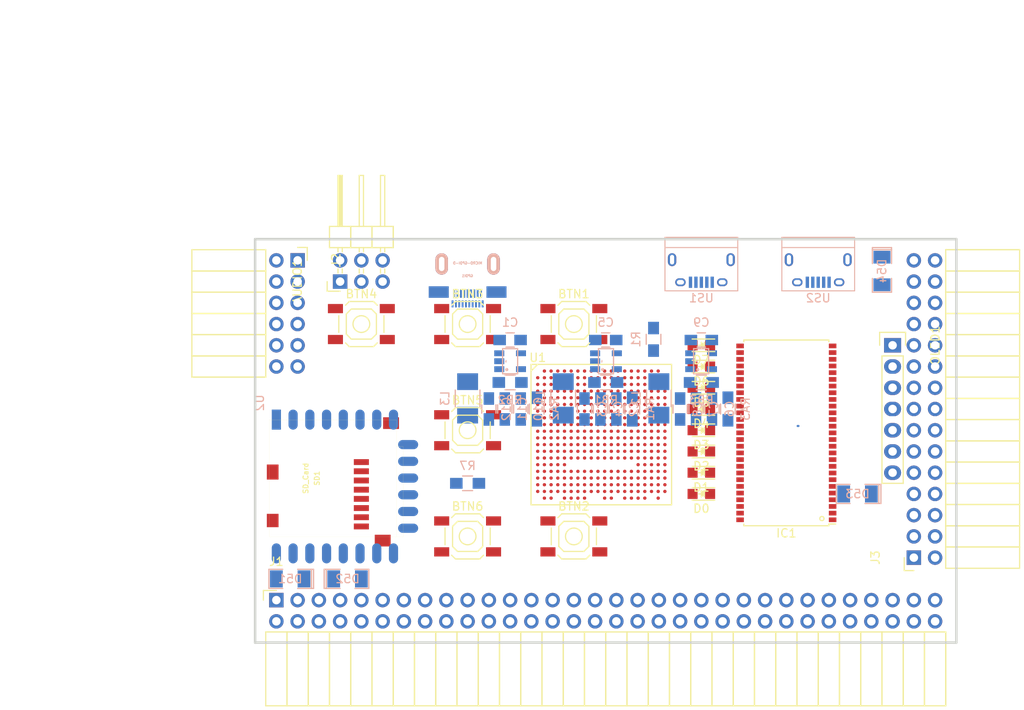
<source format=kicad_pcb>
(kicad_pcb (version 4) (host pcbnew 4.0.5+dfsg1-4)

  (general
    (links 328)
    (no_connects 328)
    (area 93.949999 61.269999 178.070001 109.830001)
    (thickness 1.6)
    (drawings 20)
    (tracks 1)
    (zones 0)
    (modules 56)
    (nets 91)
  )

  (page A4)
  (layers
    (0 F.Cu signal)
    (1 In1.Cu signal)
    (2 In2.Cu signal)
    (31 B.Cu signal)
    (32 B.Adhes user)
    (33 F.Adhes user)
    (34 B.Paste user)
    (35 F.Paste user)
    (36 B.SilkS user)
    (37 F.SilkS user)
    (38 B.Mask user)
    (39 F.Mask user)
    (40 Dwgs.User user)
    (41 Cmts.User user)
    (42 Eco1.User user)
    (43 Eco2.User user)
    (44 Edge.Cuts user)
    (45 Margin user)
    (46 B.CrtYd user)
    (47 F.CrtYd user)
    (48 B.Fab user)
    (49 F.Fab user)
  )

  (setup
    (last_trace_width 0.25)
    (trace_clearance 0.2)
    (zone_clearance 0.508)
    (zone_45_only no)
    (trace_min 0.2)
    (segment_width 0.2)
    (edge_width 0.2)
    (via_size 0.6)
    (via_drill 0.4)
    (via_min_size 0.4)
    (via_min_drill 0.3)
    (uvia_size 0.3)
    (uvia_drill 0.1)
    (uvias_allowed yes)
    (uvia_min_size 0.2)
    (uvia_min_drill 0.1)
    (pcb_text_width 0.3)
    (pcb_text_size 1.5 1.5)
    (mod_edge_width 0.15)
    (mod_text_size 1 1)
    (mod_text_width 0.15)
    (pad_size 1.524 1.524)
    (pad_drill 0.762)
    (pad_to_mask_clearance 0.2)
    (aux_axis_origin 82.67 62.69)
    (grid_origin 86.48 79.2)
    (visible_elements 7FFFBFFF)
    (pcbplotparams
      (layerselection 0x00030_80000001)
      (usegerberextensions false)
      (excludeedgelayer true)
      (linewidth 0.100000)
      (plotframeref false)
      (viasonmask false)
      (mode 1)
      (useauxorigin false)
      (hpglpennumber 1)
      (hpglpenspeed 20)
      (hpglpendiameter 15)
      (hpglpenoverlay 2)
      (psnegative false)
      (psa4output false)
      (plotreference true)
      (plotvalue true)
      (plotinvisibletext false)
      (padsonsilk false)
      (subtractmaskfromsilk false)
      (outputformat 1)
      (mirror false)
      (drillshape 1)
      (scaleselection 1)
      (outputdirectory ""))
  )

  (net 0 "")
  (net 1 GND)
  (net 2 /TDI)
  (net 3 /TCK)
  (net 4 /TMS)
  (net 5 /TDO)
  (net 6 +5V)
  (net 7 /USB5V)
  (net 8 /gpio/IN5V)
  (net 9 /gpio/OUT5V)
  (net 10 /gpio/P5)
  (net 11 /gpio/P6)
  (net 12 /gpio/P7)
  (net 13 /gpio/P8)
  (net 14 /gpio/P11)
  (net 15 /gpio/P12)
  (net 16 /gpio/P13)
  (net 17 /gpio/P14)
  (net 18 /gpio/P17)
  (net 19 /gpio/P18)
  (net 20 /gpio/P19)
  (net 21 /gpio/P20)
  (net 22 /gpio/P21)
  (net 23 /gpio/P22)
  (net 24 /gpio/P23)
  (net 25 /gpio/P24)
  (net 26 /gpio/P25)
  (net 27 /gpio/P26)
  (net 28 /gpio/P27)
  (net 29 /gpio/P28)
  (net 30 /gpio/P29)
  (net 31 /gpio/P30)
  (net 32 /SD_3)
  (net 33 /MTMS)
  (net 34 /MTCK)
  (net 35 /MTDO)
  (net 36 /MTDI)
  (net 37 /gpio/P9)
  (net 38 /gpio/P10)
  (net 39 "Net-(US1-Pad6)")
  (net 40 "Net-(US2-Pad6)")
  (net 41 /gpio/P15)
  (net 42 /gpio/P16)
  (net 43 /gpio/P31)
  (net 44 /gpio/P32)
  (net 45 /gpio/P33)
  (net 46 /gpio/P34)
  (net 47 /gpio/P35)
  (net 48 /gpio/P36)
  (net 49 /gpio/P37)
  (net 50 /gpio/P38)
  (net 51 /gpio/P39)
  (net 52 /gpio/P40)
  (net 53 /gpio/P41)
  (net 54 /gpio/P42)
  (net 55 /gpio/P43)
  (net 56 /gpio/P44)
  (net 57 /gpio/P45)
  (net 58 /gpio/P46)
  (net 59 /gpio/P47)
  (net 60 /gpio/P48)
  (net 61 /gpio/P49)
  (net 62 /gpio/P50)
  (net 63 /gpio/P51)
  (net 64 /gpio/P52)
  (net 65 /gpio/P53)
  (net 66 /gpio/P54)
  (net 67 /gpio/P55)
  (net 68 /gpio/P56)
  (net 69 /gpio/P57)
  (net 70 /gpio/P58)
  (net 71 /gpio/P59)
  (net 72 /gpio/P60)
  (net 73 +3V3)
  (net 74 "Net-(L1-Pad1)")
  (net 75 "Net-(L2-Pad1)")
  (net 76 +1V2)
  (net 77 BTN_D)
  (net 78 BTN_F1)
  (net 79 BTN_F2)
  (net 80 BTN_L)
  (net 81 BTN_R)
  (net 82 BTN_U)
  (net 83 "Net-(BTN1-Pad1)")
  (net 84 "Net-(D54-Pad1)")
  (net 85 /power/FB1)
  (net 86 +2V5)
  (net 87 "Net-(L3-Pad1)")
  (net 88 /power/PWREN)
  (net 89 /power/FB3)
  (net 90 /power/FB2)

  (net_class Default "This is the default net class."
    (clearance 0.2)
    (trace_width 0.25)
    (via_dia 0.6)
    (via_drill 0.4)
    (uvia_dia 0.3)
    (uvia_drill 0.1)
    (add_net +1V2)
    (add_net +2V5)
    (add_net +3V3)
    (add_net +5V)
    (add_net /MTCK)
    (add_net /MTDI)
    (add_net /MTDO)
    (add_net /MTMS)
    (add_net /SD_3)
    (add_net /TCK)
    (add_net /TDI)
    (add_net /TDO)
    (add_net /TMS)
    (add_net /USB5V)
    (add_net /gpio/IN5V)
    (add_net /gpio/OUT5V)
    (add_net /gpio/P10)
    (add_net /gpio/P11)
    (add_net /gpio/P12)
    (add_net /gpio/P13)
    (add_net /gpio/P14)
    (add_net /gpio/P15)
    (add_net /gpio/P16)
    (add_net /gpio/P17)
    (add_net /gpio/P18)
    (add_net /gpio/P19)
    (add_net /gpio/P20)
    (add_net /gpio/P21)
    (add_net /gpio/P22)
    (add_net /gpio/P23)
    (add_net /gpio/P24)
    (add_net /gpio/P25)
    (add_net /gpio/P26)
    (add_net /gpio/P27)
    (add_net /gpio/P28)
    (add_net /gpio/P29)
    (add_net /gpio/P30)
    (add_net /gpio/P31)
    (add_net /gpio/P32)
    (add_net /gpio/P33)
    (add_net /gpio/P34)
    (add_net /gpio/P35)
    (add_net /gpio/P36)
    (add_net /gpio/P37)
    (add_net /gpio/P38)
    (add_net /gpio/P39)
    (add_net /gpio/P40)
    (add_net /gpio/P41)
    (add_net /gpio/P42)
    (add_net /gpio/P43)
    (add_net /gpio/P44)
    (add_net /gpio/P45)
    (add_net /gpio/P46)
    (add_net /gpio/P47)
    (add_net /gpio/P48)
    (add_net /gpio/P49)
    (add_net /gpio/P5)
    (add_net /gpio/P50)
    (add_net /gpio/P51)
    (add_net /gpio/P52)
    (add_net /gpio/P53)
    (add_net /gpio/P54)
    (add_net /gpio/P55)
    (add_net /gpio/P56)
    (add_net /gpio/P57)
    (add_net /gpio/P58)
    (add_net /gpio/P59)
    (add_net /gpio/P6)
    (add_net /gpio/P60)
    (add_net /gpio/P7)
    (add_net /gpio/P8)
    (add_net /gpio/P9)
    (add_net /power/FB1)
    (add_net /power/FB2)
    (add_net /power/FB3)
    (add_net /power/PWREN)
    (add_net BTN_D)
    (add_net BTN_F1)
    (add_net BTN_F2)
    (add_net BTN_L)
    (add_net BTN_R)
    (add_net BTN_U)
    (add_net "Net-(BTN1-Pad1)")
    (add_net "Net-(D54-Pad1)")
    (add_net "Net-(L1-Pad1)")
    (add_net "Net-(L2-Pad1)")
    (add_net "Net-(L3-Pad1)")
    (add_net "Net-(US1-Pad6)")
    (add_net "Net-(US2-Pad6)")
  )

  (net_class BGA ""
    (clearance 0.1)
    (trace_width 0.2)
    (via_dia 0.6)
    (via_drill 0.4)
    (uvia_dia 0.3)
    (uvia_drill 0.1)
    (add_net GND)
  )

  (module SMD_Packages:SMD-1206_Pol (layer B.Cu) (tedit 0) (tstamp 56AA106E)
    (at 105.149 102.06)
    (path /56AC389C/56AC4846)
    (attr smd)
    (fp_text reference D52 (at 0 0) (layer B.SilkS)
      (effects (font (size 1 1) (thickness 0.15)) (justify mirror))
    )
    (fp_text value 2A (at 0 0) (layer B.Fab)
      (effects (font (size 1 1) (thickness 0.15)) (justify mirror))
    )
    (fp_line (start -2.54 1.143) (end -2.794 1.143) (layer B.SilkS) (width 0.15))
    (fp_line (start -2.794 1.143) (end -2.794 -1.143) (layer B.SilkS) (width 0.15))
    (fp_line (start -2.794 -1.143) (end -2.54 -1.143) (layer B.SilkS) (width 0.15))
    (fp_line (start -2.54 1.143) (end -2.54 -1.143) (layer B.SilkS) (width 0.15))
    (fp_line (start -2.54 -1.143) (end -0.889 -1.143) (layer B.SilkS) (width 0.15))
    (fp_line (start 0.889 1.143) (end 2.54 1.143) (layer B.SilkS) (width 0.15))
    (fp_line (start 2.54 1.143) (end 2.54 -1.143) (layer B.SilkS) (width 0.15))
    (fp_line (start 2.54 -1.143) (end 0.889 -1.143) (layer B.SilkS) (width 0.15))
    (fp_line (start -0.889 1.143) (end -2.54 1.143) (layer B.SilkS) (width 0.15))
    (pad 1 smd rect (at -1.651 0) (size 1.524 2.032) (layers B.Cu B.Paste B.Mask)
      (net 9 /gpio/OUT5V))
    (pad 2 smd rect (at 1.651 0) (size 1.524 2.032) (layers B.Cu B.Paste B.Mask))
    (model SMD_Packages.3dshapes/SMD-1206_Pol.wrl
      (at (xyz 0 0 0))
      (scale (xyz 0.17 0.16 0.16))
      (rotate (xyz 0 0 0))
    )
  )

  (module SMD_Packages:SMD-1206_Pol (layer B.Cu) (tedit 0) (tstamp 56AA1068)
    (at 98.291 102.06 180)
    (path /56AC389C/56AC483B)
    (attr smd)
    (fp_text reference D51 (at 0 0 180) (layer B.SilkS)
      (effects (font (size 1 1) (thickness 0.15)) (justify mirror))
    )
    (fp_text value 2A (at 0 0 180) (layer B.Fab)
      (effects (font (size 1 1) (thickness 0.15)) (justify mirror))
    )
    (fp_line (start -2.54 1.143) (end -2.794 1.143) (layer B.SilkS) (width 0.15))
    (fp_line (start -2.794 1.143) (end -2.794 -1.143) (layer B.SilkS) (width 0.15))
    (fp_line (start -2.794 -1.143) (end -2.54 -1.143) (layer B.SilkS) (width 0.15))
    (fp_line (start -2.54 1.143) (end -2.54 -1.143) (layer B.SilkS) (width 0.15))
    (fp_line (start -2.54 -1.143) (end -0.889 -1.143) (layer B.SilkS) (width 0.15))
    (fp_line (start 0.889 1.143) (end 2.54 1.143) (layer B.SilkS) (width 0.15))
    (fp_line (start 2.54 1.143) (end 2.54 -1.143) (layer B.SilkS) (width 0.15))
    (fp_line (start 2.54 -1.143) (end 0.889 -1.143) (layer B.SilkS) (width 0.15))
    (fp_line (start -0.889 1.143) (end -2.54 1.143) (layer B.SilkS) (width 0.15))
    (pad 1 smd rect (at -1.651 0 180) (size 1.524 2.032) (layers B.Cu B.Paste B.Mask)
      (net 6 +5V))
    (pad 2 smd rect (at 1.651 0 180) (size 1.524 2.032) (layers B.Cu B.Paste B.Mask)
      (net 8 /gpio/IN5V))
    (model SMD_Packages.3dshapes/SMD-1206_Pol.wrl
      (at (xyz 0 0 0))
      (scale (xyz 0.17 0.16 0.16))
      (rotate (xyz 0 0 0))
    )
  )

  (module SMD_Packages:SMD-1206_Pol (layer B.Cu) (tedit 0) (tstamp 56A9E514)
    (at 169.03 65.23 270)
    (path /56AA2821)
    (attr smd)
    (fp_text reference D54 (at 0 0 270) (layer B.SilkS)
      (effects (font (size 1 1) (thickness 0.15)) (justify mirror))
    )
    (fp_text value 2A (at 0 0 270) (layer B.Fab)
      (effects (font (size 1 1) (thickness 0.15)) (justify mirror))
    )
    (fp_line (start -2.54 1.143) (end -2.794 1.143) (layer B.SilkS) (width 0.15))
    (fp_line (start -2.794 1.143) (end -2.794 -1.143) (layer B.SilkS) (width 0.15))
    (fp_line (start -2.794 -1.143) (end -2.54 -1.143) (layer B.SilkS) (width 0.15))
    (fp_line (start -2.54 1.143) (end -2.54 -1.143) (layer B.SilkS) (width 0.15))
    (fp_line (start -2.54 -1.143) (end -0.889 -1.143) (layer B.SilkS) (width 0.15))
    (fp_line (start 0.889 1.143) (end 2.54 1.143) (layer B.SilkS) (width 0.15))
    (fp_line (start 2.54 1.143) (end 2.54 -1.143) (layer B.SilkS) (width 0.15))
    (fp_line (start 2.54 -1.143) (end 0.889 -1.143) (layer B.SilkS) (width 0.15))
    (fp_line (start -0.889 1.143) (end -2.54 1.143) (layer B.SilkS) (width 0.15))
    (pad 1 smd rect (at -1.651 0 270) (size 1.524 2.032) (layers B.Cu B.Paste B.Mask)
      (net 84 "Net-(D54-Pad1)"))
    (pad 2 smd rect (at 1.651 0 270) (size 1.524 2.032) (layers B.Cu B.Paste B.Mask)
      (net 6 +5V))
    (model SMD_Packages.3dshapes/SMD-1206_Pol.wrl
      (at (xyz 0 0 0))
      (scale (xyz 0.17 0.16 0.16))
      (rotate (xyz 0 0 0))
    )
  )

  (module SMD_Packages:SMD-1206_Pol (layer B.Cu) (tedit 0) (tstamp 56A9E50E)
    (at 166.109 91.9 180)
    (path /56AA1324)
    (attr smd)
    (fp_text reference D53 (at 0 0 180) (layer B.SilkS)
      (effects (font (size 1 1) (thickness 0.15)) (justify mirror))
    )
    (fp_text value 2A (at 0 0 180) (layer B.Fab)
      (effects (font (size 1 1) (thickness 0.15)) (justify mirror))
    )
    (fp_line (start -2.54 1.143) (end -2.794 1.143) (layer B.SilkS) (width 0.15))
    (fp_line (start -2.794 1.143) (end -2.794 -1.143) (layer B.SilkS) (width 0.15))
    (fp_line (start -2.794 -1.143) (end -2.54 -1.143) (layer B.SilkS) (width 0.15))
    (fp_line (start -2.54 1.143) (end -2.54 -1.143) (layer B.SilkS) (width 0.15))
    (fp_line (start -2.54 -1.143) (end -0.889 -1.143) (layer B.SilkS) (width 0.15))
    (fp_line (start 0.889 1.143) (end 2.54 1.143) (layer B.SilkS) (width 0.15))
    (fp_line (start 2.54 1.143) (end 2.54 -1.143) (layer B.SilkS) (width 0.15))
    (fp_line (start 2.54 -1.143) (end 0.889 -1.143) (layer B.SilkS) (width 0.15))
    (fp_line (start -0.889 1.143) (end -2.54 1.143) (layer B.SilkS) (width 0.15))
    (pad 1 smd rect (at -1.651 0 180) (size 1.524 2.032) (layers B.Cu B.Paste B.Mask)
      (net 6 +5V))
    (pad 2 smd rect (at 1.651 0 180) (size 1.524 2.032) (layers B.Cu B.Paste B.Mask)
      (net 7 /USB5V))
    (model SMD_Packages.3dshapes/SMD-1206_Pol.wrl
      (at (xyz 0 0 0))
      (scale (xyz 0.17 0.16 0.16))
      (rotate (xyz 0 0 0))
    )
  )

  (module micro-sd:MicroSD_TF02D (layer F.Cu) (tedit 52721666) (tstamp 56A966AB)
    (at 95.8 90.03 90)
    (path /56ACBF19)
    (fp_text reference SD1 (at 0 5.7 90) (layer F.SilkS)
      (effects (font (size 0.59944 0.59944) (thickness 0.12446)))
    )
    (fp_text value SD_Card (at 0 4.35 90) (layer F.SilkS)
      (effects (font (size 0.59944 0.59944) (thickness 0.12446)))
    )
    (fp_line (start 3.8 15.2) (end 3.8 16) (layer F.SilkS) (width 0.01016))
    (fp_line (start 3.8 16) (end -7 16) (layer F.SilkS) (width 0.01016))
    (fp_line (start -7 16) (end -7 15.2) (layer F.SilkS) (width 0.01016))
    (fp_line (start 7 0) (end 7 15.2) (layer F.SilkS) (width 0.01016))
    (fp_line (start 7 15.2) (end -7 15.2) (layer F.SilkS) (width 0.01016))
    (fp_line (start -7 15.2) (end -7 0) (layer F.SilkS) (width 0.01016))
    (fp_line (start -7 0) (end 7 0) (layer F.SilkS) (width 0.01016))
    (pad 1 smd rect (at 1.94 11 90) (size 0.7 1.8) (layers F.Cu F.Paste F.Mask)
      (net 32 /SD_3))
    (pad 2 smd rect (at 0.84 11 90) (size 0.7 1.8) (layers F.Cu F.Paste F.Mask)
      (net 33 /MTMS))
    (pad 3 smd rect (at -0.26 11 90) (size 0.7 1.8) (layers F.Cu F.Paste F.Mask)
      (net 1 GND))
    (pad 4 smd rect (at -1.36 11 90) (size 0.7 1.8) (layers F.Cu F.Paste F.Mask)
      (net 73 +3V3))
    (pad 5 smd rect (at -2.46 11 90) (size 0.7 1.8) (layers F.Cu F.Paste F.Mask)
      (net 34 /MTCK))
    (pad 6 smd rect (at -3.56 11 90) (size 0.7 1.8) (layers F.Cu F.Paste F.Mask)
      (net 1 GND))
    (pad 7 smd rect (at -4.66 11 90) (size 0.7 1.8) (layers F.Cu F.Paste F.Mask)
      (net 35 /MTDO))
    (pad 8 smd rect (at -5.76 11 90) (size 0.7 1.8) (layers F.Cu F.Paste F.Mask)
      (net 36 /MTDI))
    (pad S smd rect (at -5.05 0.4 90) (size 1.6 1.4) (layers F.Cu F.Paste F.Mask))
    (pad S smd rect (at 0.75 0.4 90) (size 1.8 1.4) (layers F.Cu F.Paste F.Mask))
    (pad G smd rect (at -7.45 13.55 90) (size 1.4 1.9) (layers F.Cu F.Paste F.Mask))
    (pad G smd rect (at 6.6 14.55 90) (size 1.4 1.9) (layers F.Cu F.Paste F.Mask))
  )

  (module micro-hdmi-d:MICRO-HDMI-D (layer B.Cu) (tedit 53F70906) (tstamp 56A965BA)
    (at 119.5 62.69)
    (path /58D686D9/58D69067)
    (attr smd)
    (fp_text reference GPDI1 (at -0.025 3.125) (layer B.SilkS)
      (effects (font (size 0.3 0.3) (thickness 0.075)) (justify mirror))
    )
    (fp_text value MICRO-GPDI-D (at 0 1.6) (layer B.SilkS)
      (effects (font (size 0.3 0.3) (thickness 0.075)) (justify mirror))
    )
    (fp_line (start -3.3 0) (end -3.3 -0.7) (layer B.SilkS) (width 0.001))
    (fp_line (start -3.3 -0.7) (end 3.3 -0.7) (layer B.SilkS) (width 0.001))
    (fp_line (start 3.3 -0.7) (end 3.3 0) (layer B.SilkS) (width 0.001))
    (fp_line (start -3.3 0) (end -3.3 6.8) (layer B.SilkS) (width 0.001))
    (fp_line (start -3.3 6.8) (end 3.3 6.8) (layer B.SilkS) (width 0.001))
    (fp_line (start 3.3 6.8) (end 3.3 0) (layer B.SilkS) (width 0.001))
    (fp_line (start 3.3 0) (end -3.3 0) (layer B.SilkS) (width 0.001))
    (pad 1 smd rect (at 1.8 6.475) (size 0.23 0.85) (layers B.Cu B.Paste B.Mask))
    (pad 3 smd rect (at 1.4 6.475) (size 0.23 0.85) (layers B.Cu B.Paste B.Mask))
    (pad 5 smd rect (at 1 6.475) (size 0.23 0.85) (layers B.Cu B.Paste B.Mask))
    (pad 7 smd rect (at 0.6 6.475) (size 0.23 0.85) (layers B.Cu B.Paste B.Mask)
      (net 1 GND))
    (pad 9 smd rect (at 0.2 6.475) (size 0.23 0.85) (layers B.Cu B.Paste B.Mask))
    (pad 11 smd rect (at -0.2 6.475) (size 0.23 0.85) (layers B.Cu B.Paste B.Mask))
    (pad 13 smd rect (at -0.6 6.475) (size 0.23 0.85) (layers B.Cu B.Paste B.Mask)
      (net 1 GND))
    (pad 15 smd rect (at -1 6.475) (size 0.23 0.85) (layers B.Cu B.Paste B.Mask))
    (pad 17 smd rect (at -1.4 6.475) (size 0.23 0.85) (layers B.Cu B.Paste B.Mask))
    (pad 19 smd rect (at -1.8 6.475) (size 0.23 0.85) (layers B.Cu B.Paste B.Mask)
      (net 6 +5V))
    (pad 2 smd rect (at 1.6 5.25) (size 0.23 1) (layers B.Cu B.Paste B.Mask))
    (pad 4 smd rect (at 1.2 5.25) (size 0.23 1) (layers B.Cu B.Paste B.Mask)
      (net 1 GND))
    (pad 6 smd rect (at 0.8 5.25) (size 0.23 1) (layers B.Cu B.Paste B.Mask))
    (pad 8 smd rect (at 0.4 5.25) (size 0.23 1) (layers B.Cu B.Paste B.Mask))
    (pad 10 smd rect (at 0 5.25) (size 0.23 1) (layers B.Cu B.Paste B.Mask)
      (net 1 GND))
    (pad 12 smd rect (at -0.4 5.25) (size 0.23 1) (layers B.Cu B.Paste B.Mask))
    (pad 14 smd rect (at -0.8 5.25) (size 0.23 1) (layers B.Cu B.Paste B.Mask))
    (pad 16 smd rect (at -1.2 5.25) (size 0.23 1) (layers B.Cu B.Paste B.Mask)
      (net 1 GND))
    (pad 18 smd rect (at -1.6 5.25) (size 0.23 1) (layers B.Cu B.Paste B.Mask))
    (pad SHD smd rect (at 3.45 5.06) (size 2.4 1.38) (layers B.Cu B.Paste B.Mask)
      (net 1 GND))
    (pad SHD smd rect (at -3.45 5.06) (size 2.4 1.38) (layers B.Cu B.Paste B.Mask)
      (net 1 GND))
    (pad "" thru_hole oval (at -3.1 1.7) (size 1.5 2.55) (drill oval 0.65 1.7) (layers *.Cu *.Mask B.SilkS))
    (pad "" thru_hole oval (at 3.1 1.7) (size 1.5 2.55) (drill oval 0.65 1.7) (layers *.Cu *.Mask B.SilkS))
  )

  (module ESP8266:ESP-12E (layer B.Cu) (tedit 559F8D21) (tstamp 56A95491)
    (at 96.64 83.01 270)
    (descr "Module, ESP-8266, ESP-12, 16 pad, SMD")
    (tags "Module ESP-8266 ESP8266")
    (path /56AC980A)
    (fp_text reference U2 (at -2 2 270) (layer B.SilkS)
      (effects (font (size 1 1) (thickness 0.15)) (justify mirror))
    )
    (fp_text value ESP-12E (at 8 -1 270) (layer B.Fab)
      (effects (font (size 1 1) (thickness 0.15)) (justify mirror))
    )
    (fp_line (start 16 8.4) (end 0 2.6) (layer B.CrtYd) (width 0.1524))
    (fp_line (start 0 8.4) (end 16 2.6) (layer B.CrtYd) (width 0.1524))
    (fp_text user "No Copper" (at 7.9 5.4 270) (layer B.CrtYd)
      (effects (font (size 1 1) (thickness 0.15)) (justify mirror))
    )
    (fp_line (start 0 8.4) (end 0 2.6) (layer B.CrtYd) (width 0.1524))
    (fp_line (start 0 2.6) (end 16 2.6) (layer B.CrtYd) (width 0.1524))
    (fp_line (start 16 2.6) (end 16 8.4) (layer B.CrtYd) (width 0.1524))
    (fp_line (start 16 8.4) (end 0 8.4) (layer B.CrtYd) (width 0.1524))
    (fp_line (start 16 8.4) (end 16 -15.6) (layer B.Fab) (width 0.1524))
    (fp_line (start 16 -15.6) (end 0 -15.6) (layer B.Fab) (width 0.1524))
    (fp_line (start 0 -15.6) (end 0 8.4) (layer B.Fab) (width 0.1524))
    (fp_line (start 0 8.4) (end 16 8.4) (layer B.Fab) (width 0.1524))
    (pad 9 smd oval (at 2.99 -15.75 180) (size 2.4 1.1) (layers B.Cu B.Paste B.Mask)
      (net 35 /MTDO))
    (pad 10 smd oval (at 4.99 -15.75 180) (size 2.4 1.1) (layers B.Cu B.Paste B.Mask)
      (net 36 /MTDI))
    (pad 11 smd oval (at 6.99 -15.75 180) (size 2.4 1.1) (layers B.Cu B.Paste B.Mask)
      (net 32 /SD_3))
    (pad 12 smd oval (at 8.99 -15.75 180) (size 2.4 1.1) (layers B.Cu B.Paste B.Mask)
      (net 33 /MTMS))
    (pad 13 smd oval (at 10.99 -15.75 180) (size 2.4 1.1) (layers B.Cu B.Paste B.Mask)
      (net 34 /MTCK))
    (pad 14 smd oval (at 12.99 -15.75 180) (size 2.4 1.1) (layers B.Cu B.Paste B.Mask))
    (pad 1 smd rect (at 0 0 270) (size 2.4 1.1) (layers B.Cu B.Paste B.Mask))
    (pad 2 smd oval (at 0 -2 270) (size 2.4 1.1) (layers B.Cu B.Paste B.Mask))
    (pad 3 smd oval (at 0 -4 270) (size 2.4 1.1) (layers B.Cu B.Paste B.Mask))
    (pad 4 smd oval (at 0 -6 270) (size 2.4 1.1) (layers B.Cu B.Paste B.Mask)
      (net 2 /TDI))
    (pad 5 smd oval (at 0 -8 270) (size 2.4 1.1) (layers B.Cu B.Paste B.Mask)
      (net 5 /TDO))
    (pad 6 smd oval (at 0 -10 270) (size 2.4 1.1) (layers B.Cu B.Paste B.Mask)
      (net 3 /TCK))
    (pad 7 smd oval (at 0 -12 270) (size 2.4 1.1) (layers B.Cu B.Paste B.Mask)
      (net 4 /TMS))
    (pad 8 smd oval (at 0 -14 270) (size 2.4 1.1) (layers B.Cu B.Paste B.Mask)
      (net 73 +3V3))
    (pad 15 smd oval (at 16 -14 270) (size 2.4 1.1) (layers B.Cu B.Paste B.Mask)
      (net 1 GND))
    (pad 16 smd oval (at 16 -12 270) (size 2.4 1.1) (layers B.Cu B.Paste B.Mask))
    (pad 17 smd oval (at 16 -10 270) (size 2.4 1.1) (layers B.Cu B.Paste B.Mask))
    (pad 18 smd oval (at 16 -8 270) (size 2.4 1.1) (layers B.Cu B.Paste B.Mask))
    (pad 19 smd oval (at 16 -6 270) (size 2.4 1.1) (layers B.Cu B.Paste B.Mask))
    (pad 20 smd oval (at 16 -4 270) (size 2.4 1.1) (layers B.Cu B.Paste B.Mask))
    (pad 21 smd oval (at 16 -2 270) (size 2.4 1.1) (layers B.Cu B.Paste B.Mask))
    (pad 22 smd oval (at 16 0 270) (size 2.4 1.1) (layers B.Cu B.Paste B.Mask))
    (model ${ESPLIB}/ESP8266.3dshapes/ESP-12.wrl
      (at (xyz 0.04 0 0))
      (scale (xyz 0.3937 0.3937 0.3937))
      (rotate (xyz 0 0 0))
    )
  )

  (module usb_otg:USB_Micro-B (layer B.Cu) (tedit 5543E447) (tstamp 58D43115)
    (at 147.44 65.23)
    (descr "Micro USB Type B Receptacle")
    (tags "USB USB_B USB_micro USB_OTG")
    (path /58D432CE)
    (attr smd)
    (fp_text reference US1 (at 0 3.24) (layer B.SilkS)
      (effects (font (size 1 1) (thickness 0.15)) (justify mirror))
    )
    (fp_text value USB_FTDI (at 0 -5.01) (layer B.Fab)
      (effects (font (size 1 1) (thickness 0.15)) (justify mirror))
    )
    (fp_line (start -4.6 2.59) (end 4.6 2.59) (layer B.CrtYd) (width 0.05))
    (fp_line (start 4.6 2.59) (end 4.6 -4.26) (layer B.CrtYd) (width 0.05))
    (fp_line (start 4.6 -4.26) (end -4.6 -4.26) (layer B.CrtYd) (width 0.05))
    (fp_line (start -4.6 -4.26) (end -4.6 2.59) (layer B.CrtYd) (width 0.05))
    (fp_line (start -4.35 -4.03) (end 4.35 -4.03) (layer B.SilkS) (width 0.12))
    (fp_line (start -4.35 2.38) (end 4.35 2.38) (layer B.SilkS) (width 0.12))
    (fp_line (start 4.35 2.38) (end 4.35 -4.03) (layer B.SilkS) (width 0.12))
    (fp_line (start 4.35 -2.8) (end -4.35 -2.8) (layer B.SilkS) (width 0.12))
    (fp_line (start -4.35 -4.03) (end -4.35 2.38) (layer B.SilkS) (width 0.12))
    (pad 1 smd rect (at -1.3 1.35 270) (size 1.35 0.4) (layers B.Cu B.Paste B.Mask)
      (net 7 /USB5V))
    (pad 2 smd rect (at -0.65 1.35 270) (size 1.35 0.4) (layers B.Cu B.Paste B.Mask))
    (pad 3 smd rect (at 0 1.35 270) (size 1.35 0.4) (layers B.Cu B.Paste B.Mask))
    (pad 4 smd rect (at 0.65 1.35 270) (size 1.35 0.4) (layers B.Cu B.Paste B.Mask))
    (pad 5 smd rect (at 1.3 1.35 270) (size 1.35 0.4) (layers B.Cu B.Paste B.Mask)
      (net 1 GND))
    (pad 6 thru_hole oval (at -2.5 1.35 270) (size 0.95 1.25) (drill oval 0.55 0.85) (layers *.Cu *.Mask)
      (net 39 "Net-(US1-Pad6)"))
    (pad 6 thru_hole oval (at 2.5 1.35 270) (size 0.95 1.25) (drill oval 0.55 0.85) (layers *.Cu *.Mask)
      (net 39 "Net-(US1-Pad6)"))
    (pad 6 thru_hole oval (at -3.5 -1.35 270) (size 1.55 1) (drill oval 1.15 0.5) (layers *.Cu *.Mask)
      (net 39 "Net-(US1-Pad6)"))
    (pad 6 thru_hole oval (at 3.5 -1.35 270) (size 1.55 1) (drill oval 1.15 0.5) (layers *.Cu *.Mask)
      (net 39 "Net-(US1-Pad6)"))
  )

  (module usb_otg:USB_Micro-B (layer B.Cu) (tedit 5543E447) (tstamp 58D43122)
    (at 161.41 65.23)
    (descr "Micro USB Type B Receptacle")
    (tags "USB USB_B USB_micro USB_OTG")
    (path /58D4378B)
    (attr smd)
    (fp_text reference US2 (at 0 3.24) (layer B.SilkS)
      (effects (font (size 1 1) (thickness 0.15)) (justify mirror))
    )
    (fp_text value USB_FPGA (at 0 -5.01) (layer B.Fab)
      (effects (font (size 1 1) (thickness 0.15)) (justify mirror))
    )
    (fp_line (start -4.6 2.59) (end 4.6 2.59) (layer B.CrtYd) (width 0.05))
    (fp_line (start 4.6 2.59) (end 4.6 -4.26) (layer B.CrtYd) (width 0.05))
    (fp_line (start 4.6 -4.26) (end -4.6 -4.26) (layer B.CrtYd) (width 0.05))
    (fp_line (start -4.6 -4.26) (end -4.6 2.59) (layer B.CrtYd) (width 0.05))
    (fp_line (start -4.35 -4.03) (end 4.35 -4.03) (layer B.SilkS) (width 0.12))
    (fp_line (start -4.35 2.38) (end 4.35 2.38) (layer B.SilkS) (width 0.12))
    (fp_line (start 4.35 2.38) (end 4.35 -4.03) (layer B.SilkS) (width 0.12))
    (fp_line (start 4.35 -2.8) (end -4.35 -2.8) (layer B.SilkS) (width 0.12))
    (fp_line (start -4.35 -4.03) (end -4.35 2.38) (layer B.SilkS) (width 0.12))
    (pad 1 smd rect (at -1.3 1.35 270) (size 1.35 0.4) (layers B.Cu B.Paste B.Mask)
      (net 84 "Net-(D54-Pad1)"))
    (pad 2 smd rect (at -0.65 1.35 270) (size 1.35 0.4) (layers B.Cu B.Paste B.Mask))
    (pad 3 smd rect (at 0 1.35 270) (size 1.35 0.4) (layers B.Cu B.Paste B.Mask))
    (pad 4 smd rect (at 0.65 1.35 270) (size 1.35 0.4) (layers B.Cu B.Paste B.Mask))
    (pad 5 smd rect (at 1.3 1.35 270) (size 1.35 0.4) (layers B.Cu B.Paste B.Mask)
      (net 1 GND))
    (pad 6 thru_hole oval (at -2.5 1.35 270) (size 0.95 1.25) (drill oval 0.55 0.85) (layers *.Cu *.Mask)
      (net 40 "Net-(US2-Pad6)"))
    (pad 6 thru_hole oval (at 2.5 1.35 270) (size 0.95 1.25) (drill oval 0.55 0.85) (layers *.Cu *.Mask)
      (net 40 "Net-(US2-Pad6)"))
    (pad 6 thru_hole oval (at -3.5 -1.35 270) (size 1.55 1) (drill oval 1.15 0.5) (layers *.Cu *.Mask)
      (net 40 "Net-(US2-Pad6)"))
    (pad 6 thru_hole oval (at 3.5 -1.35 270) (size 1.55 1) (drill oval 1.15 0.5) (layers *.Cu *.Mask)
      (net 40 "Net-(US2-Pad6)"))
  )

  (module Socket_Strips:Socket_Strip_Angled_2x32 (layer F.Cu) (tedit 0) (tstamp 58D4E99D)
    (at 96.64 104.6)
    (descr "Through hole socket strip")
    (tags "socket strip")
    (path /56AC389C/58D39D36)
    (fp_text reference J1 (at 0 -4.6) (layer F.SilkS)
      (effects (font (size 1 1) (thickness 0.15)))
    )
    (fp_text value CONN_02X32 (at 0 -2.6) (layer F.Fab)
      (effects (font (size 1 1) (thickness 0.15)))
    )
    (fp_line (start -1.75 -1.35) (end -1.75 13.15) (layer F.CrtYd) (width 0.05))
    (fp_line (start 80.5 -1.35) (end 80.5 13.15) (layer F.CrtYd) (width 0.05))
    (fp_line (start -1.75 -1.35) (end 80.5 -1.35) (layer F.CrtYd) (width 0.05))
    (fp_line (start -1.75 13.15) (end 80.5 13.15) (layer F.CrtYd) (width 0.05))
    (fp_line (start 80.01 3.81) (end 80.01 12.64) (layer F.SilkS) (width 0.15))
    (fp_line (start 77.47 3.81) (end 80.01 3.81) (layer F.SilkS) (width 0.15))
    (fp_line (start 77.47 12.64) (end 80.01 12.64) (layer F.SilkS) (width 0.15))
    (fp_line (start 80.01 12.64) (end 80.01 3.81) (layer F.SilkS) (width 0.15))
    (fp_line (start 77.47 12.64) (end 77.47 3.81) (layer F.SilkS) (width 0.15))
    (fp_line (start 74.93 12.64) (end 77.47 12.64) (layer F.SilkS) (width 0.15))
    (fp_line (start 74.93 3.81) (end 77.47 3.81) (layer F.SilkS) (width 0.15))
    (fp_line (start 77.47 3.81) (end 77.47 12.64) (layer F.SilkS) (width 0.15))
    (fp_line (start 54.61 12.64) (end 54.61 3.81) (layer F.SilkS) (width 0.15))
    (fp_line (start 52.07 12.64) (end 54.61 12.64) (layer F.SilkS) (width 0.15))
    (fp_line (start 52.07 3.81) (end 54.61 3.81) (layer F.SilkS) (width 0.15))
    (fp_line (start 54.61 3.81) (end 54.61 12.64) (layer F.SilkS) (width 0.15))
    (fp_line (start 52.07 3.81) (end 52.07 12.64) (layer F.SilkS) (width 0.15))
    (fp_line (start 49.53 3.81) (end 52.07 3.81) (layer F.SilkS) (width 0.15))
    (fp_line (start 49.53 12.64) (end 52.07 12.64) (layer F.SilkS) (width 0.15))
    (fp_line (start 52.07 12.64) (end 52.07 3.81) (layer F.SilkS) (width 0.15))
    (fp_line (start 49.53 12.64) (end 49.53 3.81) (layer F.SilkS) (width 0.15))
    (fp_line (start 46.99 12.64) (end 49.53 12.64) (layer F.SilkS) (width 0.15))
    (fp_line (start 46.99 3.81) (end 49.53 3.81) (layer F.SilkS) (width 0.15))
    (fp_line (start 49.53 3.81) (end 49.53 12.64) (layer F.SilkS) (width 0.15))
    (fp_line (start 62.23 3.81) (end 62.23 12.64) (layer F.SilkS) (width 0.15))
    (fp_line (start 59.69 3.81) (end 62.23 3.81) (layer F.SilkS) (width 0.15))
    (fp_line (start 59.69 12.64) (end 62.23 12.64) (layer F.SilkS) (width 0.15))
    (fp_line (start 62.23 12.64) (end 62.23 3.81) (layer F.SilkS) (width 0.15))
    (fp_line (start 64.77 12.64) (end 64.77 3.81) (layer F.SilkS) (width 0.15))
    (fp_line (start 62.23 12.64) (end 64.77 12.64) (layer F.SilkS) (width 0.15))
    (fp_line (start 62.23 3.81) (end 64.77 3.81) (layer F.SilkS) (width 0.15))
    (fp_line (start 64.77 3.81) (end 64.77 12.64) (layer F.SilkS) (width 0.15))
    (fp_line (start 67.31 3.81) (end 67.31 12.64) (layer F.SilkS) (width 0.15))
    (fp_line (start 64.77 3.81) (end 67.31 3.81) (layer F.SilkS) (width 0.15))
    (fp_line (start 64.77 12.64) (end 67.31 12.64) (layer F.SilkS) (width 0.15))
    (fp_line (start 67.31 12.64) (end 67.31 3.81) (layer F.SilkS) (width 0.15))
    (fp_line (start 69.85 12.64) (end 69.85 3.81) (layer F.SilkS) (width 0.15))
    (fp_line (start 67.31 12.64) (end 69.85 12.64) (layer F.SilkS) (width 0.15))
    (fp_line (start 67.31 3.81) (end 69.85 3.81) (layer F.SilkS) (width 0.15))
    (fp_line (start 69.85 3.81) (end 69.85 12.64) (layer F.SilkS) (width 0.15))
    (fp_line (start 72.39 3.81) (end 72.39 12.64) (layer F.SilkS) (width 0.15))
    (fp_line (start 69.85 3.81) (end 72.39 3.81) (layer F.SilkS) (width 0.15))
    (fp_line (start 69.85 12.64) (end 72.39 12.64) (layer F.SilkS) (width 0.15))
    (fp_line (start 72.39 12.64) (end 72.39 3.81) (layer F.SilkS) (width 0.15))
    (fp_line (start 59.69 12.64) (end 59.69 3.81) (layer F.SilkS) (width 0.15))
    (fp_line (start 57.15 12.64) (end 59.69 12.64) (layer F.SilkS) (width 0.15))
    (fp_line (start 57.15 3.81) (end 59.69 3.81) (layer F.SilkS) (width 0.15))
    (fp_line (start 59.69 3.81) (end 59.69 12.64) (layer F.SilkS) (width 0.15))
    (fp_line (start 57.15 3.81) (end 57.15 12.64) (layer F.SilkS) (width 0.15))
    (fp_line (start 54.61 3.81) (end 57.15 3.81) (layer F.SilkS) (width 0.15))
    (fp_line (start 54.61 12.64) (end 57.15 12.64) (layer F.SilkS) (width 0.15))
    (fp_line (start 57.15 12.64) (end 57.15 3.81) (layer F.SilkS) (width 0.15))
    (fp_line (start 74.93 12.64) (end 74.93 3.81) (layer F.SilkS) (width 0.15))
    (fp_line (start 72.39 12.64) (end 74.93 12.64) (layer F.SilkS) (width 0.15))
    (fp_line (start 72.39 3.81) (end 74.93 3.81) (layer F.SilkS) (width 0.15))
    (fp_line (start 74.93 3.81) (end 74.93 12.64) (layer F.SilkS) (width 0.15))
    (fp_line (start 46.99 3.81) (end 46.99 12.64) (layer F.SilkS) (width 0.15))
    (fp_line (start 44.45 3.81) (end 46.99 3.81) (layer F.SilkS) (width 0.15))
    (fp_line (start 44.45 12.64) (end 46.99 12.64) (layer F.SilkS) (width 0.15))
    (fp_line (start 46.99 12.64) (end 46.99 3.81) (layer F.SilkS) (width 0.15))
    (fp_line (start 29.21 12.64) (end 29.21 3.81) (layer F.SilkS) (width 0.15))
    (fp_line (start 26.67 12.64) (end 29.21 12.64) (layer F.SilkS) (width 0.15))
    (fp_line (start 26.67 3.81) (end 29.21 3.81) (layer F.SilkS) (width 0.15))
    (fp_line (start 29.21 3.81) (end 29.21 12.64) (layer F.SilkS) (width 0.15))
    (fp_line (start 31.75 3.81) (end 31.75 12.64) (layer F.SilkS) (width 0.15))
    (fp_line (start 29.21 3.81) (end 31.75 3.81) (layer F.SilkS) (width 0.15))
    (fp_line (start 29.21 12.64) (end 31.75 12.64) (layer F.SilkS) (width 0.15))
    (fp_line (start 31.75 12.64) (end 31.75 3.81) (layer F.SilkS) (width 0.15))
    (fp_line (start 44.45 12.64) (end 44.45 3.81) (layer F.SilkS) (width 0.15))
    (fp_line (start 41.91 12.64) (end 44.45 12.64) (layer F.SilkS) (width 0.15))
    (fp_line (start 41.91 3.81) (end 44.45 3.81) (layer F.SilkS) (width 0.15))
    (fp_line (start 44.45 3.81) (end 44.45 12.64) (layer F.SilkS) (width 0.15))
    (fp_line (start 41.91 3.81) (end 41.91 12.64) (layer F.SilkS) (width 0.15))
    (fp_line (start 39.37 3.81) (end 41.91 3.81) (layer F.SilkS) (width 0.15))
    (fp_line (start 39.37 12.64) (end 41.91 12.64) (layer F.SilkS) (width 0.15))
    (fp_line (start 41.91 12.64) (end 41.91 3.81) (layer F.SilkS) (width 0.15))
    (fp_line (start 39.37 12.64) (end 39.37 3.81) (layer F.SilkS) (width 0.15))
    (fp_line (start 36.83 12.64) (end 39.37 12.64) (layer F.SilkS) (width 0.15))
    (fp_line (start 36.83 3.81) (end 39.37 3.81) (layer F.SilkS) (width 0.15))
    (fp_line (start 39.37 3.81) (end 39.37 12.64) (layer F.SilkS) (width 0.15))
    (fp_line (start 36.83 3.81) (end 36.83 12.64) (layer F.SilkS) (width 0.15))
    (fp_line (start 34.29 3.81) (end 36.83 3.81) (layer F.SilkS) (width 0.15))
    (fp_line (start 34.29 12.64) (end 36.83 12.64) (layer F.SilkS) (width 0.15))
    (fp_line (start 36.83 12.64) (end 36.83 3.81) (layer F.SilkS) (width 0.15))
    (fp_line (start 34.29 12.64) (end 34.29 3.81) (layer F.SilkS) (width 0.15))
    (fp_line (start 31.75 12.64) (end 34.29 12.64) (layer F.SilkS) (width 0.15))
    (fp_line (start 31.75 3.81) (end 34.29 3.81) (layer F.SilkS) (width 0.15))
    (fp_line (start 34.29 3.81) (end 34.29 12.64) (layer F.SilkS) (width 0.15))
    (fp_line (start 16.51 3.81) (end 16.51 12.64) (layer F.SilkS) (width 0.15))
    (fp_line (start 13.97 3.81) (end 16.51 3.81) (layer F.SilkS) (width 0.15))
    (fp_line (start 13.97 12.64) (end 16.51 12.64) (layer F.SilkS) (width 0.15))
    (fp_line (start 16.51 12.64) (end 16.51 3.81) (layer F.SilkS) (width 0.15))
    (fp_line (start 19.05 12.64) (end 19.05 3.81) (layer F.SilkS) (width 0.15))
    (fp_line (start 16.51 12.64) (end 19.05 12.64) (layer F.SilkS) (width 0.15))
    (fp_line (start 16.51 3.81) (end 19.05 3.81) (layer F.SilkS) (width 0.15))
    (fp_line (start 19.05 3.81) (end 19.05 12.64) (layer F.SilkS) (width 0.15))
    (fp_line (start 21.59 3.81) (end 21.59 12.64) (layer F.SilkS) (width 0.15))
    (fp_line (start 19.05 3.81) (end 21.59 3.81) (layer F.SilkS) (width 0.15))
    (fp_line (start 19.05 12.64) (end 21.59 12.64) (layer F.SilkS) (width 0.15))
    (fp_line (start 21.59 12.64) (end 21.59 3.81) (layer F.SilkS) (width 0.15))
    (fp_line (start 24.13 12.64) (end 24.13 3.81) (layer F.SilkS) (width 0.15))
    (fp_line (start 21.59 12.64) (end 24.13 12.64) (layer F.SilkS) (width 0.15))
    (fp_line (start 21.59 3.81) (end 24.13 3.81) (layer F.SilkS) (width 0.15))
    (fp_line (start 24.13 3.81) (end 24.13 12.64) (layer F.SilkS) (width 0.15))
    (fp_line (start 26.67 3.81) (end 26.67 12.64) (layer F.SilkS) (width 0.15))
    (fp_line (start 24.13 3.81) (end 26.67 3.81) (layer F.SilkS) (width 0.15))
    (fp_line (start 24.13 12.64) (end 26.67 12.64) (layer F.SilkS) (width 0.15))
    (fp_line (start 26.67 12.64) (end 26.67 3.81) (layer F.SilkS) (width 0.15))
    (fp_line (start 13.97 12.64) (end 13.97 3.81) (layer F.SilkS) (width 0.15))
    (fp_line (start 11.43 12.64) (end 13.97 12.64) (layer F.SilkS) (width 0.15))
    (fp_line (start 11.43 3.81) (end 13.97 3.81) (layer F.SilkS) (width 0.15))
    (fp_line (start 13.97 3.81) (end 13.97 12.64) (layer F.SilkS) (width 0.15))
    (fp_line (start 11.43 3.81) (end 11.43 12.64) (layer F.SilkS) (width 0.15))
    (fp_line (start 8.89 3.81) (end 11.43 3.81) (layer F.SilkS) (width 0.15))
    (fp_line (start 8.89 12.64) (end 11.43 12.64) (layer F.SilkS) (width 0.15))
    (fp_line (start 11.43 12.64) (end 11.43 3.81) (layer F.SilkS) (width 0.15))
    (fp_line (start 8.89 12.64) (end 8.89 3.81) (layer F.SilkS) (width 0.15))
    (fp_line (start 6.35 12.64) (end 8.89 12.64) (layer F.SilkS) (width 0.15))
    (fp_line (start 6.35 3.81) (end 8.89 3.81) (layer F.SilkS) (width 0.15))
    (fp_line (start 8.89 3.81) (end 8.89 12.64) (layer F.SilkS) (width 0.15))
    (fp_line (start 6.35 3.81) (end 6.35 12.64) (layer F.SilkS) (width 0.15))
    (fp_line (start 3.81 3.81) (end 6.35 3.81) (layer F.SilkS) (width 0.15))
    (fp_line (start 3.81 12.64) (end 6.35 12.64) (layer F.SilkS) (width 0.15))
    (fp_line (start 6.35 12.64) (end 6.35 3.81) (layer F.SilkS) (width 0.15))
    (fp_line (start 3.81 12.64) (end 3.81 3.81) (layer F.SilkS) (width 0.15))
    (fp_line (start 1.27 12.64) (end 3.81 12.64) (layer F.SilkS) (width 0.15))
    (fp_line (start 1.27 3.81) (end 3.81 3.81) (layer F.SilkS) (width 0.15))
    (fp_line (start 3.81 3.81) (end 3.81 12.64) (layer F.SilkS) (width 0.15))
    (fp_line (start 1.27 3.81) (end 1.27 12.64) (layer F.SilkS) (width 0.15))
    (fp_line (start -1.27 3.81) (end 1.27 3.81) (layer F.SilkS) (width 0.15))
    (fp_line (start 0 -1.15) (end -1.55 -1.15) (layer F.SilkS) (width 0.15))
    (fp_line (start -1.55 -1.15) (end -1.55 0) (layer F.SilkS) (width 0.15))
    (fp_line (start -1.27 3.81) (end -1.27 12.64) (layer F.SilkS) (width 0.15))
    (fp_line (start -1.27 12.64) (end 1.27 12.64) (layer F.SilkS) (width 0.15))
    (fp_line (start 1.27 12.64) (end 1.27 3.81) (layer F.SilkS) (width 0.15))
    (pad 1 thru_hole rect (at 0 0) (size 1.7272 1.7272) (drill 1.016) (layers *.Cu *.Mask)
      (net 8 /gpio/IN5V))
    (pad 2 thru_hole oval (at 0 2.54) (size 1.7272 1.7272) (drill 1.016) (layers *.Cu *.Mask)
      (net 9 /gpio/OUT5V))
    (pad 3 thru_hole oval (at 2.54 0) (size 1.7272 1.7272) (drill 1.016) (layers *.Cu *.Mask)
      (net 1 GND))
    (pad 4 thru_hole oval (at 2.54 2.54) (size 1.7272 1.7272) (drill 1.016) (layers *.Cu *.Mask)
      (net 1 GND))
    (pad 5 thru_hole oval (at 5.08 0) (size 1.7272 1.7272) (drill 1.016) (layers *.Cu *.Mask)
      (net 10 /gpio/P5))
    (pad 6 thru_hole oval (at 5.08 2.54) (size 1.7272 1.7272) (drill 1.016) (layers *.Cu *.Mask)
      (net 11 /gpio/P6))
    (pad 7 thru_hole oval (at 7.62 0) (size 1.7272 1.7272) (drill 1.016) (layers *.Cu *.Mask)
      (net 12 /gpio/P7))
    (pad 8 thru_hole oval (at 7.62 2.54) (size 1.7272 1.7272) (drill 1.016) (layers *.Cu *.Mask)
      (net 13 /gpio/P8))
    (pad 9 thru_hole oval (at 10.16 0) (size 1.7272 1.7272) (drill 1.016) (layers *.Cu *.Mask)
      (net 37 /gpio/P9))
    (pad 10 thru_hole oval (at 10.16 2.54) (size 1.7272 1.7272) (drill 1.016) (layers *.Cu *.Mask)
      (net 38 /gpio/P10))
    (pad 11 thru_hole oval (at 12.7 0) (size 1.7272 1.7272) (drill 1.016) (layers *.Cu *.Mask)
      (net 14 /gpio/P11))
    (pad 12 thru_hole oval (at 12.7 2.54) (size 1.7272 1.7272) (drill 1.016) (layers *.Cu *.Mask)
      (net 15 /gpio/P12))
    (pad 13 thru_hole oval (at 15.24 0) (size 1.7272 1.7272) (drill 1.016) (layers *.Cu *.Mask)
      (net 16 /gpio/P13))
    (pad 14 thru_hole oval (at 15.24 2.54) (size 1.7272 1.7272) (drill 1.016) (layers *.Cu *.Mask)
      (net 17 /gpio/P14))
    (pad 15 thru_hole oval (at 17.78 0) (size 1.7272 1.7272) (drill 1.016) (layers *.Cu *.Mask)
      (net 41 /gpio/P15))
    (pad 16 thru_hole oval (at 17.78 2.54) (size 1.7272 1.7272) (drill 1.016) (layers *.Cu *.Mask)
      (net 42 /gpio/P16))
    (pad 17 thru_hole oval (at 20.32 0) (size 1.7272 1.7272) (drill 1.016) (layers *.Cu *.Mask)
      (net 18 /gpio/P17))
    (pad 18 thru_hole oval (at 20.32 2.54) (size 1.7272 1.7272) (drill 1.016) (layers *.Cu *.Mask)
      (net 19 /gpio/P18))
    (pad 19 thru_hole oval (at 22.86 0) (size 1.7272 1.7272) (drill 1.016) (layers *.Cu *.Mask)
      (net 20 /gpio/P19))
    (pad 20 thru_hole oval (at 22.86 2.54) (size 1.7272 1.7272) (drill 1.016) (layers *.Cu *.Mask)
      (net 21 /gpio/P20))
    (pad 21 thru_hole oval (at 25.4 0) (size 1.7272 1.7272) (drill 1.016) (layers *.Cu *.Mask)
      (net 22 /gpio/P21))
    (pad 22 thru_hole oval (at 25.4 2.54) (size 1.7272 1.7272) (drill 1.016) (layers *.Cu *.Mask)
      (net 23 /gpio/P22))
    (pad 23 thru_hole oval (at 27.94 0) (size 1.7272 1.7272) (drill 1.016) (layers *.Cu *.Mask)
      (net 24 /gpio/P23))
    (pad 24 thru_hole oval (at 27.94 2.54) (size 1.7272 1.7272) (drill 1.016) (layers *.Cu *.Mask)
      (net 25 /gpio/P24))
    (pad 25 thru_hole oval (at 30.48 0) (size 1.7272 1.7272) (drill 1.016) (layers *.Cu *.Mask)
      (net 26 /gpio/P25))
    (pad 26 thru_hole oval (at 30.48 2.54) (size 1.7272 1.7272) (drill 1.016) (layers *.Cu *.Mask)
      (net 27 /gpio/P26))
    (pad 27 thru_hole oval (at 33.02 0) (size 1.7272 1.7272) (drill 1.016) (layers *.Cu *.Mask)
      (net 28 /gpio/P27))
    (pad 28 thru_hole oval (at 33.02 2.54) (size 1.7272 1.7272) (drill 1.016) (layers *.Cu *.Mask)
      (net 29 /gpio/P28))
    (pad 29 thru_hole oval (at 35.56 0) (size 1.7272 1.7272) (drill 1.016) (layers *.Cu *.Mask)
      (net 30 /gpio/P29))
    (pad 30 thru_hole oval (at 35.56 2.54) (size 1.7272 1.7272) (drill 1.016) (layers *.Cu *.Mask)
      (net 31 /gpio/P30))
    (pad 31 thru_hole oval (at 38.1 0) (size 1.7272 1.7272) (drill 1.016) (layers *.Cu *.Mask)
      (net 43 /gpio/P31))
    (pad 32 thru_hole oval (at 38.1 2.54) (size 1.7272 1.7272) (drill 1.016) (layers *.Cu *.Mask)
      (net 44 /gpio/P32))
    (pad 33 thru_hole oval (at 40.64 0) (size 1.7272 1.7272) (drill 1.016) (layers *.Cu *.Mask)
      (net 45 /gpio/P33))
    (pad 34 thru_hole oval (at 40.64 2.54) (size 1.7272 1.7272) (drill 1.016) (layers *.Cu *.Mask)
      (net 46 /gpio/P34))
    (pad 35 thru_hole oval (at 43.18 0) (size 1.7272 1.7272) (drill 1.016) (layers *.Cu *.Mask)
      (net 47 /gpio/P35))
    (pad 36 thru_hole oval (at 43.18 2.54) (size 1.7272 1.7272) (drill 1.016) (layers *.Cu *.Mask)
      (net 48 /gpio/P36))
    (pad 37 thru_hole oval (at 45.72 0) (size 1.7272 1.7272) (drill 1.016) (layers *.Cu *.Mask)
      (net 49 /gpio/P37))
    (pad 38 thru_hole oval (at 45.72 2.54) (size 1.7272 1.7272) (drill 1.016) (layers *.Cu *.Mask)
      (net 50 /gpio/P38))
    (pad 39 thru_hole oval (at 48.26 0) (size 1.7272 1.7272) (drill 1.016) (layers *.Cu *.Mask)
      (net 51 /gpio/P39))
    (pad 40 thru_hole oval (at 48.26 2.54) (size 1.7272 1.7272) (drill 1.016) (layers *.Cu *.Mask)
      (net 52 /gpio/P40))
    (pad 41 thru_hole oval (at 50.8 0) (size 1.7272 1.7272) (drill 1.016) (layers *.Cu *.Mask)
      (net 53 /gpio/P41))
    (pad 42 thru_hole oval (at 50.8 2.54) (size 1.7272 1.7272) (drill 1.016) (layers *.Cu *.Mask)
      (net 54 /gpio/P42))
    (pad 43 thru_hole oval (at 53.34 0) (size 1.7272 1.7272) (drill 1.016) (layers *.Cu *.Mask)
      (net 55 /gpio/P43))
    (pad 44 thru_hole oval (at 53.34 2.54) (size 1.7272 1.7272) (drill 1.016) (layers *.Cu *.Mask)
      (net 56 /gpio/P44))
    (pad 45 thru_hole oval (at 55.88 0) (size 1.7272 1.7272) (drill 1.016) (layers *.Cu *.Mask)
      (net 57 /gpio/P45))
    (pad 46 thru_hole oval (at 55.88 2.54) (size 1.7272 1.7272) (drill 1.016) (layers *.Cu *.Mask)
      (net 58 /gpio/P46))
    (pad 47 thru_hole oval (at 58.42 0) (size 1.7272 1.7272) (drill 1.016) (layers *.Cu *.Mask)
      (net 59 /gpio/P47))
    (pad 48 thru_hole oval (at 58.42 2.54) (size 1.7272 1.7272) (drill 1.016) (layers *.Cu *.Mask)
      (net 60 /gpio/P48))
    (pad 49 thru_hole oval (at 60.96 0) (size 1.7272 1.7272) (drill 1.016) (layers *.Cu *.Mask)
      (net 61 /gpio/P49))
    (pad 50 thru_hole oval (at 60.96 2.54) (size 1.7272 1.7272) (drill 1.016) (layers *.Cu *.Mask)
      (net 62 /gpio/P50))
    (pad 51 thru_hole oval (at 63.5 0) (size 1.7272 1.7272) (drill 1.016) (layers *.Cu *.Mask)
      (net 63 /gpio/P51))
    (pad 52 thru_hole oval (at 63.5 2.54) (size 1.7272 1.7272) (drill 1.016) (layers *.Cu *.Mask)
      (net 64 /gpio/P52))
    (pad 53 thru_hole oval (at 66.04 0) (size 1.7272 1.7272) (drill 1.016) (layers *.Cu *.Mask)
      (net 65 /gpio/P53))
    (pad 54 thru_hole oval (at 66.04 2.54) (size 1.7272 1.7272) (drill 1.016) (layers *.Cu *.Mask)
      (net 66 /gpio/P54))
    (pad 55 thru_hole oval (at 68.58 0) (size 1.7272 1.7272) (drill 1.016) (layers *.Cu *.Mask)
      (net 67 /gpio/P55))
    (pad 56 thru_hole oval (at 68.58 2.54) (size 1.7272 1.7272) (drill 1.016) (layers *.Cu *.Mask)
      (net 68 /gpio/P56))
    (pad 57 thru_hole oval (at 71.12 0) (size 1.7272 1.7272) (drill 1.016) (layers *.Cu *.Mask)
      (net 69 /gpio/P57))
    (pad 58 thru_hole oval (at 71.12 2.54) (size 1.7272 1.7272) (drill 1.016) (layers *.Cu *.Mask)
      (net 70 /gpio/P58))
    (pad 59 thru_hole oval (at 73.66 0) (size 1.7272 1.7272) (drill 1.016) (layers *.Cu *.Mask)
      (net 71 /gpio/P59))
    (pad 60 thru_hole oval (at 73.66 2.54) (size 1.7272 1.7272) (drill 1.016) (layers *.Cu *.Mask)
      (net 72 /gpio/P60))
    (pad 61 thru_hole oval (at 76.2 0) (size 1.7272 1.7272) (drill 1.016) (layers *.Cu *.Mask)
      (net 1 GND))
    (pad 62 thru_hole oval (at 76.2 2.54) (size 1.7272 1.7272) (drill 1.016) (layers *.Cu *.Mask)
      (net 1 GND))
    (pad 63 thru_hole oval (at 78.74 0) (size 1.7272 1.7272) (drill 1.016) (layers *.Cu *.Mask)
      (net 73 +3V3))
    (pad 64 thru_hole oval (at 78.74 2.54) (size 1.7272 1.7272) (drill 1.016) (layers *.Cu *.Mask)
      (net 73 +3V3))
    (model Socket_Strips.3dshapes/Socket_Strip_Angled_2x32.wrl
      (at (xyz 1.55 -0.05 0))
      (scale (xyz 1 1 1))
      (rotate (xyz 0 0 180))
    )
  )

  (module Socket_Strips:Socket_Strip_Angled_2x15 (layer F.Cu) (tedit 0) (tstamp 58D4E9E0)
    (at 172.84 99.52 90)
    (descr "Through hole socket strip")
    (tags "socket strip")
    (path /56AC389C/58D3A6D6)
    (fp_text reference J3 (at 0 -4.6 90) (layer F.SilkS)
      (effects (font (size 1 1) (thickness 0.15)))
    )
    (fp_text value CONN_02X15 (at 0 -2.6 90) (layer F.Fab)
      (effects (font (size 1 1) (thickness 0.15)))
    )
    (fp_line (start -1.75 -1.35) (end -1.75 13.15) (layer F.CrtYd) (width 0.05))
    (fp_line (start 37.35 -1.35) (end 37.35 13.15) (layer F.CrtYd) (width 0.05))
    (fp_line (start -1.75 -1.35) (end 37.35 -1.35) (layer F.CrtYd) (width 0.05))
    (fp_line (start -1.75 13.15) (end 37.35 13.15) (layer F.CrtYd) (width 0.05))
    (fp_line (start 16.51 12.64) (end 16.51 3.81) (layer F.SilkS) (width 0.15))
    (fp_line (start 13.97 12.64) (end 16.51 12.64) (layer F.SilkS) (width 0.15))
    (fp_line (start 13.97 3.81) (end 16.51 3.81) (layer F.SilkS) (width 0.15))
    (fp_line (start 16.51 3.81) (end 16.51 12.64) (layer F.SilkS) (width 0.15))
    (fp_line (start 19.05 3.81) (end 19.05 12.64) (layer F.SilkS) (width 0.15))
    (fp_line (start 16.51 3.81) (end 19.05 3.81) (layer F.SilkS) (width 0.15))
    (fp_line (start 16.51 12.64) (end 19.05 12.64) (layer F.SilkS) (width 0.15))
    (fp_line (start 19.05 12.64) (end 19.05 3.81) (layer F.SilkS) (width 0.15))
    (fp_line (start 21.59 12.64) (end 21.59 3.81) (layer F.SilkS) (width 0.15))
    (fp_line (start 19.05 12.64) (end 21.59 12.64) (layer F.SilkS) (width 0.15))
    (fp_line (start 19.05 3.81) (end 21.59 3.81) (layer F.SilkS) (width 0.15))
    (fp_line (start 21.59 3.81) (end 21.59 12.64) (layer F.SilkS) (width 0.15))
    (fp_line (start 24.13 3.81) (end 24.13 12.64) (layer F.SilkS) (width 0.15))
    (fp_line (start 21.59 3.81) (end 24.13 3.81) (layer F.SilkS) (width 0.15))
    (fp_line (start 21.59 12.64) (end 24.13 12.64) (layer F.SilkS) (width 0.15))
    (fp_line (start 24.13 12.64) (end 24.13 3.81) (layer F.SilkS) (width 0.15))
    (fp_line (start 26.67 3.81) (end 26.67 12.64) (layer F.SilkS) (width 0.15))
    (fp_line (start 24.13 3.81) (end 26.67 3.81) (layer F.SilkS) (width 0.15))
    (fp_line (start 24.13 12.64) (end 26.67 12.64) (layer F.SilkS) (width 0.15))
    (fp_line (start 26.67 12.64) (end 26.67 3.81) (layer F.SilkS) (width 0.15))
    (fp_line (start 29.21 12.64) (end 29.21 3.81) (layer F.SilkS) (width 0.15))
    (fp_line (start 26.67 12.64) (end 29.21 12.64) (layer F.SilkS) (width 0.15))
    (fp_line (start 26.67 3.81) (end 29.21 3.81) (layer F.SilkS) (width 0.15))
    (fp_line (start 29.21 3.81) (end 29.21 12.64) (layer F.SilkS) (width 0.15))
    (fp_line (start 31.75 3.81) (end 31.75 12.64) (layer F.SilkS) (width 0.15))
    (fp_line (start 29.21 3.81) (end 31.75 3.81) (layer F.SilkS) (width 0.15))
    (fp_line (start 29.21 12.64) (end 31.75 12.64) (layer F.SilkS) (width 0.15))
    (fp_line (start 31.75 12.64) (end 31.75 3.81) (layer F.SilkS) (width 0.15))
    (fp_line (start 34.29 12.64) (end 34.29 3.81) (layer F.SilkS) (width 0.15))
    (fp_line (start 31.75 12.64) (end 34.29 12.64) (layer F.SilkS) (width 0.15))
    (fp_line (start 31.75 3.81) (end 34.29 3.81) (layer F.SilkS) (width 0.15))
    (fp_line (start 34.29 3.81) (end 34.29 12.64) (layer F.SilkS) (width 0.15))
    (fp_line (start 36.83 3.81) (end 36.83 12.64) (layer F.SilkS) (width 0.15))
    (fp_line (start 34.29 3.81) (end 36.83 3.81) (layer F.SilkS) (width 0.15))
    (fp_line (start 34.29 12.64) (end 36.83 12.64) (layer F.SilkS) (width 0.15))
    (fp_line (start 36.83 12.64) (end 36.83 3.81) (layer F.SilkS) (width 0.15))
    (fp_line (start 13.97 12.64) (end 13.97 3.81) (layer F.SilkS) (width 0.15))
    (fp_line (start 11.43 12.64) (end 13.97 12.64) (layer F.SilkS) (width 0.15))
    (fp_line (start 11.43 3.81) (end 13.97 3.81) (layer F.SilkS) (width 0.15))
    (fp_line (start 13.97 3.81) (end 13.97 12.64) (layer F.SilkS) (width 0.15))
    (fp_line (start 11.43 3.81) (end 11.43 12.64) (layer F.SilkS) (width 0.15))
    (fp_line (start 8.89 3.81) (end 11.43 3.81) (layer F.SilkS) (width 0.15))
    (fp_line (start 8.89 12.64) (end 11.43 12.64) (layer F.SilkS) (width 0.15))
    (fp_line (start 11.43 12.64) (end 11.43 3.81) (layer F.SilkS) (width 0.15))
    (fp_line (start 8.89 12.64) (end 8.89 3.81) (layer F.SilkS) (width 0.15))
    (fp_line (start 6.35 12.64) (end 8.89 12.64) (layer F.SilkS) (width 0.15))
    (fp_line (start 6.35 3.81) (end 8.89 3.81) (layer F.SilkS) (width 0.15))
    (fp_line (start 8.89 3.81) (end 8.89 12.64) (layer F.SilkS) (width 0.15))
    (fp_line (start 6.35 3.81) (end 6.35 12.64) (layer F.SilkS) (width 0.15))
    (fp_line (start 3.81 3.81) (end 6.35 3.81) (layer F.SilkS) (width 0.15))
    (fp_line (start 3.81 12.64) (end 6.35 12.64) (layer F.SilkS) (width 0.15))
    (fp_line (start 6.35 12.64) (end 6.35 3.81) (layer F.SilkS) (width 0.15))
    (fp_line (start 3.81 12.64) (end 3.81 3.81) (layer F.SilkS) (width 0.15))
    (fp_line (start 1.27 12.64) (end 3.81 12.64) (layer F.SilkS) (width 0.15))
    (fp_line (start 1.27 3.81) (end 3.81 3.81) (layer F.SilkS) (width 0.15))
    (fp_line (start 3.81 3.81) (end 3.81 12.64) (layer F.SilkS) (width 0.15))
    (fp_line (start 1.27 3.81) (end 1.27 12.64) (layer F.SilkS) (width 0.15))
    (fp_line (start -1.27 3.81) (end 1.27 3.81) (layer F.SilkS) (width 0.15))
    (fp_line (start 0 -1.15) (end -1.55 -1.15) (layer F.SilkS) (width 0.15))
    (fp_line (start -1.55 -1.15) (end -1.55 0) (layer F.SilkS) (width 0.15))
    (fp_line (start -1.27 3.81) (end -1.27 12.64) (layer F.SilkS) (width 0.15))
    (fp_line (start -1.27 12.64) (end 1.27 12.64) (layer F.SilkS) (width 0.15))
    (fp_line (start 1.27 12.64) (end 1.27 3.81) (layer F.SilkS) (width 0.15))
    (pad 1 thru_hole rect (at 0 0 90) (size 1.7272 1.7272) (drill 1.016) (layers *.Cu *.Mask)
      (net 73 +3V3))
    (pad 2 thru_hole oval (at 0 2.54 90) (size 1.7272 1.7272) (drill 1.016) (layers *.Cu *.Mask)
      (net 73 +3V3))
    (pad 3 thru_hole oval (at 2.54 0 90) (size 1.7272 1.7272) (drill 1.016) (layers *.Cu *.Mask)
      (net 1 GND))
    (pad 4 thru_hole oval (at 2.54 2.54 90) (size 1.7272 1.7272) (drill 1.016) (layers *.Cu *.Mask)
      (net 1 GND))
    (pad 5 thru_hole oval (at 5.08 0 90) (size 1.7272 1.7272) (drill 1.016) (layers *.Cu *.Mask))
    (pad 6 thru_hole oval (at 5.08 2.54 90) (size 1.7272 1.7272) (drill 1.016) (layers *.Cu *.Mask))
    (pad 7 thru_hole oval (at 7.62 0 90) (size 1.7272 1.7272) (drill 1.016) (layers *.Cu *.Mask))
    (pad 8 thru_hole oval (at 7.62 2.54 90) (size 1.7272 1.7272) (drill 1.016) (layers *.Cu *.Mask))
    (pad 9 thru_hole oval (at 10.16 0 90) (size 1.7272 1.7272) (drill 1.016) (layers *.Cu *.Mask))
    (pad 10 thru_hole oval (at 10.16 2.54 90) (size 1.7272 1.7272) (drill 1.016) (layers *.Cu *.Mask))
    (pad 11 thru_hole oval (at 12.7 0 90) (size 1.7272 1.7272) (drill 1.016) (layers *.Cu *.Mask))
    (pad 12 thru_hole oval (at 12.7 2.54 90) (size 1.7272 1.7272) (drill 1.016) (layers *.Cu *.Mask))
    (pad 13 thru_hole oval (at 15.24 0 90) (size 1.7272 1.7272) (drill 1.016) (layers *.Cu *.Mask))
    (pad 14 thru_hole oval (at 15.24 2.54 90) (size 1.7272 1.7272) (drill 1.016) (layers *.Cu *.Mask))
    (pad 15 thru_hole oval (at 17.78 0 90) (size 1.7272 1.7272) (drill 1.016) (layers *.Cu *.Mask))
    (pad 16 thru_hole oval (at 17.78 2.54 90) (size 1.7272 1.7272) (drill 1.016) (layers *.Cu *.Mask))
    (pad 17 thru_hole oval (at 20.32 0 90) (size 1.7272 1.7272) (drill 1.016) (layers *.Cu *.Mask))
    (pad 18 thru_hole oval (at 20.32 2.54 90) (size 1.7272 1.7272) (drill 1.016) (layers *.Cu *.Mask))
    (pad 19 thru_hole oval (at 22.86 0 90) (size 1.7272 1.7272) (drill 1.016) (layers *.Cu *.Mask)
      (net 73 +3V3))
    (pad 20 thru_hole oval (at 22.86 2.54 90) (size 1.7272 1.7272) (drill 1.016) (layers *.Cu *.Mask)
      (net 73 +3V3))
    (pad 21 thru_hole oval (at 25.4 0 90) (size 1.7272 1.7272) (drill 1.016) (layers *.Cu *.Mask)
      (net 1 GND))
    (pad 22 thru_hole oval (at 25.4 2.54 90) (size 1.7272 1.7272) (drill 1.016) (layers *.Cu *.Mask)
      (net 1 GND))
    (pad 23 thru_hole oval (at 27.94 0 90) (size 1.7272 1.7272) (drill 1.016) (layers *.Cu *.Mask))
    (pad 24 thru_hole oval (at 27.94 2.54 90) (size 1.7272 1.7272) (drill 1.016) (layers *.Cu *.Mask))
    (pad 25 thru_hole oval (at 30.48 0 90) (size 1.7272 1.7272) (drill 1.016) (layers *.Cu *.Mask))
    (pad 26 thru_hole oval (at 30.48 2.54 90) (size 1.7272 1.7272) (drill 1.016) (layers *.Cu *.Mask))
    (pad 27 thru_hole oval (at 33.02 0 90) (size 1.7272 1.7272) (drill 1.016) (layers *.Cu *.Mask))
    (pad 28 thru_hole oval (at 33.02 2.54 90) (size 1.7272 1.7272) (drill 1.016) (layers *.Cu *.Mask))
    (pad 29 thru_hole oval (at 35.56 0 90) (size 1.7272 1.7272) (drill 1.016) (layers *.Cu *.Mask))
    (pad 30 thru_hole oval (at 35.56 2.54 90) (size 1.7272 1.7272) (drill 1.016) (layers *.Cu *.Mask))
    (model Socket_Strips.3dshapes/Socket_Strip_Angled_2x15.wrl
      (at (xyz 0.7 -0.05 0))
      (scale (xyz 1 1 1))
      (rotate (xyz 0 0 180))
    )
  )

  (module Socket_Strips:Socket_Strip_Angled_2x06 (layer F.Cu) (tedit 0) (tstamp 58D4F693)
    (at 99.18 63.96 270)
    (descr "Through hole socket strip")
    (tags "socket strip")
    (path /56AC389C/58D50D04)
    (fp_text reference J2 (at 0 -4.6 270) (layer F.SilkS)
      (effects (font (size 1 1) (thickness 0.15)))
    )
    (fp_text value CONN_02X06 (at 0 -2.6 270) (layer F.Fab)
      (effects (font (size 1 1) (thickness 0.15)))
    )
    (fp_line (start -1.75 -1.35) (end -1.75 13.15) (layer F.CrtYd) (width 0.05))
    (fp_line (start 14.45 -1.35) (end 14.45 13.15) (layer F.CrtYd) (width 0.05))
    (fp_line (start -1.75 -1.35) (end 14.45 -1.35) (layer F.CrtYd) (width 0.05))
    (fp_line (start -1.75 13.15) (end 14.45 13.15) (layer F.CrtYd) (width 0.05))
    (fp_line (start 13.97 12.64) (end 13.97 3.81) (layer F.SilkS) (width 0.15))
    (fp_line (start 11.43 12.64) (end 13.97 12.64) (layer F.SilkS) (width 0.15))
    (fp_line (start 11.43 3.81) (end 13.97 3.81) (layer F.SilkS) (width 0.15))
    (fp_line (start 13.97 3.81) (end 13.97 12.64) (layer F.SilkS) (width 0.15))
    (fp_line (start 11.43 3.81) (end 11.43 12.64) (layer F.SilkS) (width 0.15))
    (fp_line (start 8.89 3.81) (end 11.43 3.81) (layer F.SilkS) (width 0.15))
    (fp_line (start 8.89 12.64) (end 11.43 12.64) (layer F.SilkS) (width 0.15))
    (fp_line (start 11.43 12.64) (end 11.43 3.81) (layer F.SilkS) (width 0.15))
    (fp_line (start 8.89 12.64) (end 8.89 3.81) (layer F.SilkS) (width 0.15))
    (fp_line (start 6.35 12.64) (end 8.89 12.64) (layer F.SilkS) (width 0.15))
    (fp_line (start 6.35 3.81) (end 8.89 3.81) (layer F.SilkS) (width 0.15))
    (fp_line (start 8.89 3.81) (end 8.89 12.64) (layer F.SilkS) (width 0.15))
    (fp_line (start 6.35 3.81) (end 6.35 12.64) (layer F.SilkS) (width 0.15))
    (fp_line (start 3.81 3.81) (end 6.35 3.81) (layer F.SilkS) (width 0.15))
    (fp_line (start 3.81 12.64) (end 6.35 12.64) (layer F.SilkS) (width 0.15))
    (fp_line (start 6.35 12.64) (end 6.35 3.81) (layer F.SilkS) (width 0.15))
    (fp_line (start 3.81 12.64) (end 3.81 3.81) (layer F.SilkS) (width 0.15))
    (fp_line (start 1.27 12.64) (end 3.81 12.64) (layer F.SilkS) (width 0.15))
    (fp_line (start 1.27 3.81) (end 3.81 3.81) (layer F.SilkS) (width 0.15))
    (fp_line (start 3.81 3.81) (end 3.81 12.64) (layer F.SilkS) (width 0.15))
    (fp_line (start 1.27 3.81) (end 1.27 12.64) (layer F.SilkS) (width 0.15))
    (fp_line (start -1.27 3.81) (end 1.27 3.81) (layer F.SilkS) (width 0.15))
    (fp_line (start 0 -1.15) (end -1.55 -1.15) (layer F.SilkS) (width 0.15))
    (fp_line (start -1.55 -1.15) (end -1.55 0) (layer F.SilkS) (width 0.15))
    (fp_line (start -1.27 3.81) (end -1.27 12.64) (layer F.SilkS) (width 0.15))
    (fp_line (start -1.27 12.64) (end 1.27 12.64) (layer F.SilkS) (width 0.15))
    (fp_line (start 1.27 12.64) (end 1.27 3.81) (layer F.SilkS) (width 0.15))
    (pad 1 thru_hole rect (at 0 0 270) (size 1.7272 1.7272) (drill 1.016) (layers *.Cu *.Mask)
      (net 73 +3V3))
    (pad 2 thru_hole oval (at 0 2.54 270) (size 1.7272 1.7272) (drill 1.016) (layers *.Cu *.Mask)
      (net 73 +3V3))
    (pad 3 thru_hole oval (at 2.54 0 270) (size 1.7272 1.7272) (drill 1.016) (layers *.Cu *.Mask)
      (net 1 GND))
    (pad 4 thru_hole oval (at 2.54 2.54 270) (size 1.7272 1.7272) (drill 1.016) (layers *.Cu *.Mask)
      (net 1 GND))
    (pad 5 thru_hole oval (at 5.08 0 270) (size 1.7272 1.7272) (drill 1.016) (layers *.Cu *.Mask))
    (pad 6 thru_hole oval (at 5.08 2.54 270) (size 1.7272 1.7272) (drill 1.016) (layers *.Cu *.Mask))
    (pad 7 thru_hole oval (at 7.62 0 270) (size 1.7272 1.7272) (drill 1.016) (layers *.Cu *.Mask))
    (pad 8 thru_hole oval (at 7.62 2.54 270) (size 1.7272 1.7272) (drill 1.016) (layers *.Cu *.Mask))
    (pad 9 thru_hole oval (at 10.16 0 270) (size 1.7272 1.7272) (drill 1.016) (layers *.Cu *.Mask))
    (pad 10 thru_hole oval (at 10.16 2.54 270) (size 1.7272 1.7272) (drill 1.016) (layers *.Cu *.Mask))
    (pad 11 thru_hole oval (at 12.7 0 270) (size 1.7272 1.7272) (drill 1.016) (layers *.Cu *.Mask))
    (pad 12 thru_hole oval (at 12.7 2.54 270) (size 1.7272 1.7272) (drill 1.016) (layers *.Cu *.Mask))
    (model Socket_Strips.3dshapes/Socket_Strip_Angled_2x06.wrl
      (at (xyz 0.25 -0.05 0))
      (scale (xyz 1 1 1))
      (rotate (xyz 0 0 180))
    )
  )

  (module lfe5bg381:BGA-381_pitch0.8mm_dia0.4mm (layer F.Cu) (tedit 56A8C998) (tstamp 58D54EE0)
    (at 135.48 84.8)
    (path /56AAA6F3)
    (attr smd)
    (fp_text reference U1 (at -7.6 -9.2) (layer F.SilkS)
      (effects (font (size 1 1) (thickness 0.15)))
    )
    (fp_text value LFE5U-25F-6BG381C (at 2 -9.2) (layer F.Fab)
      (effects (font (size 1 1) (thickness 0.15)))
    )
    (fp_line (start -8.4 8.4) (end 8.4 8.4) (layer F.SilkS) (width 0.15))
    (fp_line (start 8.4 8.4) (end 8.4 -8.4) (layer F.SilkS) (width 0.15))
    (fp_line (start 8.4 -8.4) (end -8.4 -8.4) (layer F.SilkS) (width 0.15))
    (fp_line (start -8.4 -8.4) (end -8.4 8.4) (layer F.SilkS) (width 0.15))
    (fp_line (start -7.6 -8.4) (end -8.4 -7.6) (layer F.SilkS) (width 0.15))
    (pad A2 smd circle (at -6.8 -7.6) (size 0.4 0.4) (layers F.Cu F.Paste F.Mask))
    (pad A3 smd circle (at -6 -7.6) (size 0.4 0.4) (layers F.Cu F.Paste F.Mask))
    (pad A4 smd circle (at -5.2 -7.6) (size 0.4 0.4) (layers F.Cu F.Paste F.Mask))
    (pad A5 smd circle (at -4.4 -7.6) (size 0.4 0.4) (layers F.Cu F.Paste F.Mask))
    (pad A6 smd circle (at -3.6 -7.6) (size 0.4 0.4) (layers F.Cu F.Paste F.Mask)
      (net 29 /gpio/P28))
    (pad A7 smd circle (at -2.8 -7.6) (size 0.4 0.4) (layers F.Cu F.Paste F.Mask)
      (net 42 /gpio/P16))
    (pad A8 smd circle (at -2 -7.6) (size 0.4 0.4) (layers F.Cu F.Paste F.Mask)
      (net 41 /gpio/P15))
    (pad A9 smd circle (at -1.2 -7.6) (size 0.4 0.4) (layers F.Cu F.Paste F.Mask)
      (net 38 /gpio/P10))
    (pad A10 smd circle (at -0.4 -7.6) (size 0.4 0.4) (layers F.Cu F.Paste F.Mask)
      (net 12 /gpio/P7))
    (pad A11 smd circle (at 0.4 -7.6) (size 0.4 0.4) (layers F.Cu F.Paste F.Mask)
      (net 13 /gpio/P8))
    (pad A12 smd circle (at 1.2 -7.6) (size 0.4 0.4) (layers F.Cu F.Paste F.Mask)
      (net 66 /gpio/P54))
    (pad A13 smd circle (at 2 -7.6) (size 0.4 0.4) (layers F.Cu F.Paste F.Mask)
      (net 65 /gpio/P53))
    (pad A14 smd circle (at 2.8 -7.6) (size 0.4 0.4) (layers F.Cu F.Paste F.Mask)
      (net 60 /gpio/P48))
    (pad A15 smd circle (at 3.6 -7.6) (size 0.4 0.4) (layers F.Cu F.Paste F.Mask))
    (pad A16 smd circle (at 4.4 -7.6) (size 0.4 0.4) (layers F.Cu F.Paste F.Mask)
      (net 52 /gpio/P40))
    (pad A17 smd circle (at 5.2 -7.6) (size 0.4 0.4) (layers F.Cu F.Paste F.Mask)
      (net 46 /gpio/P34))
    (pad A18 smd circle (at 6 -7.6) (size 0.4 0.4) (layers F.Cu F.Paste F.Mask)
      (net 44 /gpio/P32))
    (pad A19 smd circle (at 6.8 -7.6) (size 0.4 0.4) (layers F.Cu F.Paste F.Mask)
      (net 31 /gpio/P30))
    (pad B1 smd circle (at -7.6 -6.8) (size 0.4 0.4) (layers F.Cu F.Paste F.Mask))
    (pad B2 smd circle (at -6.8 -6.8) (size 0.4 0.4) (layers F.Cu F.Paste F.Mask))
    (pad B3 smd circle (at -6 -6.8) (size 0.4 0.4) (layers F.Cu F.Paste F.Mask))
    (pad B4 smd circle (at -5.2 -6.8) (size 0.4 0.4) (layers F.Cu F.Paste F.Mask))
    (pad B5 smd circle (at -4.4 -6.8) (size 0.4 0.4) (layers F.Cu F.Paste F.Mask))
    (pad B6 smd circle (at -3.6 -6.8) (size 0.4 0.4) (layers F.Cu F.Paste F.Mask)
      (net 28 /gpio/P27))
    (pad B7 smd circle (at -2.8 -6.8) (size 0.4 0.4) (layers F.Cu F.Paste F.Mask)
      (net 1 GND))
    (pad B8 smd circle (at -2 -6.8) (size 0.4 0.4) (layers F.Cu F.Paste F.Mask)
      (net 18 /gpio/P17))
    (pad B9 smd circle (at -1.2 -6.8) (size 0.4 0.4) (layers F.Cu F.Paste F.Mask)
      (net 15 /gpio/P12))
    (pad B10 smd circle (at -0.4 -6.8) (size 0.4 0.4) (layers F.Cu F.Paste F.Mask)
      (net 37 /gpio/P9))
    (pad B11 smd circle (at 0.4 -6.8) (size 0.4 0.4) (layers F.Cu F.Paste F.Mask)
      (net 10 /gpio/P5))
    (pad B12 smd circle (at 1.2 -6.8) (size 0.4 0.4) (layers F.Cu F.Paste F.Mask)
      (net 70 /gpio/P58))
    (pad B13 smd circle (at 2 -6.8) (size 0.4 0.4) (layers F.Cu F.Paste F.Mask)
      (net 64 /gpio/P52))
    (pad B14 smd circle (at 2.8 -6.8) (size 0.4 0.4) (layers F.Cu F.Paste F.Mask)
      (net 1 GND))
    (pad B15 smd circle (at 3.6 -6.8) (size 0.4 0.4) (layers F.Cu F.Paste F.Mask)
      (net 56 /gpio/P44))
    (pad B16 smd circle (at 4.4 -6.8) (size 0.4 0.4) (layers F.Cu F.Paste F.Mask)
      (net 51 /gpio/P39))
    (pad B17 smd circle (at 5.2 -6.8) (size 0.4 0.4) (layers F.Cu F.Paste F.Mask)
      (net 48 /gpio/P36))
    (pad B18 smd circle (at 6 -6.8) (size 0.4 0.4) (layers F.Cu F.Paste F.Mask)
      (net 45 /gpio/P33))
    (pad B19 smd circle (at 6.8 -6.8) (size 0.4 0.4) (layers F.Cu F.Paste F.Mask)
      (net 43 /gpio/P31))
    (pad B20 smd circle (at 7.6 -6.8) (size 0.4 0.4) (layers F.Cu F.Paste F.Mask)
      (net 30 /gpio/P29))
    (pad C1 smd circle (at -7.6 -6) (size 0.4 0.4) (layers F.Cu F.Paste F.Mask))
    (pad C2 smd circle (at -6.8 -6) (size 0.4 0.4) (layers F.Cu F.Paste F.Mask))
    (pad C3 smd circle (at -6 -6) (size 0.4 0.4) (layers F.Cu F.Paste F.Mask))
    (pad C4 smd circle (at -5.2 -6) (size 0.4 0.4) (layers F.Cu F.Paste F.Mask))
    (pad C5 smd circle (at -4.4 -6) (size 0.4 0.4) (layers F.Cu F.Paste F.Mask))
    (pad C6 smd circle (at -3.6 -6) (size 0.4 0.4) (layers F.Cu F.Paste F.Mask)
      (net 23 /gpio/P22))
    (pad C7 smd circle (at -2.8 -6) (size 0.4 0.4) (layers F.Cu F.Paste F.Mask)
      (net 22 /gpio/P21))
    (pad C8 smd circle (at -2 -6) (size 0.4 0.4) (layers F.Cu F.Paste F.Mask)
      (net 19 /gpio/P18))
    (pad C9 smd circle (at -1.2 -6) (size 0.4 0.4) (layers F.Cu F.Paste F.Mask))
    (pad C10 smd circle (at -0.4 -6) (size 0.4 0.4) (layers F.Cu F.Paste F.Mask)
      (net 14 /gpio/P11))
    (pad C11 smd circle (at 0.4 -6) (size 0.4 0.4) (layers F.Cu F.Paste F.Mask)
      (net 11 /gpio/P6))
    (pad C12 smd circle (at 1.2 -6) (size 0.4 0.4) (layers F.Cu F.Paste F.Mask)
      (net 69 /gpio/P57))
    (pad C13 smd circle (at 2 -6) (size 0.4 0.4) (layers F.Cu F.Paste F.Mask)
      (net 63 /gpio/P51))
    (pad C14 smd circle (at 2.8 -6) (size 0.4 0.4) (layers F.Cu F.Paste F.Mask)
      (net 59 /gpio/P47))
    (pad C15 smd circle (at 3.6 -6) (size 0.4 0.4) (layers F.Cu F.Paste F.Mask)
      (net 55 /gpio/P43))
    (pad C16 smd circle (at 4.4 -6) (size 0.4 0.4) (layers F.Cu F.Paste F.Mask)
      (net 50 /gpio/P38))
    (pad C17 smd circle (at 5.2 -6) (size 0.4 0.4) (layers F.Cu F.Paste F.Mask)
      (net 47 /gpio/P35))
    (pad C18 smd circle (at 6 -6) (size 0.4 0.4) (layers F.Cu F.Paste F.Mask))
    (pad C19 smd circle (at 6.8 -6) (size 0.4 0.4) (layers F.Cu F.Paste F.Mask)
      (net 1 GND))
    (pad C20 smd circle (at 7.6 -6) (size 0.4 0.4) (layers F.Cu F.Paste F.Mask))
    (pad D1 smd circle (at -7.6 -5.2) (size 0.4 0.4) (layers F.Cu F.Paste F.Mask))
    (pad D2 smd circle (at -6.8 -5.2) (size 0.4 0.4) (layers F.Cu F.Paste F.Mask))
    (pad D3 smd circle (at -6 -5.2) (size 0.4 0.4) (layers F.Cu F.Paste F.Mask))
    (pad D4 smd circle (at -5.2 -5.2) (size 0.4 0.4) (layers F.Cu F.Paste F.Mask)
      (net 1 GND))
    (pad D5 smd circle (at -4.4 -5.2) (size 0.4 0.4) (layers F.Cu F.Paste F.Mask))
    (pad D6 smd circle (at -3.6 -5.2) (size 0.4 0.4) (layers F.Cu F.Paste F.Mask)
      (net 26 /gpio/P25))
    (pad D7 smd circle (at -2.8 -5.2) (size 0.4 0.4) (layers F.Cu F.Paste F.Mask)
      (net 24 /gpio/P23))
    (pad D8 smd circle (at -2 -5.2) (size 0.4 0.4) (layers F.Cu F.Paste F.Mask)
      (net 20 /gpio/P19))
    (pad D9 smd circle (at -1.2 -5.2) (size 0.4 0.4) (layers F.Cu F.Paste F.Mask)
      (net 17 /gpio/P14))
    (pad D10 smd circle (at -0.4 -5.2) (size 0.4 0.4) (layers F.Cu F.Paste F.Mask))
    (pad D11 smd circle (at 0.4 -5.2) (size 0.4 0.4) (layers F.Cu F.Paste F.Mask)
      (net 72 /gpio/P60))
    (pad D12 smd circle (at 1.2 -5.2) (size 0.4 0.4) (layers F.Cu F.Paste F.Mask)
      (net 68 /gpio/P56))
    (pad D13 smd circle (at 2 -5.2) (size 0.4 0.4) (layers F.Cu F.Paste F.Mask)
      (net 62 /gpio/P50))
    (pad D14 smd circle (at 2.8 -5.2) (size 0.4 0.4) (layers F.Cu F.Paste F.Mask)
      (net 58 /gpio/P46))
    (pad D15 smd circle (at 3.6 -5.2) (size 0.4 0.4) (layers F.Cu F.Paste F.Mask)
      (net 54 /gpio/P42))
    (pad D16 smd circle (at 4.4 -5.2) (size 0.4 0.4) (layers F.Cu F.Paste F.Mask)
      (net 49 /gpio/P37))
    (pad D17 smd circle (at 5.2 -5.2) (size 0.4 0.4) (layers F.Cu F.Paste F.Mask))
    (pad D18 smd circle (at 6 -5.2) (size 0.4 0.4) (layers F.Cu F.Paste F.Mask))
    (pad D19 smd circle (at 6.8 -5.2) (size 0.4 0.4) (layers F.Cu F.Paste F.Mask))
    (pad D20 smd circle (at 7.6 -5.2) (size 0.4 0.4) (layers F.Cu F.Paste F.Mask))
    (pad E1 smd circle (at -7.6 -4.4) (size 0.4 0.4) (layers F.Cu F.Paste F.Mask))
    (pad E2 smd circle (at -6.8 -4.4) (size 0.4 0.4) (layers F.Cu F.Paste F.Mask))
    (pad E3 smd circle (at -6 -4.4) (size 0.4 0.4) (layers F.Cu F.Paste F.Mask))
    (pad E4 smd circle (at -5.2 -4.4) (size 0.4 0.4) (layers F.Cu F.Paste F.Mask))
    (pad E5 smd circle (at -4.4 -4.4) (size 0.4 0.4) (layers F.Cu F.Paste F.Mask))
    (pad E6 smd circle (at -3.6 -4.4) (size 0.4 0.4) (layers F.Cu F.Paste F.Mask)
      (net 27 /gpio/P26))
    (pad E7 smd circle (at -2.8 -4.4) (size 0.4 0.4) (layers F.Cu F.Paste F.Mask)
      (net 25 /gpio/P24))
    (pad E8 smd circle (at -2 -4.4) (size 0.4 0.4) (layers F.Cu F.Paste F.Mask)
      (net 21 /gpio/P20))
    (pad E9 smd circle (at -1.2 -4.4) (size 0.4 0.4) (layers F.Cu F.Paste F.Mask)
      (net 16 /gpio/P13))
    (pad E10 smd circle (at -0.4 -4.4) (size 0.4 0.4) (layers F.Cu F.Paste F.Mask))
    (pad E11 smd circle (at 0.4 -4.4) (size 0.4 0.4) (layers F.Cu F.Paste F.Mask)
      (net 71 /gpio/P59))
    (pad E12 smd circle (at 1.2 -4.4) (size 0.4 0.4) (layers F.Cu F.Paste F.Mask)
      (net 67 /gpio/P55))
    (pad E13 smd circle (at 2 -4.4) (size 0.4 0.4) (layers F.Cu F.Paste F.Mask)
      (net 61 /gpio/P49))
    (pad E14 smd circle (at 2.8 -4.4) (size 0.4 0.4) (layers F.Cu F.Paste F.Mask)
      (net 57 /gpio/P45))
    (pad E15 smd circle (at 3.6 -4.4) (size 0.4 0.4) (layers F.Cu F.Paste F.Mask)
      (net 53 /gpio/P41))
    (pad E16 smd circle (at 4.4 -4.4) (size 0.4 0.4) (layers F.Cu F.Paste F.Mask))
    (pad E17 smd circle (at 5.2 -4.4) (size 0.4 0.4) (layers F.Cu F.Paste F.Mask))
    (pad E18 smd circle (at 6 -4.4) (size 0.4 0.4) (layers F.Cu F.Paste F.Mask))
    (pad E19 smd circle (at 6.8 -4.4) (size 0.4 0.4) (layers F.Cu F.Paste F.Mask))
    (pad E20 smd circle (at 7.6 -4.4) (size 0.4 0.4) (layers F.Cu F.Paste F.Mask))
    (pad F1 smd circle (at -7.6 -3.6) (size 0.4 0.4) (layers F.Cu F.Paste F.Mask))
    (pad F2 smd circle (at -6.8 -3.6) (size 0.4 0.4) (layers F.Cu F.Paste F.Mask))
    (pad F3 smd circle (at -6 -3.6) (size 0.4 0.4) (layers F.Cu F.Paste F.Mask))
    (pad F4 smd circle (at -5.2 -3.6) (size 0.4 0.4) (layers F.Cu F.Paste F.Mask))
    (pad F5 smd circle (at -4.4 -3.6) (size 0.4 0.4) (layers F.Cu F.Paste F.Mask))
    (pad F6 smd circle (at -3.6 -3.6) (size 0.4 0.4) (layers F.Cu F.Paste F.Mask)
      (net 86 +2V5))
    (pad F7 smd circle (at -2.8 -3.6) (size 0.4 0.4) (layers F.Cu F.Paste F.Mask)
      (net 1 GND))
    (pad F8 smd circle (at -2 -3.6) (size 0.4 0.4) (layers F.Cu F.Paste F.Mask)
      (net 1 GND))
    (pad F9 smd circle (at -1.2 -3.6) (size 0.4 0.4) (layers F.Cu F.Paste F.Mask)
      (net 73 +3V3))
    (pad F10 smd circle (at -0.4 -3.6) (size 0.4 0.4) (layers F.Cu F.Paste F.Mask)
      (net 73 +3V3))
    (pad F11 smd circle (at 0.4 -3.6) (size 0.4 0.4) (layers F.Cu F.Paste F.Mask)
      (net 73 +3V3))
    (pad F12 smd circle (at 1.2 -3.6) (size 0.4 0.4) (layers F.Cu F.Paste F.Mask)
      (net 73 +3V3))
    (pad F13 smd circle (at 2 -3.6) (size 0.4 0.4) (layers F.Cu F.Paste F.Mask)
      (net 1 GND))
    (pad F14 smd circle (at 2.8 -3.6) (size 0.4 0.4) (layers F.Cu F.Paste F.Mask)
      (net 1 GND))
    (pad F15 smd circle (at 3.6 -3.6) (size 0.4 0.4) (layers F.Cu F.Paste F.Mask)
      (net 86 +2V5))
    (pad F16 smd circle (at 4.4 -3.6) (size 0.4 0.4) (layers F.Cu F.Paste F.Mask))
    (pad F17 smd circle (at 5.2 -3.6) (size 0.4 0.4) (layers F.Cu F.Paste F.Mask))
    (pad F18 smd circle (at 6 -3.6) (size 0.4 0.4) (layers F.Cu F.Paste F.Mask))
    (pad F19 smd circle (at 6.8 -3.6) (size 0.4 0.4) (layers F.Cu F.Paste F.Mask))
    (pad F20 smd circle (at 7.6 -3.6) (size 0.4 0.4) (layers F.Cu F.Paste F.Mask))
    (pad G1 smd circle (at -7.6 -2.8) (size 0.4 0.4) (layers F.Cu F.Paste F.Mask))
    (pad G2 smd circle (at -6.8 -2.8) (size 0.4 0.4) (layers F.Cu F.Paste F.Mask))
    (pad G3 smd circle (at -6 -2.8) (size 0.4 0.4) (layers F.Cu F.Paste F.Mask))
    (pad G4 smd circle (at -5.2 -2.8) (size 0.4 0.4) (layers F.Cu F.Paste F.Mask)
      (net 1 GND))
    (pad G5 smd circle (at -4.4 -2.8) (size 0.4 0.4) (layers F.Cu F.Paste F.Mask))
    (pad G6 smd circle (at -3.6 -2.8) (size 0.4 0.4) (layers F.Cu F.Paste F.Mask)
      (net 1 GND))
    (pad G7 smd circle (at -2.8 -2.8) (size 0.4 0.4) (layers F.Cu F.Paste F.Mask)
      (net 1 GND))
    (pad G8 smd circle (at -2 -2.8) (size 0.4 0.4) (layers F.Cu F.Paste F.Mask)
      (net 1 GND))
    (pad G9 smd circle (at -1.2 -2.8) (size 0.4 0.4) (layers F.Cu F.Paste F.Mask)
      (net 1 GND))
    (pad G10 smd circle (at -0.4 -2.8) (size 0.4 0.4) (layers F.Cu F.Paste F.Mask)
      (net 1 GND))
    (pad G11 smd circle (at 0.4 -2.8) (size 0.4 0.4) (layers F.Cu F.Paste F.Mask)
      (net 1 GND))
    (pad G12 smd circle (at 1.2 -2.8) (size 0.4 0.4) (layers F.Cu F.Paste F.Mask)
      (net 1 GND))
    (pad G13 smd circle (at 2 -2.8) (size 0.4 0.4) (layers F.Cu F.Paste F.Mask)
      (net 1 GND))
    (pad G14 smd circle (at 2.8 -2.8) (size 0.4 0.4) (layers F.Cu F.Paste F.Mask)
      (net 1 GND))
    (pad G15 smd circle (at 3.6 -2.8) (size 0.4 0.4) (layers F.Cu F.Paste F.Mask)
      (net 1 GND))
    (pad G16 smd circle (at 4.4 -2.8) (size 0.4 0.4) (layers F.Cu F.Paste F.Mask))
    (pad G17 smd circle (at 5.2 -2.8) (size 0.4 0.4) (layers F.Cu F.Paste F.Mask)
      (net 1 GND))
    (pad G18 smd circle (at 6 -2.8) (size 0.4 0.4) (layers F.Cu F.Paste F.Mask))
    (pad G19 smd circle (at 6.8 -2.8) (size 0.4 0.4) (layers F.Cu F.Paste F.Mask))
    (pad G20 smd circle (at 7.6 -2.8) (size 0.4 0.4) (layers F.Cu F.Paste F.Mask))
    (pad H1 smd circle (at -7.6 -2) (size 0.4 0.4) (layers F.Cu F.Paste F.Mask))
    (pad H2 smd circle (at -6.8 -2) (size 0.4 0.4) (layers F.Cu F.Paste F.Mask))
    (pad H3 smd circle (at -6 -2) (size 0.4 0.4) (layers F.Cu F.Paste F.Mask))
    (pad H4 smd circle (at -5.2 -2) (size 0.4 0.4) (layers F.Cu F.Paste F.Mask))
    (pad H5 smd circle (at -4.4 -2) (size 0.4 0.4) (layers F.Cu F.Paste F.Mask))
    (pad H6 smd circle (at -3.6 -2) (size 0.4 0.4) (layers F.Cu F.Paste F.Mask)
      (net 73 +3V3))
    (pad H7 smd circle (at -2.8 -2) (size 0.4 0.4) (layers F.Cu F.Paste F.Mask)
      (net 73 +3V3))
    (pad H8 smd circle (at -2 -2) (size 0.4 0.4) (layers F.Cu F.Paste F.Mask)
      (net 76 +1V2))
    (pad H9 smd circle (at -1.2 -2) (size 0.4 0.4) (layers F.Cu F.Paste F.Mask)
      (net 76 +1V2))
    (pad H10 smd circle (at -0.4 -2) (size 0.4 0.4) (layers F.Cu F.Paste F.Mask)
      (net 76 +1V2))
    (pad H11 smd circle (at 0.4 -2) (size 0.4 0.4) (layers F.Cu F.Paste F.Mask)
      (net 76 +1V2))
    (pad H12 smd circle (at 1.2 -2) (size 0.4 0.4) (layers F.Cu F.Paste F.Mask)
      (net 76 +1V2))
    (pad H13 smd circle (at 2 -2) (size 0.4 0.4) (layers F.Cu F.Paste F.Mask)
      (net 76 +1V2))
    (pad H14 smd circle (at 2.8 -2) (size 0.4 0.4) (layers F.Cu F.Paste F.Mask)
      (net 73 +3V3))
    (pad H15 smd circle (at 3.6 -2) (size 0.4 0.4) (layers F.Cu F.Paste F.Mask)
      (net 73 +3V3))
    (pad H16 smd circle (at 4.4 -2) (size 0.4 0.4) (layers F.Cu F.Paste F.Mask))
    (pad H17 smd circle (at 5.2 -2) (size 0.4 0.4) (layers F.Cu F.Paste F.Mask))
    (pad H18 smd circle (at 6 -2) (size 0.4 0.4) (layers F.Cu F.Paste F.Mask))
    (pad H19 smd circle (at 6.8 -2) (size 0.4 0.4) (layers F.Cu F.Paste F.Mask)
      (net 1 GND))
    (pad H20 smd circle (at 7.6 -2) (size 0.4 0.4) (layers F.Cu F.Paste F.Mask))
    (pad J1 smd circle (at -7.6 -1.2) (size 0.4 0.4) (layers F.Cu F.Paste F.Mask))
    (pad J2 smd circle (at -6.8 -1.2) (size 0.4 0.4) (layers F.Cu F.Paste F.Mask)
      (net 1 GND))
    (pad J3 smd circle (at -6 -1.2) (size 0.4 0.4) (layers F.Cu F.Paste F.Mask))
    (pad J4 smd circle (at -5.2 -1.2) (size 0.4 0.4) (layers F.Cu F.Paste F.Mask))
    (pad J5 smd circle (at -4.4 -1.2) (size 0.4 0.4) (layers F.Cu F.Paste F.Mask))
    (pad J6 smd circle (at -3.6 -1.2) (size 0.4 0.4) (layers F.Cu F.Paste F.Mask)
      (net 73 +3V3))
    (pad J7 smd circle (at -2.8 -1.2) (size 0.4 0.4) (layers F.Cu F.Paste F.Mask)
      (net 1 GND))
    (pad J8 smd circle (at -2 -1.2) (size 0.4 0.4) (layers F.Cu F.Paste F.Mask)
      (net 76 +1V2))
    (pad J9 smd circle (at -1.2 -1.2) (size 0.4 0.4) (layers F.Cu F.Paste F.Mask)
      (net 1 GND))
    (pad J10 smd circle (at -0.4 -1.2) (size 0.4 0.4) (layers F.Cu F.Paste F.Mask)
      (net 1 GND))
    (pad J11 smd circle (at 0.4 -1.2) (size 0.4 0.4) (layers F.Cu F.Paste F.Mask)
      (net 1 GND))
    (pad J12 smd circle (at 1.2 -1.2) (size 0.4 0.4) (layers F.Cu F.Paste F.Mask)
      (net 1 GND))
    (pad J13 smd circle (at 2 -1.2) (size 0.4 0.4) (layers F.Cu F.Paste F.Mask)
      (net 76 +1V2))
    (pad J14 smd circle (at 2.8 -1.2) (size 0.4 0.4) (layers F.Cu F.Paste F.Mask)
      (net 1 GND))
    (pad J15 smd circle (at 3.6 -1.2) (size 0.4 0.4) (layers F.Cu F.Paste F.Mask)
      (net 73 +3V3))
    (pad J16 smd circle (at 4.4 -1.2) (size 0.4 0.4) (layers F.Cu F.Paste F.Mask))
    (pad J17 smd circle (at 5.2 -1.2) (size 0.4 0.4) (layers F.Cu F.Paste F.Mask))
    (pad J18 smd circle (at 6 -1.2) (size 0.4 0.4) (layers F.Cu F.Paste F.Mask))
    (pad J19 smd circle (at 6.8 -1.2) (size 0.4 0.4) (layers F.Cu F.Paste F.Mask))
    (pad J20 smd circle (at 7.6 -1.2) (size 0.4 0.4) (layers F.Cu F.Paste F.Mask))
    (pad K1 smd circle (at -7.6 -0.4) (size 0.4 0.4) (layers F.Cu F.Paste F.Mask))
    (pad K2 smd circle (at -6.8 -0.4) (size 0.4 0.4) (layers F.Cu F.Paste F.Mask))
    (pad K3 smd circle (at -6 -0.4) (size 0.4 0.4) (layers F.Cu F.Paste F.Mask))
    (pad K4 smd circle (at -5.2 -0.4) (size 0.4 0.4) (layers F.Cu F.Paste F.Mask))
    (pad K5 smd circle (at -4.4 -0.4) (size 0.4 0.4) (layers F.Cu F.Paste F.Mask))
    (pad K6 smd circle (at -3.6 -0.4) (size 0.4 0.4) (layers F.Cu F.Paste F.Mask)
      (net 1 GND))
    (pad K7 smd circle (at -2.8 -0.4) (size 0.4 0.4) (layers F.Cu F.Paste F.Mask)
      (net 1 GND))
    (pad K8 smd circle (at -2 -0.4) (size 0.4 0.4) (layers F.Cu F.Paste F.Mask)
      (net 76 +1V2))
    (pad K9 smd circle (at -1.2 -0.4) (size 0.4 0.4) (layers F.Cu F.Paste F.Mask)
      (net 1 GND))
    (pad K10 smd circle (at -0.4 -0.4) (size 0.4 0.4) (layers F.Cu F.Paste F.Mask)
      (net 1 GND))
    (pad K11 smd circle (at 0.4 -0.4) (size 0.4 0.4) (layers F.Cu F.Paste F.Mask)
      (net 1 GND))
    (pad K12 smd circle (at 1.2 -0.4) (size 0.4 0.4) (layers F.Cu F.Paste F.Mask)
      (net 1 GND))
    (pad K13 smd circle (at 2 -0.4) (size 0.4 0.4) (layers F.Cu F.Paste F.Mask)
      (net 76 +1V2))
    (pad K14 smd circle (at 2.8 -0.4) (size 0.4 0.4) (layers F.Cu F.Paste F.Mask)
      (net 1 GND))
    (pad K15 smd circle (at 3.6 -0.4) (size 0.4 0.4) (layers F.Cu F.Paste F.Mask)
      (net 1 GND))
    (pad K16 smd circle (at 4.4 -0.4) (size 0.4 0.4) (layers F.Cu F.Paste F.Mask))
    (pad K17 smd circle (at 5.2 -0.4) (size 0.4 0.4) (layers F.Cu F.Paste F.Mask))
    (pad K18 smd circle (at 6 -0.4) (size 0.4 0.4) (layers F.Cu F.Paste F.Mask))
    (pad K19 smd circle (at 6.8 -0.4) (size 0.4 0.4) (layers F.Cu F.Paste F.Mask))
    (pad K20 smd circle (at 7.6 -0.4) (size 0.4 0.4) (layers F.Cu F.Paste F.Mask))
    (pad L1 smd circle (at -7.6 0.4) (size 0.4 0.4) (layers F.Cu F.Paste F.Mask))
    (pad L2 smd circle (at -6.8 0.4) (size 0.4 0.4) (layers F.Cu F.Paste F.Mask))
    (pad L3 smd circle (at -6 0.4) (size 0.4 0.4) (layers F.Cu F.Paste F.Mask))
    (pad L4 smd circle (at -5.2 0.4) (size 0.4 0.4) (layers F.Cu F.Paste F.Mask))
    (pad L5 smd circle (at -4.4 0.4) (size 0.4 0.4) (layers F.Cu F.Paste F.Mask))
    (pad L6 smd circle (at -3.6 0.4) (size 0.4 0.4) (layers F.Cu F.Paste F.Mask)
      (net 73 +3V3))
    (pad L7 smd circle (at -2.8 0.4) (size 0.4 0.4) (layers F.Cu F.Paste F.Mask)
      (net 73 +3V3))
    (pad L8 smd circle (at -2 0.4) (size 0.4 0.4) (layers F.Cu F.Paste F.Mask)
      (net 76 +1V2))
    (pad L9 smd circle (at -1.2 0.4) (size 0.4 0.4) (layers F.Cu F.Paste F.Mask)
      (net 1 GND))
    (pad L10 smd circle (at -0.4 0.4) (size 0.4 0.4) (layers F.Cu F.Paste F.Mask)
      (net 1 GND))
    (pad L11 smd circle (at 0.4 0.4) (size 0.4 0.4) (layers F.Cu F.Paste F.Mask)
      (net 1 GND))
    (pad L12 smd circle (at 1.2 0.4) (size 0.4 0.4) (layers F.Cu F.Paste F.Mask)
      (net 1 GND))
    (pad L13 smd circle (at 2 0.4) (size 0.4 0.4) (layers F.Cu F.Paste F.Mask)
      (net 76 +1V2))
    (pad L14 smd circle (at 2.8 0.4) (size 0.4 0.4) (layers F.Cu F.Paste F.Mask)
      (net 73 +3V3))
    (pad L15 smd circle (at 3.6 0.4) (size 0.4 0.4) (layers F.Cu F.Paste F.Mask)
      (net 73 +3V3))
    (pad L16 smd circle (at 4.4 0.4) (size 0.4 0.4) (layers F.Cu F.Paste F.Mask))
    (pad L17 smd circle (at 5.2 0.4) (size 0.4 0.4) (layers F.Cu F.Paste F.Mask))
    (pad L18 smd circle (at 6 0.4) (size 0.4 0.4) (layers F.Cu F.Paste F.Mask))
    (pad L19 smd circle (at 6.8 0.4) (size 0.4 0.4) (layers F.Cu F.Paste F.Mask))
    (pad L20 smd circle (at 7.6 0.4) (size 0.4 0.4) (layers F.Cu F.Paste F.Mask))
    (pad M1 smd circle (at -7.6 1.2) (size 0.4 0.4) (layers F.Cu F.Paste F.Mask))
    (pad M2 smd circle (at -6.8 1.2) (size 0.4 0.4) (layers F.Cu F.Paste F.Mask)
      (net 1 GND))
    (pad M3 smd circle (at -6 1.2) (size 0.4 0.4) (layers F.Cu F.Paste F.Mask))
    (pad M4 smd circle (at -5.2 1.2) (size 0.4 0.4) (layers F.Cu F.Paste F.Mask))
    (pad M5 smd circle (at -4.4 1.2) (size 0.4 0.4) (layers F.Cu F.Paste F.Mask))
    (pad M6 smd circle (at -3.6 1.2) (size 0.4 0.4) (layers F.Cu F.Paste F.Mask)
      (net 73 +3V3))
    (pad M7 smd circle (at -2.8 1.2) (size 0.4 0.4) (layers F.Cu F.Paste F.Mask)
      (net 1 GND))
    (pad M8 smd circle (at -2 1.2) (size 0.4 0.4) (layers F.Cu F.Paste F.Mask)
      (net 76 +1V2))
    (pad M9 smd circle (at -1.2 1.2) (size 0.4 0.4) (layers F.Cu F.Paste F.Mask)
      (net 1 GND))
    (pad M10 smd circle (at -0.4 1.2) (size 0.4 0.4) (layers F.Cu F.Paste F.Mask)
      (net 1 GND))
    (pad M11 smd circle (at 0.4 1.2) (size 0.4 0.4) (layers F.Cu F.Paste F.Mask)
      (net 1 GND))
    (pad M12 smd circle (at 1.2 1.2) (size 0.4 0.4) (layers F.Cu F.Paste F.Mask)
      (net 1 GND))
    (pad M13 smd circle (at 2 1.2) (size 0.4 0.4) (layers F.Cu F.Paste F.Mask)
      (net 76 +1V2))
    (pad M14 smd circle (at 2.8 1.2) (size 0.4 0.4) (layers F.Cu F.Paste F.Mask)
      (net 1 GND))
    (pad M15 smd circle (at 3.6 1.2) (size 0.4 0.4) (layers F.Cu F.Paste F.Mask)
      (net 73 +3V3))
    (pad M16 smd circle (at 4.4 1.2) (size 0.4 0.4) (layers F.Cu F.Paste F.Mask)
      (net 1 GND))
    (pad M17 smd circle (at 5.2 1.2) (size 0.4 0.4) (layers F.Cu F.Paste F.Mask))
    (pad M18 smd circle (at 6 1.2) (size 0.4 0.4) (layers F.Cu F.Paste F.Mask))
    (pad M19 smd circle (at 6.8 1.2) (size 0.4 0.4) (layers F.Cu F.Paste F.Mask))
    (pad M20 smd circle (at 7.6 1.2) (size 0.4 0.4) (layers F.Cu F.Paste F.Mask))
    (pad N1 smd circle (at -7.6 2) (size 0.4 0.4) (layers F.Cu F.Paste F.Mask))
    (pad N2 smd circle (at -6.8 2) (size 0.4 0.4) (layers F.Cu F.Paste F.Mask))
    (pad N3 smd circle (at -6 2) (size 0.4 0.4) (layers F.Cu F.Paste F.Mask))
    (pad N4 smd circle (at -5.2 2) (size 0.4 0.4) (layers F.Cu F.Paste F.Mask))
    (pad N5 smd circle (at -4.4 2) (size 0.4 0.4) (layers F.Cu F.Paste F.Mask))
    (pad N6 smd circle (at -3.6 2) (size 0.4 0.4) (layers F.Cu F.Paste F.Mask)
      (net 1 GND))
    (pad N7 smd circle (at -2.8 2) (size 0.4 0.4) (layers F.Cu F.Paste F.Mask)
      (net 1 GND))
    (pad N8 smd circle (at -2 2) (size 0.4 0.4) (layers F.Cu F.Paste F.Mask)
      (net 76 +1V2))
    (pad N9 smd circle (at -1.2 2) (size 0.4 0.4) (layers F.Cu F.Paste F.Mask)
      (net 76 +1V2))
    (pad N10 smd circle (at -0.4 2) (size 0.4 0.4) (layers F.Cu F.Paste F.Mask)
      (net 76 +1V2))
    (pad N11 smd circle (at 0.4 2) (size 0.4 0.4) (layers F.Cu F.Paste F.Mask)
      (net 76 +1V2))
    (pad N12 smd circle (at 1.2 2) (size 0.4 0.4) (layers F.Cu F.Paste F.Mask)
      (net 76 +1V2))
    (pad N13 smd circle (at 2 2) (size 0.4 0.4) (layers F.Cu F.Paste F.Mask)
      (net 76 +1V2))
    (pad N14 smd circle (at 2.8 2) (size 0.4 0.4) (layers F.Cu F.Paste F.Mask)
      (net 1 GND))
    (pad N15 smd circle (at 3.6 2) (size 0.4 0.4) (layers F.Cu F.Paste F.Mask)
      (net 1 GND))
    (pad N16 smd circle (at 4.4 2) (size 0.4 0.4) (layers F.Cu F.Paste F.Mask))
    (pad N17 smd circle (at 5.2 2) (size 0.4 0.4) (layers F.Cu F.Paste F.Mask))
    (pad N18 smd circle (at 6 2) (size 0.4 0.4) (layers F.Cu F.Paste F.Mask))
    (pad N19 smd circle (at 6.8 2) (size 0.4 0.4) (layers F.Cu F.Paste F.Mask))
    (pad N20 smd circle (at 7.6 2) (size 0.4 0.4) (layers F.Cu F.Paste F.Mask))
    (pad P1 smd circle (at -7.6 2.8) (size 0.4 0.4) (layers F.Cu F.Paste F.Mask))
    (pad P2 smd circle (at -6.8 2.8) (size 0.4 0.4) (layers F.Cu F.Paste F.Mask))
    (pad P3 smd circle (at -6 2.8) (size 0.4 0.4) (layers F.Cu F.Paste F.Mask))
    (pad P4 smd circle (at -5.2 2.8) (size 0.4 0.4) (layers F.Cu F.Paste F.Mask))
    (pad P5 smd circle (at -4.4 2.8) (size 0.4 0.4) (layers F.Cu F.Paste F.Mask))
    (pad P6 smd circle (at -3.6 2.8) (size 0.4 0.4) (layers F.Cu F.Paste F.Mask)
      (net 86 +2V5))
    (pad P7 smd circle (at -2.8 2.8) (size 0.4 0.4) (layers F.Cu F.Paste F.Mask)
      (net 1 GND))
    (pad P8 smd circle (at -2 2.8) (size 0.4 0.4) (layers F.Cu F.Paste F.Mask)
      (net 1 GND))
    (pad P9 smd circle (at -1.2 2.8) (size 0.4 0.4) (layers F.Cu F.Paste F.Mask)
      (net 73 +3V3))
    (pad P10 smd circle (at -0.4 2.8) (size 0.4 0.4) (layers F.Cu F.Paste F.Mask)
      (net 73 +3V3))
    (pad P11 smd circle (at 0.4 2.8) (size 0.4 0.4) (layers F.Cu F.Paste F.Mask)
      (net 1 GND))
    (pad P12 smd circle (at 1.2 2.8) (size 0.4 0.4) (layers F.Cu F.Paste F.Mask)
      (net 1 GND))
    (pad P13 smd circle (at 2 2.8) (size 0.4 0.4) (layers F.Cu F.Paste F.Mask)
      (net 1 GND))
    (pad P14 smd circle (at 2.8 2.8) (size 0.4 0.4) (layers F.Cu F.Paste F.Mask)
      (net 1 GND))
    (pad P15 smd circle (at 3.6 2.8) (size 0.4 0.4) (layers F.Cu F.Paste F.Mask)
      (net 86 +2V5))
    (pad P16 smd circle (at 4.4 2.8) (size 0.4 0.4) (layers F.Cu F.Paste F.Mask))
    (pad P17 smd circle (at 5.2 2.8) (size 0.4 0.4) (layers F.Cu F.Paste F.Mask))
    (pad P18 smd circle (at 6 2.8) (size 0.4 0.4) (layers F.Cu F.Paste F.Mask))
    (pad P19 smd circle (at 6.8 2.8) (size 0.4 0.4) (layers F.Cu F.Paste F.Mask))
    (pad P20 smd circle (at 7.6 2.8) (size 0.4 0.4) (layers F.Cu F.Paste F.Mask))
    (pad R1 smd circle (at -7.6 3.6) (size 0.4 0.4) (layers F.Cu F.Paste F.Mask))
    (pad R2 smd circle (at -6.8 3.6) (size 0.4 0.4) (layers F.Cu F.Paste F.Mask))
    (pad R3 smd circle (at -6 3.6) (size 0.4 0.4) (layers F.Cu F.Paste F.Mask))
    (pad R4 smd circle (at -5.2 3.6) (size 0.4 0.4) (layers F.Cu F.Paste F.Mask))
    (pad R5 smd circle (at -4.4 3.6) (size 0.4 0.4) (layers F.Cu F.Paste F.Mask)
      (net 2 /TDI))
    (pad R16 smd circle (at 4.4 3.6) (size 0.4 0.4) (layers F.Cu F.Paste F.Mask))
    (pad R17 smd circle (at 5.2 3.6) (size 0.4 0.4) (layers F.Cu F.Paste F.Mask))
    (pad R18 smd circle (at 6 3.6) (size 0.4 0.4) (layers F.Cu F.Paste F.Mask))
    (pad R19 smd circle (at 6.8 3.6) (size 0.4 0.4) (layers F.Cu F.Paste F.Mask)
      (net 1 GND))
    (pad R20 smd circle (at 7.6 3.6) (size 0.4 0.4) (layers F.Cu F.Paste F.Mask))
    (pad T1 smd circle (at -7.6 4.4) (size 0.4 0.4) (layers F.Cu F.Paste F.Mask))
    (pad T2 smd circle (at -6.8 4.4) (size 0.4 0.4) (layers F.Cu F.Paste F.Mask))
    (pad T3 smd circle (at -6 4.4) (size 0.4 0.4) (layers F.Cu F.Paste F.Mask))
    (pad T4 smd circle (at -5.2 4.4) (size 0.4 0.4) (layers F.Cu F.Paste F.Mask))
    (pad T5 smd circle (at -4.4 4.4) (size 0.4 0.4) (layers F.Cu F.Paste F.Mask)
      (net 3 /TCK))
    (pad T6 smd circle (at -3.6 4.4) (size 0.4 0.4) (layers F.Cu F.Paste F.Mask)
      (net 1 GND))
    (pad T7 smd circle (at -2.8 4.4) (size 0.4 0.4) (layers F.Cu F.Paste F.Mask)
      (net 1 GND))
    (pad T8 smd circle (at -2 4.4) (size 0.4 0.4) (layers F.Cu F.Paste F.Mask)
      (net 1 GND))
    (pad T9 smd circle (at -1.2 4.4) (size 0.4 0.4) (layers F.Cu F.Paste F.Mask)
      (net 1 GND))
    (pad T10 smd circle (at -0.4 4.4) (size 0.4 0.4) (layers F.Cu F.Paste F.Mask)
      (net 1 GND))
    (pad T11 smd circle (at 0.4 4.4) (size 0.4 0.4) (layers F.Cu F.Paste F.Mask))
    (pad T12 smd circle (at 1.2 4.4) (size 0.4 0.4) (layers F.Cu F.Paste F.Mask))
    (pad T13 smd circle (at 2 4.4) (size 0.4 0.4) (layers F.Cu F.Paste F.Mask))
    (pad T14 smd circle (at 2.8 4.4) (size 0.4 0.4) (layers F.Cu F.Paste F.Mask))
    (pad T15 smd circle (at 3.6 4.4) (size 0.4 0.4) (layers F.Cu F.Paste F.Mask))
    (pad T16 smd circle (at 4.4 4.4) (size 0.4 0.4) (layers F.Cu F.Paste F.Mask))
    (pad T17 smd circle (at 5.2 4.4) (size 0.4 0.4) (layers F.Cu F.Paste F.Mask))
    (pad T18 smd circle (at 6 4.4) (size 0.4 0.4) (layers F.Cu F.Paste F.Mask))
    (pad T19 smd circle (at 6.8 4.4) (size 0.4 0.4) (layers F.Cu F.Paste F.Mask))
    (pad T20 smd circle (at 7.6 4.4) (size 0.4 0.4) (layers F.Cu F.Paste F.Mask))
    (pad U1 smd circle (at -7.6 5.2) (size 0.4 0.4) (layers F.Cu F.Paste F.Mask))
    (pad U2 smd circle (at -6.8 5.2) (size 0.4 0.4) (layers F.Cu F.Paste F.Mask))
    (pad U3 smd circle (at -6 5.2) (size 0.4 0.4) (layers F.Cu F.Paste F.Mask))
    (pad U4 smd circle (at -5.2 5.2) (size 0.4 0.4) (layers F.Cu F.Paste F.Mask))
    (pad U5 smd circle (at -4.4 5.2) (size 0.4 0.4) (layers F.Cu F.Paste F.Mask)
      (net 4 /TMS))
    (pad U6 smd circle (at -3.6 5.2) (size 0.4 0.4) (layers F.Cu F.Paste F.Mask)
      (net 1 GND))
    (pad U7 smd circle (at -2.8 5.2) (size 0.4 0.4) (layers F.Cu F.Paste F.Mask)
      (net 1 GND))
    (pad U8 smd circle (at -2 5.2) (size 0.4 0.4) (layers F.Cu F.Paste F.Mask)
      (net 1 GND))
    (pad U9 smd circle (at -1.2 5.2) (size 0.4 0.4) (layers F.Cu F.Paste F.Mask)
      (net 1 GND))
    (pad U10 smd circle (at -0.4 5.2) (size 0.4 0.4) (layers F.Cu F.Paste F.Mask)
      (net 1 GND))
    (pad U11 smd circle (at 0.4 5.2) (size 0.4 0.4) (layers F.Cu F.Paste F.Mask)
      (net 1 GND))
    (pad U12 smd circle (at 1.2 5.2) (size 0.4 0.4) (layers F.Cu F.Paste F.Mask)
      (net 1 GND))
    (pad U13 smd circle (at 2 5.2) (size 0.4 0.4) (layers F.Cu F.Paste F.Mask)
      (net 1 GND))
    (pad U14 smd circle (at 2.8 5.2) (size 0.4 0.4) (layers F.Cu F.Paste F.Mask)
      (net 1 GND))
    (pad U15 smd circle (at 3.6 5.2) (size 0.4 0.4) (layers F.Cu F.Paste F.Mask))
    (pad U16 smd circle (at 4.4 5.2) (size 0.4 0.4) (layers F.Cu F.Paste F.Mask))
    (pad U17 smd circle (at 5.2 5.2) (size 0.4 0.4) (layers F.Cu F.Paste F.Mask))
    (pad U18 smd circle (at 6 5.2) (size 0.4 0.4) (layers F.Cu F.Paste F.Mask))
    (pad U19 smd circle (at 6.8 5.2) (size 0.4 0.4) (layers F.Cu F.Paste F.Mask))
    (pad U20 smd circle (at 7.6 5.2) (size 0.4 0.4) (layers F.Cu F.Paste F.Mask))
    (pad V1 smd circle (at -7.6 6) (size 0.4 0.4) (layers F.Cu F.Paste F.Mask))
    (pad V2 smd circle (at -6.8 6) (size 0.4 0.4) (layers F.Cu F.Paste F.Mask))
    (pad V3 smd circle (at -6 6) (size 0.4 0.4) (layers F.Cu F.Paste F.Mask))
    (pad V4 smd circle (at -5.2 6) (size 0.4 0.4) (layers F.Cu F.Paste F.Mask)
      (net 5 /TDO))
    (pad V5 smd circle (at -4.4 6) (size 0.4 0.4) (layers F.Cu F.Paste F.Mask)
      (net 1 GND))
    (pad V6 smd circle (at -3.6 6) (size 0.4 0.4) (layers F.Cu F.Paste F.Mask)
      (net 1 GND))
    (pad V7 smd circle (at -2.8 6) (size 0.4 0.4) (layers F.Cu F.Paste F.Mask)
      (net 1 GND))
    (pad V8 smd circle (at -2 6) (size 0.4 0.4) (layers F.Cu F.Paste F.Mask)
      (net 1 GND))
    (pad V9 smd circle (at -1.2 6) (size 0.4 0.4) (layers F.Cu F.Paste F.Mask)
      (net 1 GND))
    (pad V10 smd circle (at -0.4 6) (size 0.4 0.4) (layers F.Cu F.Paste F.Mask)
      (net 1 GND))
    (pad V11 smd circle (at 0.4 6) (size 0.4 0.4) (layers F.Cu F.Paste F.Mask)
      (net 1 GND))
    (pad V12 smd circle (at 1.2 6) (size 0.4 0.4) (layers F.Cu F.Paste F.Mask)
      (net 1 GND))
    (pad V13 smd circle (at 2 6) (size 0.4 0.4) (layers F.Cu F.Paste F.Mask)
      (net 1 GND))
    (pad V14 smd circle (at 2.8 6) (size 0.4 0.4) (layers F.Cu F.Paste F.Mask)
      (net 1 GND))
    (pad V15 smd circle (at 3.6 6) (size 0.4 0.4) (layers F.Cu F.Paste F.Mask)
      (net 1 GND))
    (pad V16 smd circle (at 4.4 6) (size 0.4 0.4) (layers F.Cu F.Paste F.Mask)
      (net 1 GND))
    (pad V17 smd circle (at 5.2 6) (size 0.4 0.4) (layers F.Cu F.Paste F.Mask))
    (pad V18 smd circle (at 6 6) (size 0.4 0.4) (layers F.Cu F.Paste F.Mask))
    (pad V19 smd circle (at 6.8 6) (size 0.4 0.4) (layers F.Cu F.Paste F.Mask)
      (net 1 GND))
    (pad V20 smd circle (at 7.6 6) (size 0.4 0.4) (layers F.Cu F.Paste F.Mask)
      (net 1 GND))
    (pad W1 smd circle (at -7.6 6.8) (size 0.4 0.4) (layers F.Cu F.Paste F.Mask))
    (pad W2 smd circle (at -6.8 6.8) (size 0.4 0.4) (layers F.Cu F.Paste F.Mask))
    (pad W3 smd circle (at -6 6.8) (size 0.4 0.4) (layers F.Cu F.Paste F.Mask))
    (pad W4 smd circle (at -5.2 6.8) (size 0.4 0.4) (layers F.Cu F.Paste F.Mask))
    (pad W5 smd circle (at -4.4 6.8) (size 0.4 0.4) (layers F.Cu F.Paste F.Mask))
    (pad W6 smd circle (at -3.6 6.8) (size 0.4 0.4) (layers F.Cu F.Paste F.Mask)
      (net 1 GND))
    (pad W7 smd circle (at -2.8 6.8) (size 0.4 0.4) (layers F.Cu F.Paste F.Mask)
      (net 1 GND))
    (pad W8 smd circle (at -2 6.8) (size 0.4 0.4) (layers F.Cu F.Paste F.Mask))
    (pad W9 smd circle (at -1.2 6.8) (size 0.4 0.4) (layers F.Cu F.Paste F.Mask))
    (pad W10 smd circle (at -0.4 6.8) (size 0.4 0.4) (layers F.Cu F.Paste F.Mask))
    (pad W11 smd circle (at 0.4 6.8) (size 0.4 0.4) (layers F.Cu F.Paste F.Mask))
    (pad W12 smd circle (at 1.2 6.8) (size 0.4 0.4) (layers F.Cu F.Paste F.Mask)
      (net 1 GND))
    (pad W13 smd circle (at 2 6.8) (size 0.4 0.4) (layers F.Cu F.Paste F.Mask))
    (pad W14 smd circle (at 2.8 6.8) (size 0.4 0.4) (layers F.Cu F.Paste F.Mask))
    (pad W15 smd circle (at 3.6 6.8) (size 0.4 0.4) (layers F.Cu F.Paste F.Mask)
      (net 1 GND))
    (pad W16 smd circle (at 4.4 6.8) (size 0.4 0.4) (layers F.Cu F.Paste F.Mask)
      (net 1 GND))
    (pad W17 smd circle (at 5.2 6.8) (size 0.4 0.4) (layers F.Cu F.Paste F.Mask))
    (pad W18 smd circle (at 6 6.8) (size 0.4 0.4) (layers F.Cu F.Paste F.Mask))
    (pad W19 smd circle (at 6.8 6.8) (size 0.4 0.4) (layers F.Cu F.Paste F.Mask)
      (net 1 GND))
    (pad W20 smd circle (at 7.6 6.8) (size 0.4 0.4) (layers F.Cu F.Paste F.Mask))
    (pad Y2 smd circle (at -6.8 7.6) (size 0.4 0.4) (layers F.Cu F.Paste F.Mask))
    (pad Y3 smd circle (at -6 7.6) (size 0.4 0.4) (layers F.Cu F.Paste F.Mask))
    (pad Y5 smd circle (at -4.4 7.6) (size 0.4 0.4) (layers F.Cu F.Paste F.Mask)
      (net 1 GND))
    (pad Y6 smd circle (at -3.6 7.6) (size 0.4 0.4) (layers F.Cu F.Paste F.Mask)
      (net 1 GND))
    (pad Y7 smd circle (at -2.8 7.6) (size 0.4 0.4) (layers F.Cu F.Paste F.Mask)
      (net 1 GND))
    (pad Y8 smd circle (at -2 7.6) (size 0.4 0.4) (layers F.Cu F.Paste F.Mask)
      (net 1 GND))
    (pad Y11 smd circle (at 0.4 7.6) (size 0.4 0.4) (layers F.Cu F.Paste F.Mask)
      (net 1 GND))
    (pad Y12 smd circle (at 1.2 7.6) (size 0.4 0.4) (layers F.Cu F.Paste F.Mask)
      (net 1 GND))
    (pad Y14 smd circle (at 2.8 7.6) (size 0.4 0.4) (layers F.Cu F.Paste F.Mask))
    (pad Y15 smd circle (at 3.6 7.6) (size 0.4 0.4) (layers F.Cu F.Paste F.Mask))
    (pad Y16 smd circle (at 4.4 7.6) (size 0.4 0.4) (layers F.Cu F.Paste F.Mask))
    (pad Y17 smd circle (at 5.2 7.6) (size 0.4 0.4) (layers F.Cu F.Paste F.Mask))
    (pad Y19 smd circle (at 6.8 7.6) (size 0.4 0.4) (layers F.Cu F.Paste F.Mask))
  )

  (module Pin_Headers:Pin_Header_Angled_2x03 (layer F.Cu) (tedit 0) (tstamp 58D553CE)
    (at 104.26 66.5 90)
    (descr "Through hole pin header")
    (tags "pin header")
    (path /56A9D95B)
    (fp_text reference AUDIO1 (at 0 -5.1 90) (layer F.SilkS)
      (effects (font (size 1 1) (thickness 0.15)))
    )
    (fp_text value JACK_TRS_6PINS (at 2.54 -3.1 90) (layer F.Fab)
      (effects (font (size 1 1) (thickness 0.15)))
    )
    (fp_line (start -1.35 -1.75) (end -1.35 6.85) (layer F.CrtYd) (width 0.05))
    (fp_line (start 13.2 -1.75) (end 13.2 6.85) (layer F.CrtYd) (width 0.05))
    (fp_line (start -1.35 -1.75) (end 13.2 -1.75) (layer F.CrtYd) (width 0.05))
    (fp_line (start -1.35 6.85) (end 13.2 6.85) (layer F.CrtYd) (width 0.05))
    (fp_line (start 1.524 5.334) (end 1.016 5.334) (layer F.SilkS) (width 0.15))
    (fp_line (start 1.524 4.826) (end 1.016 4.826) (layer F.SilkS) (width 0.15))
    (fp_line (start 1.524 2.794) (end 1.016 2.794) (layer F.SilkS) (width 0.15))
    (fp_line (start 1.524 2.286) (end 1.016 2.286) (layer F.SilkS) (width 0.15))
    (fp_line (start 1.524 0.254) (end 1.016 0.254) (layer F.SilkS) (width 0.15))
    (fp_line (start 1.524 -0.254) (end 1.016 -0.254) (layer F.SilkS) (width 0.15))
    (fp_line (start 4.064 2.286) (end 3.556 2.286) (layer F.SilkS) (width 0.15))
    (fp_line (start 4.064 2.794) (end 3.556 2.794) (layer F.SilkS) (width 0.15))
    (fp_line (start 4.064 4.826) (end 3.556 4.826) (layer F.SilkS) (width 0.15))
    (fp_line (start 4.064 5.334) (end 3.556 5.334) (layer F.SilkS) (width 0.15))
    (fp_line (start 4.064 -0.254) (end 3.556 -0.254) (layer F.SilkS) (width 0.15))
    (fp_line (start 4.064 0.254) (end 3.556 0.254) (layer F.SilkS) (width 0.15))
    (fp_line (start 0 -1.55) (end -1.15 -1.55) (layer F.SilkS) (width 0.15))
    (fp_line (start -1.15 -1.55) (end -1.15 0) (layer F.SilkS) (width 0.15))
    (fp_line (start 6.604 -0.127) (end 12.573 -0.127) (layer F.SilkS) (width 0.15))
    (fp_line (start 12.573 -0.127) (end 12.573 0.127) (layer F.SilkS) (width 0.15))
    (fp_line (start 12.573 0.127) (end 6.731 0.127) (layer F.SilkS) (width 0.15))
    (fp_line (start 6.731 0.127) (end 6.731 0) (layer F.SilkS) (width 0.15))
    (fp_line (start 6.731 0) (end 12.573 0) (layer F.SilkS) (width 0.15))
    (fp_line (start 4.064 1.27) (end 4.064 3.81) (layer F.SilkS) (width 0.15))
    (fp_line (start 4.064 3.81) (end 6.604 3.81) (layer F.SilkS) (width 0.15))
    (fp_line (start 6.604 2.286) (end 12.7 2.286) (layer F.SilkS) (width 0.15))
    (fp_line (start 12.7 2.286) (end 12.7 2.794) (layer F.SilkS) (width 0.15))
    (fp_line (start 12.7 2.794) (end 6.604 2.794) (layer F.SilkS) (width 0.15))
    (fp_line (start 6.604 3.81) (end 6.604 1.27) (layer F.SilkS) (width 0.15))
    (fp_line (start 4.064 6.35) (end 6.604 6.35) (layer F.SilkS) (width 0.15))
    (fp_line (start 6.604 6.35) (end 6.604 3.81) (layer F.SilkS) (width 0.15))
    (fp_line (start 12.7 5.334) (end 6.604 5.334) (layer F.SilkS) (width 0.15))
    (fp_line (start 12.7 4.826) (end 12.7 5.334) (layer F.SilkS) (width 0.15))
    (fp_line (start 6.604 4.826) (end 12.7 4.826) (layer F.SilkS) (width 0.15))
    (fp_line (start 4.064 6.35) (end 6.604 6.35) (layer F.SilkS) (width 0.15))
    (fp_line (start 4.064 3.81) (end 4.064 6.35) (layer F.SilkS) (width 0.15))
    (fp_line (start 4.064 3.81) (end 6.604 3.81) (layer F.SilkS) (width 0.15))
    (fp_line (start 4.064 1.27) (end 6.604 1.27) (layer F.SilkS) (width 0.15))
    (fp_line (start 6.604 1.27) (end 6.604 -1.27) (layer F.SilkS) (width 0.15))
    (fp_line (start 12.7 0.254) (end 6.604 0.254) (layer F.SilkS) (width 0.15))
    (fp_line (start 12.7 -0.254) (end 12.7 0.254) (layer F.SilkS) (width 0.15))
    (fp_line (start 6.604 -0.254) (end 12.7 -0.254) (layer F.SilkS) (width 0.15))
    (fp_line (start 4.064 1.27) (end 6.604 1.27) (layer F.SilkS) (width 0.15))
    (fp_line (start 4.064 -1.27) (end 4.064 1.27) (layer F.SilkS) (width 0.15))
    (fp_line (start 4.064 -1.27) (end 6.604 -1.27) (layer F.SilkS) (width 0.15))
    (pad 1 thru_hole rect (at 0 0 90) (size 1.7272 1.7272) (drill 1.016) (layers *.Cu *.Mask))
    (pad 2 thru_hole oval (at 2.54 0 90) (size 1.7272 1.7272) (drill 1.016) (layers *.Cu *.Mask))
    (pad 3 thru_hole oval (at 0 2.54 90) (size 1.7272 1.7272) (drill 1.016) (layers *.Cu *.Mask))
    (pad 4 thru_hole oval (at 2.54 2.54 90) (size 1.7272 1.7272) (drill 1.016) (layers *.Cu *.Mask))
    (pad 5 thru_hole oval (at 0 5.08 90) (size 1.7272 1.7272) (drill 1.016) (layers *.Cu *.Mask))
    (pad 6 thru_hole oval (at 2.54 5.08 90) (size 1.7272 1.7272) (drill 1.016) (layers *.Cu *.Mask))
    (model Pin_Headers.3dshapes/Pin_Header_Angled_2x03.wrl
      (at (xyz 0.05 -0.1 0))
      (scale (xyz 1 1 1))
      (rotate (xyz 0 0 90))
    )
  )

  (module Capacitors_SMD:C_0805_HandSoldering (layer B.Cu) (tedit 541A9B8D) (tstamp 58D58A25)
    (at 137.28 81.74 90)
    (descr "Capacitor SMD 0805, hand soldering")
    (tags "capacitor 0805")
    (path /58D51CAD/58D5A146)
    (attr smd)
    (fp_text reference C2 (at 0 2.1 90) (layer B.SilkS)
      (effects (font (size 1 1) (thickness 0.15)) (justify mirror))
    )
    (fp_text value 470pF (at 0 -2.1 90) (layer B.Fab)
      (effects (font (size 1 1) (thickness 0.15)) (justify mirror))
    )
    (fp_line (start -1 -0.625) (end -1 0.625) (layer B.Fab) (width 0.15))
    (fp_line (start 1 -0.625) (end -1 -0.625) (layer B.Fab) (width 0.15))
    (fp_line (start 1 0.625) (end 1 -0.625) (layer B.Fab) (width 0.15))
    (fp_line (start -1 0.625) (end 1 0.625) (layer B.Fab) (width 0.15))
    (fp_line (start -2.3 1) (end 2.3 1) (layer B.CrtYd) (width 0.05))
    (fp_line (start -2.3 -1) (end 2.3 -1) (layer B.CrtYd) (width 0.05))
    (fp_line (start -2.3 1) (end -2.3 -1) (layer B.CrtYd) (width 0.05))
    (fp_line (start 2.3 1) (end 2.3 -1) (layer B.CrtYd) (width 0.05))
    (fp_line (start 0.5 0.85) (end -0.5 0.85) (layer B.SilkS) (width 0.15))
    (fp_line (start -0.5 -0.85) (end 0.5 -0.85) (layer B.SilkS) (width 0.15))
    (pad 1 smd rect (at -1.25 0 90) (size 1.5 1.25) (layers B.Cu B.Paste B.Mask)
      (net 76 +1V2))
    (pad 2 smd rect (at 1.25 0 90) (size 1.5 1.25) (layers B.Cu B.Paste B.Mask)
      (net 85 /power/FB1))
    (model Capacitors_SMD.3dshapes/C_0805_HandSoldering.wrl
      (at (xyz 0 0 0))
      (scale (xyz 1 1 1))
      (rotate (xyz 0 0 0))
    )
  )

  (module Resistors_SMD:R_1210_HandSoldering (layer B.Cu) (tedit 58307C8D) (tstamp 58D58A37)
    (at 130.93 80.47 270)
    (descr "Resistor SMD 1210, hand soldering")
    (tags "resistor 1210")
    (path /58D51CAD/58D59D36)
    (attr smd)
    (fp_text reference L1 (at 0 2.7 270) (layer B.SilkS)
      (effects (font (size 1 1) (thickness 0.15)) (justify mirror))
    )
    (fp_text value 2.2uH (at 0 -2.7 270) (layer B.Fab)
      (effects (font (size 1 1) (thickness 0.15)) (justify mirror))
    )
    (fp_line (start -1.6 -1.25) (end -1.6 1.25) (layer B.Fab) (width 0.1))
    (fp_line (start 1.6 -1.25) (end -1.6 -1.25) (layer B.Fab) (width 0.1))
    (fp_line (start 1.6 1.25) (end 1.6 -1.25) (layer B.Fab) (width 0.1))
    (fp_line (start -1.6 1.25) (end 1.6 1.25) (layer B.Fab) (width 0.1))
    (fp_line (start -3.3 1.6) (end 3.3 1.6) (layer B.CrtYd) (width 0.05))
    (fp_line (start -3.3 -1.6) (end 3.3 -1.6) (layer B.CrtYd) (width 0.05))
    (fp_line (start -3.3 1.6) (end -3.3 -1.6) (layer B.CrtYd) (width 0.05))
    (fp_line (start 3.3 1.6) (end 3.3 -1.6) (layer B.CrtYd) (width 0.05))
    (fp_line (start 1 -1.475) (end -1 -1.475) (layer B.SilkS) (width 0.15))
    (fp_line (start -1 1.475) (end 1 1.475) (layer B.SilkS) (width 0.15))
    (pad 1 smd rect (at -2 0 270) (size 2 2.5) (layers B.Cu B.Paste B.Mask)
      (net 74 "Net-(L1-Pad1)"))
    (pad 2 smd rect (at 2 0 270) (size 2 2.5) (layers B.Cu B.Paste B.Mask)
      (net 76 +1V2))
    (model Resistors_SMD.3dshapes/R_1210_HandSoldering.wrl
      (at (xyz 0 0 0))
      (scale (xyz 1 1 1))
      (rotate (xyz 0 0 0))
    )
  )

  (module Resistors_SMD:R_0805_HandSoldering (layer B.Cu) (tedit 58307B90) (tstamp 58D58A43)
    (at 139.185 81.74 90)
    (descr "Resistor SMD 0805, hand soldering")
    (tags "resistor 0805")
    (path /58D51CAD/58D5A193)
    (attr smd)
    (fp_text reference RA1 (at 0 2.1 90) (layer B.SilkS)
      (effects (font (size 1 1) (thickness 0.15)) (justify mirror))
    )
    (fp_text value 15k (at 0 -2.1 90) (layer B.Fab)
      (effects (font (size 1 1) (thickness 0.15)) (justify mirror))
    )
    (fp_line (start -1 -0.625) (end -1 0.625) (layer B.Fab) (width 0.1))
    (fp_line (start 1 -0.625) (end -1 -0.625) (layer B.Fab) (width 0.1))
    (fp_line (start 1 0.625) (end 1 -0.625) (layer B.Fab) (width 0.1))
    (fp_line (start -1 0.625) (end 1 0.625) (layer B.Fab) (width 0.1))
    (fp_line (start -2.4 1) (end 2.4 1) (layer B.CrtYd) (width 0.05))
    (fp_line (start -2.4 -1) (end 2.4 -1) (layer B.CrtYd) (width 0.05))
    (fp_line (start -2.4 1) (end -2.4 -1) (layer B.CrtYd) (width 0.05))
    (fp_line (start 2.4 1) (end 2.4 -1) (layer B.CrtYd) (width 0.05))
    (fp_line (start 0.6 -0.875) (end -0.6 -0.875) (layer B.SilkS) (width 0.15))
    (fp_line (start -0.6 0.875) (end 0.6 0.875) (layer B.SilkS) (width 0.15))
    (pad 1 smd rect (at -1.35 0 90) (size 1.5 1.3) (layers B.Cu B.Paste B.Mask)
      (net 76 +1V2))
    (pad 2 smd rect (at 1.35 0 90) (size 1.5 1.3) (layers B.Cu B.Paste B.Mask)
      (net 85 /power/FB1))
    (model Resistors_SMD.3dshapes/R_0805_HandSoldering.wrl
      (at (xyz 0 0 0))
      (scale (xyz 1 1 1))
      (rotate (xyz 0 0 0))
    )
  )

  (module Resistors_SMD:R_0805_HandSoldering (layer B.Cu) (tedit 58307B90) (tstamp 58D58A49)
    (at 136.01 78.565)
    (descr "Resistor SMD 0805, hand soldering")
    (tags "resistor 0805")
    (path /58D51CAD/58D5A1E5)
    (attr smd)
    (fp_text reference RB1 (at 0 2.1) (layer B.SilkS)
      (effects (font (size 1 1) (thickness 0.15)) (justify mirror))
    )
    (fp_text value 15k (at 0 -2.1) (layer B.Fab)
      (effects (font (size 1 1) (thickness 0.15)) (justify mirror))
    )
    (fp_line (start -1 -0.625) (end -1 0.625) (layer B.Fab) (width 0.1))
    (fp_line (start 1 -0.625) (end -1 -0.625) (layer B.Fab) (width 0.1))
    (fp_line (start 1 0.625) (end 1 -0.625) (layer B.Fab) (width 0.1))
    (fp_line (start -1 0.625) (end 1 0.625) (layer B.Fab) (width 0.1))
    (fp_line (start -2.4 1) (end 2.4 1) (layer B.CrtYd) (width 0.05))
    (fp_line (start -2.4 -1) (end 2.4 -1) (layer B.CrtYd) (width 0.05))
    (fp_line (start -2.4 1) (end -2.4 -1) (layer B.CrtYd) (width 0.05))
    (fp_line (start 2.4 1) (end 2.4 -1) (layer B.CrtYd) (width 0.05))
    (fp_line (start 0.6 -0.875) (end -0.6 -0.875) (layer B.SilkS) (width 0.15))
    (fp_line (start -0.6 0.875) (end 0.6 0.875) (layer B.SilkS) (width 0.15))
    (pad 1 smd rect (at -1.35 0) (size 1.5 1.3) (layers B.Cu B.Paste B.Mask)
      (net 1 GND))
    (pad 2 smd rect (at 1.35 0) (size 1.5 1.3) (layers B.Cu B.Paste B.Mask)
      (net 85 /power/FB1))
    (model Resistors_SMD.3dshapes/R_0805_HandSoldering.wrl
      (at (xyz 0 0 0))
      (scale (xyz 1 1 1))
      (rotate (xyz 0 0 0))
    )
  )

  (module TSOT-25:TSOT-25 (layer B.Cu) (tedit 55EFFDDA) (tstamp 58D5976E)
    (at 136.04 76.025 90)
    (path /58D51CAD/58D58840)
    (fp_text reference U3 (at 0 -0.5 90) (layer B.SilkS)
      (effects (font (size 0.15 0.15) (thickness 0.0375)) (justify mirror))
    )
    (fp_text value AP3429A (at 0 0.5 90) (layer B.Fab)
      (effects (font (size 0.15 0.15) (thickness 0.0375)) (justify mirror))
    )
    (fp_circle (center -1 -0.4) (end -0.95 -0.5) (layer B.SilkS) (width 0.15))
    (fp_line (start -1.5 0.9) (end 1.5 0.9) (layer B.SilkS) (width 0.15))
    (fp_line (start 1.5 0.9) (end 1.5 -0.9) (layer B.SilkS) (width 0.15))
    (fp_line (start 1.5 -0.9) (end -1.5 -0.9) (layer B.SilkS) (width 0.15))
    (fp_line (start -1.5 -0.9) (end -1.5 0.9) (layer B.SilkS) (width 0.15))
    (pad 1 smd rect (at -0.95 -1.3 90) (size 0.7 1.2) (layers B.Cu B.Paste B.Mask)
      (net 88 /power/PWREN))
    (pad 2 smd rect (at 0 -1.3 90) (size 0.7 1.2) (layers B.Cu B.Paste B.Mask)
      (net 1 GND))
    (pad 3 smd rect (at 0.95 -1.3 90) (size 0.7 1.2) (layers B.Cu B.Paste B.Mask)
      (net 74 "Net-(L1-Pad1)"))
    (pad 4 smd rect (at 0.95 1.3 90) (size 0.7 1.2) (layers B.Cu B.Paste B.Mask)
      (net 6 +5V))
    (pad 5 smd rect (at -0.95 1.3 90) (size 0.7 1.2) (layers B.Cu B.Paste B.Mask)
      (net 85 /power/FB1))
  )

  (module Capacitors_SMD:C_0805_HandSoldering (layer B.Cu) (tedit 541A9B8D) (tstamp 58D599A0)
    (at 148.71 81.74 90)
    (descr "Capacitor SMD 0805, hand soldering")
    (tags "capacitor 0805")
    (path /58D51CAD/58D6296A)
    (attr smd)
    (fp_text reference C6 (at 0 2.1 90) (layer B.SilkS)
      (effects (font (size 1 1) (thickness 0.15)) (justify mirror))
    )
    (fp_text value 470pF (at 0 -2.1 90) (layer B.Fab)
      (effects (font (size 1 1) (thickness 0.15)) (justify mirror))
    )
    (fp_line (start -1 -0.625) (end -1 0.625) (layer B.Fab) (width 0.15))
    (fp_line (start 1 -0.625) (end -1 -0.625) (layer B.Fab) (width 0.15))
    (fp_line (start 1 0.625) (end 1 -0.625) (layer B.Fab) (width 0.15))
    (fp_line (start -1 0.625) (end 1 0.625) (layer B.Fab) (width 0.15))
    (fp_line (start -2.3 1) (end 2.3 1) (layer B.CrtYd) (width 0.05))
    (fp_line (start -2.3 -1) (end 2.3 -1) (layer B.CrtYd) (width 0.05))
    (fp_line (start -2.3 1) (end -2.3 -1) (layer B.CrtYd) (width 0.05))
    (fp_line (start 2.3 1) (end 2.3 -1) (layer B.CrtYd) (width 0.05))
    (fp_line (start 0.5 0.85) (end -0.5 0.85) (layer B.SilkS) (width 0.15))
    (fp_line (start -0.5 -0.85) (end 0.5 -0.85) (layer B.SilkS) (width 0.15))
    (pad 1 smd rect (at -1.25 0 90) (size 1.5 1.25) (layers B.Cu B.Paste B.Mask)
      (net 73 +3V3))
    (pad 2 smd rect (at 1.25 0 90) (size 1.5 1.25) (layers B.Cu B.Paste B.Mask)
      (net 89 /power/FB3))
    (model Capacitors_SMD.3dshapes/C_0805_HandSoldering.wrl
      (at (xyz 0 0 0))
      (scale (xyz 1 1 1))
      (rotate (xyz 0 0 0))
    )
  )

  (module Resistors_SMD:R_1210_HandSoldering (layer B.Cu) (tedit 58307C8D) (tstamp 58D599B2)
    (at 142.36 80.47 270)
    (descr "Resistor SMD 1210, hand soldering")
    (tags "resistor 1210")
    (path /58D51CAD/58D62964)
    (attr smd)
    (fp_text reference L2 (at 0 2.7 270) (layer B.SilkS)
      (effects (font (size 1 1) (thickness 0.15)) (justify mirror))
    )
    (fp_text value 2.2uH (at 0 -2.7 270) (layer B.Fab)
      (effects (font (size 1 1) (thickness 0.15)) (justify mirror))
    )
    (fp_line (start -1.6 -1.25) (end -1.6 1.25) (layer B.Fab) (width 0.1))
    (fp_line (start 1.6 -1.25) (end -1.6 -1.25) (layer B.Fab) (width 0.1))
    (fp_line (start 1.6 1.25) (end 1.6 -1.25) (layer B.Fab) (width 0.1))
    (fp_line (start -1.6 1.25) (end 1.6 1.25) (layer B.Fab) (width 0.1))
    (fp_line (start -3.3 1.6) (end 3.3 1.6) (layer B.CrtYd) (width 0.05))
    (fp_line (start -3.3 -1.6) (end 3.3 -1.6) (layer B.CrtYd) (width 0.05))
    (fp_line (start -3.3 1.6) (end -3.3 -1.6) (layer B.CrtYd) (width 0.05))
    (fp_line (start 3.3 1.6) (end 3.3 -1.6) (layer B.CrtYd) (width 0.05))
    (fp_line (start 1 -1.475) (end -1 -1.475) (layer B.SilkS) (width 0.15))
    (fp_line (start -1 1.475) (end 1 1.475) (layer B.SilkS) (width 0.15))
    (pad 1 smd rect (at -2 0 270) (size 2 2.5) (layers B.Cu B.Paste B.Mask)
      (net 75 "Net-(L2-Pad1)"))
    (pad 2 smd rect (at 2 0 270) (size 2 2.5) (layers B.Cu B.Paste B.Mask)
      (net 73 +3V3))
    (model Resistors_SMD.3dshapes/R_1210_HandSoldering.wrl
      (at (xyz 0 0 0))
      (scale (xyz 1 1 1))
      (rotate (xyz 0 0 0))
    )
  )

  (module Resistors_SMD:R_0805_HandSoldering (layer B.Cu) (tedit 58307B90) (tstamp 58D599BE)
    (at 150.615 81.74 90)
    (descr "Resistor SMD 0805, hand soldering")
    (tags "resistor 0805")
    (path /58D51CAD/58D62970)
    (attr smd)
    (fp_text reference RA3 (at 0 2.1 90) (layer B.SilkS)
      (effects (font (size 1 1) (thickness 0.15)) (justify mirror))
    )
    (fp_text value 15k (at 0 -2.1 90) (layer B.Fab)
      (effects (font (size 1 1) (thickness 0.15)) (justify mirror))
    )
    (fp_line (start -1 -0.625) (end -1 0.625) (layer B.Fab) (width 0.1))
    (fp_line (start 1 -0.625) (end -1 -0.625) (layer B.Fab) (width 0.1))
    (fp_line (start 1 0.625) (end 1 -0.625) (layer B.Fab) (width 0.1))
    (fp_line (start -1 0.625) (end 1 0.625) (layer B.Fab) (width 0.1))
    (fp_line (start -2.4 1) (end 2.4 1) (layer B.CrtYd) (width 0.05))
    (fp_line (start -2.4 -1) (end 2.4 -1) (layer B.CrtYd) (width 0.05))
    (fp_line (start -2.4 1) (end -2.4 -1) (layer B.CrtYd) (width 0.05))
    (fp_line (start 2.4 1) (end 2.4 -1) (layer B.CrtYd) (width 0.05))
    (fp_line (start 0.6 -0.875) (end -0.6 -0.875) (layer B.SilkS) (width 0.15))
    (fp_line (start -0.6 0.875) (end 0.6 0.875) (layer B.SilkS) (width 0.15))
    (pad 1 smd rect (at -1.35 0 90) (size 1.5 1.3) (layers B.Cu B.Paste B.Mask)
      (net 73 +3V3))
    (pad 2 smd rect (at 1.35 0 90) (size 1.5 1.3) (layers B.Cu B.Paste B.Mask)
      (net 89 /power/FB3))
    (model Resistors_SMD.3dshapes/R_0805_HandSoldering.wrl
      (at (xyz 0 0 0))
      (scale (xyz 1 1 1))
      (rotate (xyz 0 0 0))
    )
  )

  (module Resistors_SMD:R_0805_HandSoldering (layer B.Cu) (tedit 58307B90) (tstamp 58D599C4)
    (at 147.44 78.565)
    (descr "Resistor SMD 0805, hand soldering")
    (tags "resistor 0805")
    (path /58D51CAD/58D62976)
    (attr smd)
    (fp_text reference RB3 (at 0 2.1) (layer B.SilkS)
      (effects (font (size 1 1) (thickness 0.15)) (justify mirror))
    )
    (fp_text value 3.3k (at 0 -2.1) (layer B.Fab)
      (effects (font (size 1 1) (thickness 0.15)) (justify mirror))
    )
    (fp_line (start -1 -0.625) (end -1 0.625) (layer B.Fab) (width 0.1))
    (fp_line (start 1 -0.625) (end -1 -0.625) (layer B.Fab) (width 0.1))
    (fp_line (start 1 0.625) (end 1 -0.625) (layer B.Fab) (width 0.1))
    (fp_line (start -1 0.625) (end 1 0.625) (layer B.Fab) (width 0.1))
    (fp_line (start -2.4 1) (end 2.4 1) (layer B.CrtYd) (width 0.05))
    (fp_line (start -2.4 -1) (end 2.4 -1) (layer B.CrtYd) (width 0.05))
    (fp_line (start -2.4 1) (end -2.4 -1) (layer B.CrtYd) (width 0.05))
    (fp_line (start 2.4 1) (end 2.4 -1) (layer B.CrtYd) (width 0.05))
    (fp_line (start 0.6 -0.875) (end -0.6 -0.875) (layer B.SilkS) (width 0.15))
    (fp_line (start -0.6 0.875) (end 0.6 0.875) (layer B.SilkS) (width 0.15))
    (pad 1 smd rect (at -1.35 0) (size 1.5 1.3) (layers B.Cu B.Paste B.Mask)
      (net 1 GND))
    (pad 2 smd rect (at 1.35 0) (size 1.5 1.3) (layers B.Cu B.Paste B.Mask)
      (net 89 /power/FB3))
    (model Resistors_SMD.3dshapes/R_0805_HandSoldering.wrl
      (at (xyz 0 0 0))
      (scale (xyz 1 1 1))
      (rotate (xyz 0 0 0))
    )
  )

  (module TSOT-25:TSOT-25 (layer B.Cu) (tedit 55EFFDDA) (tstamp 58D599CD)
    (at 147.41 76.025 90)
    (path /58D51CAD/58D62946)
    (fp_text reference U4 (at 0 -0.5 90) (layer B.SilkS)
      (effects (font (size 0.15 0.15) (thickness 0.0375)) (justify mirror))
    )
    (fp_text value AP3429A (at 0 0.5 90) (layer B.Fab)
      (effects (font (size 0.15 0.15) (thickness 0.0375)) (justify mirror))
    )
    (fp_circle (center -1 -0.4) (end -0.95 -0.5) (layer B.SilkS) (width 0.15))
    (fp_line (start -1.5 0.9) (end 1.5 0.9) (layer B.SilkS) (width 0.15))
    (fp_line (start 1.5 0.9) (end 1.5 -0.9) (layer B.SilkS) (width 0.15))
    (fp_line (start 1.5 -0.9) (end -1.5 -0.9) (layer B.SilkS) (width 0.15))
    (fp_line (start -1.5 -0.9) (end -1.5 0.9) (layer B.SilkS) (width 0.15))
    (pad 1 smd rect (at -0.95 -1.3 90) (size 0.7 1.2) (layers B.Cu B.Paste B.Mask)
      (net 88 /power/PWREN))
    (pad 2 smd rect (at 0 -1.3 90) (size 0.7 1.2) (layers B.Cu B.Paste B.Mask)
      (net 1 GND))
    (pad 3 smd rect (at 0.95 -1.3 90) (size 0.7 1.2) (layers B.Cu B.Paste B.Mask)
      (net 75 "Net-(L2-Pad1)"))
    (pad 4 smd rect (at 0.95 1.3 90) (size 0.7 1.2) (layers B.Cu B.Paste B.Mask)
      (net 6 +5V))
    (pad 5 smd rect (at -0.95 1.3 90) (size 0.7 1.2) (layers B.Cu B.Paste B.Mask)
      (net 89 /power/FB3))
  )

  (module TSOP54:TSOP54 (layer F.Cu) (tedit 55BAC4E8) (tstamp 58D65464)
    (at 157.6 84.595 180)
    (descr "TSOPII-54: Plastic Thin Small Outline Package; 54 leads; body width 10.16mm; (see 128m-as4c4m32s-tsopii.pdf and http://www.infineon.com/cms/packages/SMD_-_Surface_Mounted_Devices/P-PG-TSOPII/P-TSOPII-54-1.html)")
    (tags "TSOPII 0.8")
    (path /58D5C787)
    (fp_text reference IC1 (at 0 -12 180) (layer F.SilkS)
      (effects (font (size 1 1) (thickness 0.15)))
    )
    (fp_text value MT48LC16M4A2P (at 0 12 180) (layer F.Fab)
      (effects (font (size 1 1) (thickness 0.15)))
    )
    (fp_line (start -5.08 11.1) (end -5.08 10.9) (layer F.SilkS) (width 0.15))
    (fp_line (start 5.08 11.1) (end 5.08 10.9) (layer F.SilkS) (width 0.15))
    (fp_circle (center -4.25 -10.25) (end -4 -10.25) (layer F.SilkS) (width 0.15))
    (fp_line (start -5.08 -10.9) (end -5.9 -10.9) (layer F.SilkS) (width 0.15))
    (fp_line (start -5.08 -11.1) (end -5.08 -10.9) (layer F.SilkS) (width 0.15))
    (fp_line (start 5.08 -11.1) (end 5.08 -10.9) (layer F.SilkS) (width 0.15))
    (fp_line (start 5.08 11.11) (end -5.08 11.11) (layer F.SilkS) (width 0.15))
    (fp_line (start -5.08 -11.11) (end 5.08 -11.11) (layer F.SilkS) (width 0.15))
    (pad 28 smd rect (at 5.53 10.4 180) (size 0.9 0.56) (layers F.Cu F.Paste F.Mask))
    (pad 1 smd rect (at -5.53 -10.4 180) (size 0.9 0.56) (layers F.Cu F.Paste F.Mask))
    (pad 2 smd rect (at -5.53 -9.6 180) (size 0.9 0.56) (layers F.Cu F.Paste F.Mask))
    (pad 3 smd rect (at -5.53 -8.8 180) (size 0.9 0.56) (layers F.Cu F.Paste F.Mask))
    (pad 4 smd rect (at -5.53 -8 180) (size 0.9 0.56) (layers F.Cu F.Paste F.Mask))
    (pad 5 smd rect (at -5.53 -7.2 180) (size 0.9 0.56) (layers F.Cu F.Paste F.Mask))
    (pad 6 smd rect (at -5.53 -6.4 180) (size 0.9 0.56) (layers F.Cu F.Paste F.Mask))
    (pad 7 smd rect (at -5.53 -5.6 180) (size 0.9 0.56) (layers F.Cu F.Paste F.Mask))
    (pad 8 smd rect (at -5.53 -4.8 180) (size 0.9 0.56) (layers F.Cu F.Paste F.Mask))
    (pad 9 smd rect (at -5.53 -4 180) (size 0.9 0.56) (layers F.Cu F.Paste F.Mask))
    (pad 10 smd rect (at -5.53 -3.2 180) (size 0.9 0.56) (layers F.Cu F.Paste F.Mask))
    (pad 11 smd rect (at -5.53 -2.4 180) (size 0.9 0.56) (layers F.Cu F.Paste F.Mask))
    (pad 12 smd rect (at -5.53 -1.6 180) (size 0.9 0.56) (layers F.Cu F.Paste F.Mask))
    (pad 13 smd rect (at -5.53 -0.8 180) (size 0.9 0.56) (layers F.Cu F.Paste F.Mask))
    (pad 14 smd rect (at -5.53 0 180) (size 0.9 0.56) (layers F.Cu F.Paste F.Mask))
    (pad 15 smd rect (at -5.53 0.8 180) (size 0.9 0.56) (layers F.Cu F.Paste F.Mask))
    (pad 16 smd rect (at -5.53 1.6 180) (size 0.9 0.56) (layers F.Cu F.Paste F.Mask))
    (pad 17 smd rect (at -5.53 2.4 180) (size 0.9 0.56) (layers F.Cu F.Paste F.Mask))
    (pad 18 smd rect (at -5.53 3.2 180) (size 0.9 0.56) (layers F.Cu F.Paste F.Mask))
    (pad 19 smd rect (at -5.53 4 180) (size 0.9 0.56) (layers F.Cu F.Paste F.Mask))
    (pad 20 smd rect (at -5.53 4.8 180) (size 0.9 0.56) (layers F.Cu F.Paste F.Mask))
    (pad 21 smd rect (at -5.53 5.6 180) (size 0.9 0.56) (layers F.Cu F.Paste F.Mask))
    (pad 22 smd rect (at -5.53 6.4 180) (size 0.9 0.56) (layers F.Cu F.Paste F.Mask))
    (pad 23 smd rect (at -5.53 7.2 180) (size 0.9 0.56) (layers F.Cu F.Paste F.Mask))
    (pad 24 smd rect (at -5.53 8 180) (size 0.9 0.56) (layers F.Cu F.Paste F.Mask))
    (pad 25 smd rect (at -5.53 8.8 180) (size 0.9 0.56) (layers F.Cu F.Paste F.Mask))
    (pad 26 smd rect (at -5.53 9.6 180) (size 0.9 0.56) (layers F.Cu F.Paste F.Mask))
    (pad 27 smd rect (at -5.53 10.4 180) (size 0.9 0.56) (layers F.Cu F.Paste F.Mask))
    (pad 29 smd rect (at 5.53 9.6 180) (size 0.9 0.56) (layers F.Cu F.Paste F.Mask))
    (pad 30 smd rect (at 5.53 8.8 180) (size 0.9 0.56) (layers F.Cu F.Paste F.Mask))
    (pad 31 smd rect (at 5.53 8 180) (size 0.9 0.56) (layers F.Cu F.Paste F.Mask))
    (pad 32 smd rect (at 5.53 7.2 180) (size 0.9 0.56) (layers F.Cu F.Paste F.Mask))
    (pad 33 smd rect (at 5.53 6.4 180) (size 0.9 0.56) (layers F.Cu F.Paste F.Mask))
    (pad 34 smd rect (at 5.53 5.6 180) (size 0.9 0.56) (layers F.Cu F.Paste F.Mask))
    (pad 35 smd rect (at 5.53 4.8 180) (size 0.9 0.56) (layers F.Cu F.Paste F.Mask))
    (pad 36 smd rect (at 5.53 4 180) (size 0.9 0.56) (layers F.Cu F.Paste F.Mask))
    (pad 37 smd rect (at 5.53 3.2 180) (size 0.9 0.56) (layers F.Cu F.Paste F.Mask))
    (pad 38 smd rect (at 5.53 2.4 180) (size 0.9 0.56) (layers F.Cu F.Paste F.Mask))
    (pad 39 smd rect (at 5.53 1.6 180) (size 0.9 0.56) (layers F.Cu F.Paste F.Mask))
    (pad 40 smd rect (at 5.53 0.8 180) (size 0.9 0.56) (layers F.Cu F.Paste F.Mask))
    (pad 41 smd rect (at 5.53 0 180) (size 0.9 0.56) (layers F.Cu F.Paste F.Mask))
    (pad 42 smd rect (at 5.53 -0.8 180) (size 0.9 0.56) (layers F.Cu F.Paste F.Mask))
    (pad 43 smd rect (at 5.53 -1.6 180) (size 0.9 0.56) (layers F.Cu F.Paste F.Mask))
    (pad 44 smd rect (at 5.53 -2.4 180) (size 0.9 0.56) (layers F.Cu F.Paste F.Mask))
    (pad 45 smd rect (at 5.53 -3.2 180) (size 0.9 0.56) (layers F.Cu F.Paste F.Mask))
    (pad 46 smd rect (at 5.53 -4 180) (size 0.9 0.56) (layers F.Cu F.Paste F.Mask))
    (pad 47 smd rect (at 5.53 -4.8 180) (size 0.9 0.56) (layers F.Cu F.Paste F.Mask))
    (pad 48 smd rect (at 5.53 -5.6 180) (size 0.9 0.56) (layers F.Cu F.Paste F.Mask))
    (pad 49 smd rect (at 5.53 -6.4 180) (size 0.9 0.56) (layers F.Cu F.Paste F.Mask))
    (pad 50 smd rect (at 5.53 -7.2 180) (size 0.9 0.56) (layers F.Cu F.Paste F.Mask))
    (pad 51 smd rect (at 5.53 -8 180) (size 0.9 0.56) (layers F.Cu F.Paste F.Mask))
    (pad 52 smd rect (at 5.53 -8.8 180) (size 0.9 0.56) (layers F.Cu F.Paste F.Mask))
    (pad 53 smd rect (at 5.53 -9.6 180) (size 0.9 0.56) (layers F.Cu F.Paste F.Mask))
    (pad 54 smd rect (at 5.53 -10.4 180) (size 0.9 0.56) (layers F.Cu F.Paste F.Mask))
    (model Housings_SSOP.3dshapes/TSOPII-54_10.16x22.22mm_Pitch0.8mm.wrl
      (at (xyz 0 0 0))
      (scale (xyz 1 1 1))
      (rotate (xyz 0 0 0))
    )
  )

  (module Buttons_Switches_SMD:SW_SPST_SKQG (layer F.Cu) (tedit 56EC5E16) (tstamp 58D6598E)
    (at 132.2 71.58)
    (descr "ALPS 5.2mm Square Low-profile TACT Switch (SMD)")
    (tags "SPST Button Switch")
    (path /58D6547C/58D66056)
    (attr smd)
    (fp_text reference BTN1 (at 0 -3.6) (layer F.SilkS)
      (effects (font (size 1 1) (thickness 0.15)))
    )
    (fp_text value FIRE1 (at 0 3.7) (layer F.Fab)
      (effects (font (size 1 1) (thickness 0.15)))
    )
    (fp_line (start -4.25 -2.95) (end -4.25 2.95) (layer F.CrtYd) (width 0.05))
    (fp_line (start 4.25 -2.95) (end -4.25 -2.95) (layer F.CrtYd) (width 0.05))
    (fp_line (start 4.25 2.95) (end 4.25 -2.95) (layer F.CrtYd) (width 0.05))
    (fp_line (start -4.25 2.95) (end 4.25 2.95) (layer F.CrtYd) (width 0.05))
    (fp_circle (center 0 0) (end 1 0) (layer F.SilkS) (width 0.15))
    (fp_line (start -1.2 -1.8) (end 1.2 -1.8) (layer F.SilkS) (width 0.15))
    (fp_line (start -1.8 -1.2) (end -1.2 -1.8) (layer F.SilkS) (width 0.15))
    (fp_line (start -1.8 1.2) (end -1.8 -1.2) (layer F.SilkS) (width 0.15))
    (fp_line (start -1.2 1.8) (end -1.8 1.2) (layer F.SilkS) (width 0.15))
    (fp_line (start 1.2 1.8) (end -1.2 1.8) (layer F.SilkS) (width 0.15))
    (fp_line (start 1.8 1.2) (end 1.2 1.8) (layer F.SilkS) (width 0.15))
    (fp_line (start 1.8 -1.2) (end 1.8 1.2) (layer F.SilkS) (width 0.15))
    (fp_line (start 1.2 -1.8) (end 1.8 -1.2) (layer F.SilkS) (width 0.15))
    (fp_line (start -1.45 -2.7) (end 1.45 -2.7) (layer F.SilkS) (width 0.15))
    (fp_line (start -1.9 -2.25) (end -1.45 -2.7) (layer F.SilkS) (width 0.15))
    (fp_line (start -2.7 1) (end -2.7 -1) (layer F.SilkS) (width 0.15))
    (fp_line (start -1.45 2.7) (end -1.9 2.25) (layer F.SilkS) (width 0.15))
    (fp_line (start 1.45 2.7) (end -1.45 2.7) (layer F.SilkS) (width 0.15))
    (fp_line (start 1.9 2.25) (end 1.45 2.7) (layer F.SilkS) (width 0.15))
    (fp_line (start 2.7 -1) (end 2.7 1) (layer F.SilkS) (width 0.15))
    (fp_line (start 1.45 -2.7) (end 1.9 -2.25) (layer F.SilkS) (width 0.15))
    (pad 1 smd rect (at -3.1 -1.85) (size 1.8 1.1) (layers F.Cu F.Paste F.Mask)
      (net 83 "Net-(BTN1-Pad1)"))
    (pad 1 smd rect (at 3.1 -1.85) (size 1.8 1.1) (layers F.Cu F.Paste F.Mask)
      (net 83 "Net-(BTN1-Pad1)"))
    (pad 2 smd rect (at -3.1 1.85) (size 1.8 1.1) (layers F.Cu F.Paste F.Mask)
      (net 78 BTN_F1))
    (pad 2 smd rect (at 3.1 1.85) (size 1.8 1.1) (layers F.Cu F.Paste F.Mask)
      (net 78 BTN_F1))
  )

  (module Buttons_Switches_SMD:SW_SPST_SKQG (layer F.Cu) (tedit 56EC5E16) (tstamp 58D65996)
    (at 132.2 96.98)
    (descr "ALPS 5.2mm Square Low-profile TACT Switch (SMD)")
    (tags "SPST Button Switch")
    (path /58D6547C/58D66057)
    (attr smd)
    (fp_text reference BTN2 (at 0 -3.6) (layer F.SilkS)
      (effects (font (size 1 1) (thickness 0.15)))
    )
    (fp_text value FIRE2 (at 0 3.7) (layer F.Fab)
      (effects (font (size 1 1) (thickness 0.15)))
    )
    (fp_line (start -4.25 -2.95) (end -4.25 2.95) (layer F.CrtYd) (width 0.05))
    (fp_line (start 4.25 -2.95) (end -4.25 -2.95) (layer F.CrtYd) (width 0.05))
    (fp_line (start 4.25 2.95) (end 4.25 -2.95) (layer F.CrtYd) (width 0.05))
    (fp_line (start -4.25 2.95) (end 4.25 2.95) (layer F.CrtYd) (width 0.05))
    (fp_circle (center 0 0) (end 1 0) (layer F.SilkS) (width 0.15))
    (fp_line (start -1.2 -1.8) (end 1.2 -1.8) (layer F.SilkS) (width 0.15))
    (fp_line (start -1.8 -1.2) (end -1.2 -1.8) (layer F.SilkS) (width 0.15))
    (fp_line (start -1.8 1.2) (end -1.8 -1.2) (layer F.SilkS) (width 0.15))
    (fp_line (start -1.2 1.8) (end -1.8 1.2) (layer F.SilkS) (width 0.15))
    (fp_line (start 1.2 1.8) (end -1.2 1.8) (layer F.SilkS) (width 0.15))
    (fp_line (start 1.8 1.2) (end 1.2 1.8) (layer F.SilkS) (width 0.15))
    (fp_line (start 1.8 -1.2) (end 1.8 1.2) (layer F.SilkS) (width 0.15))
    (fp_line (start 1.2 -1.8) (end 1.8 -1.2) (layer F.SilkS) (width 0.15))
    (fp_line (start -1.45 -2.7) (end 1.45 -2.7) (layer F.SilkS) (width 0.15))
    (fp_line (start -1.9 -2.25) (end -1.45 -2.7) (layer F.SilkS) (width 0.15))
    (fp_line (start -2.7 1) (end -2.7 -1) (layer F.SilkS) (width 0.15))
    (fp_line (start -1.45 2.7) (end -1.9 2.25) (layer F.SilkS) (width 0.15))
    (fp_line (start 1.45 2.7) (end -1.45 2.7) (layer F.SilkS) (width 0.15))
    (fp_line (start 1.9 2.25) (end 1.45 2.7) (layer F.SilkS) (width 0.15))
    (fp_line (start 2.7 -1) (end 2.7 1) (layer F.SilkS) (width 0.15))
    (fp_line (start 1.45 -2.7) (end 1.9 -2.25) (layer F.SilkS) (width 0.15))
    (pad 1 smd rect (at -3.1 -1.85) (size 1.8 1.1) (layers F.Cu F.Paste F.Mask)
      (net 83 "Net-(BTN1-Pad1)"))
    (pad 1 smd rect (at 3.1 -1.85) (size 1.8 1.1) (layers F.Cu F.Paste F.Mask)
      (net 83 "Net-(BTN1-Pad1)"))
    (pad 2 smd rect (at -3.1 1.85) (size 1.8 1.1) (layers F.Cu F.Paste F.Mask)
      (net 79 BTN_F2))
    (pad 2 smd rect (at 3.1 1.85) (size 1.8 1.1) (layers F.Cu F.Paste F.Mask)
      (net 79 BTN_F2))
  )

  (module Buttons_Switches_SMD:SW_SPST_SKQG (layer F.Cu) (tedit 56EC5E16) (tstamp 58D6599E)
    (at 119.5 71.58)
    (descr "ALPS 5.2mm Square Low-profile TACT Switch (SMD)")
    (tags "SPST Button Switch")
    (path /58D6547C/58D66059)
    (attr smd)
    (fp_text reference BTN3 (at 0 -3.6) (layer F.SilkS)
      (effects (font (size 1 1) (thickness 0.15)))
    )
    (fp_text value UP (at 0 3.7) (layer F.Fab)
      (effects (font (size 1 1) (thickness 0.15)))
    )
    (fp_line (start -4.25 -2.95) (end -4.25 2.95) (layer F.CrtYd) (width 0.05))
    (fp_line (start 4.25 -2.95) (end -4.25 -2.95) (layer F.CrtYd) (width 0.05))
    (fp_line (start 4.25 2.95) (end 4.25 -2.95) (layer F.CrtYd) (width 0.05))
    (fp_line (start -4.25 2.95) (end 4.25 2.95) (layer F.CrtYd) (width 0.05))
    (fp_circle (center 0 0) (end 1 0) (layer F.SilkS) (width 0.15))
    (fp_line (start -1.2 -1.8) (end 1.2 -1.8) (layer F.SilkS) (width 0.15))
    (fp_line (start -1.8 -1.2) (end -1.2 -1.8) (layer F.SilkS) (width 0.15))
    (fp_line (start -1.8 1.2) (end -1.8 -1.2) (layer F.SilkS) (width 0.15))
    (fp_line (start -1.2 1.8) (end -1.8 1.2) (layer F.SilkS) (width 0.15))
    (fp_line (start 1.2 1.8) (end -1.2 1.8) (layer F.SilkS) (width 0.15))
    (fp_line (start 1.8 1.2) (end 1.2 1.8) (layer F.SilkS) (width 0.15))
    (fp_line (start 1.8 -1.2) (end 1.8 1.2) (layer F.SilkS) (width 0.15))
    (fp_line (start 1.2 -1.8) (end 1.8 -1.2) (layer F.SilkS) (width 0.15))
    (fp_line (start -1.45 -2.7) (end 1.45 -2.7) (layer F.SilkS) (width 0.15))
    (fp_line (start -1.9 -2.25) (end -1.45 -2.7) (layer F.SilkS) (width 0.15))
    (fp_line (start -2.7 1) (end -2.7 -1) (layer F.SilkS) (width 0.15))
    (fp_line (start -1.45 2.7) (end -1.9 2.25) (layer F.SilkS) (width 0.15))
    (fp_line (start 1.45 2.7) (end -1.45 2.7) (layer F.SilkS) (width 0.15))
    (fp_line (start 1.9 2.25) (end 1.45 2.7) (layer F.SilkS) (width 0.15))
    (fp_line (start 2.7 -1) (end 2.7 1) (layer F.SilkS) (width 0.15))
    (fp_line (start 1.45 -2.7) (end 1.9 -2.25) (layer F.SilkS) (width 0.15))
    (pad 1 smd rect (at -3.1 -1.85) (size 1.8 1.1) (layers F.Cu F.Paste F.Mask)
      (net 83 "Net-(BTN1-Pad1)"))
    (pad 1 smd rect (at 3.1 -1.85) (size 1.8 1.1) (layers F.Cu F.Paste F.Mask)
      (net 83 "Net-(BTN1-Pad1)"))
    (pad 2 smd rect (at -3.1 1.85) (size 1.8 1.1) (layers F.Cu F.Paste F.Mask)
      (net 82 BTN_U))
    (pad 2 smd rect (at 3.1 1.85) (size 1.8 1.1) (layers F.Cu F.Paste F.Mask)
      (net 82 BTN_U))
  )

  (module Buttons_Switches_SMD:SW_SPST_SKQG (layer F.Cu) (tedit 56EC5E16) (tstamp 58D659A6)
    (at 106.8 71.58)
    (descr "ALPS 5.2mm Square Low-profile TACT Switch (SMD)")
    (tags "SPST Button Switch")
    (path /58D6547C/58D66058)
    (attr smd)
    (fp_text reference BTN4 (at 0 -3.6) (layer F.SilkS)
      (effects (font (size 1 1) (thickness 0.15)))
    )
    (fp_text value DOWN (at 0 3.7) (layer F.Fab)
      (effects (font (size 1 1) (thickness 0.15)))
    )
    (fp_line (start -4.25 -2.95) (end -4.25 2.95) (layer F.CrtYd) (width 0.05))
    (fp_line (start 4.25 -2.95) (end -4.25 -2.95) (layer F.CrtYd) (width 0.05))
    (fp_line (start 4.25 2.95) (end 4.25 -2.95) (layer F.CrtYd) (width 0.05))
    (fp_line (start -4.25 2.95) (end 4.25 2.95) (layer F.CrtYd) (width 0.05))
    (fp_circle (center 0 0) (end 1 0) (layer F.SilkS) (width 0.15))
    (fp_line (start -1.2 -1.8) (end 1.2 -1.8) (layer F.SilkS) (width 0.15))
    (fp_line (start -1.8 -1.2) (end -1.2 -1.8) (layer F.SilkS) (width 0.15))
    (fp_line (start -1.8 1.2) (end -1.8 -1.2) (layer F.SilkS) (width 0.15))
    (fp_line (start -1.2 1.8) (end -1.8 1.2) (layer F.SilkS) (width 0.15))
    (fp_line (start 1.2 1.8) (end -1.2 1.8) (layer F.SilkS) (width 0.15))
    (fp_line (start 1.8 1.2) (end 1.2 1.8) (layer F.SilkS) (width 0.15))
    (fp_line (start 1.8 -1.2) (end 1.8 1.2) (layer F.SilkS) (width 0.15))
    (fp_line (start 1.2 -1.8) (end 1.8 -1.2) (layer F.SilkS) (width 0.15))
    (fp_line (start -1.45 -2.7) (end 1.45 -2.7) (layer F.SilkS) (width 0.15))
    (fp_line (start -1.9 -2.25) (end -1.45 -2.7) (layer F.SilkS) (width 0.15))
    (fp_line (start -2.7 1) (end -2.7 -1) (layer F.SilkS) (width 0.15))
    (fp_line (start -1.45 2.7) (end -1.9 2.25) (layer F.SilkS) (width 0.15))
    (fp_line (start 1.45 2.7) (end -1.45 2.7) (layer F.SilkS) (width 0.15))
    (fp_line (start 1.9 2.25) (end 1.45 2.7) (layer F.SilkS) (width 0.15))
    (fp_line (start 2.7 -1) (end 2.7 1) (layer F.SilkS) (width 0.15))
    (fp_line (start 1.45 -2.7) (end 1.9 -2.25) (layer F.SilkS) (width 0.15))
    (pad 1 smd rect (at -3.1 -1.85) (size 1.8 1.1) (layers F.Cu F.Paste F.Mask)
      (net 83 "Net-(BTN1-Pad1)"))
    (pad 1 smd rect (at 3.1 -1.85) (size 1.8 1.1) (layers F.Cu F.Paste F.Mask)
      (net 83 "Net-(BTN1-Pad1)"))
    (pad 2 smd rect (at -3.1 1.85) (size 1.8 1.1) (layers F.Cu F.Paste F.Mask)
      (net 77 BTN_D))
    (pad 2 smd rect (at 3.1 1.85) (size 1.8 1.1) (layers F.Cu F.Paste F.Mask)
      (net 77 BTN_D))
  )

  (module Buttons_Switches_SMD:SW_SPST_SKQG (layer F.Cu) (tedit 56EC5E16) (tstamp 58D659AE)
    (at 119.5 84.28)
    (descr "ALPS 5.2mm Square Low-profile TACT Switch (SMD)")
    (tags "SPST Button Switch")
    (path /58D6547C/58D6605A)
    (attr smd)
    (fp_text reference BTN5 (at 0 -3.6) (layer F.SilkS)
      (effects (font (size 1 1) (thickness 0.15)))
    )
    (fp_text value LEFT (at 0 3.7) (layer F.Fab)
      (effects (font (size 1 1) (thickness 0.15)))
    )
    (fp_line (start -4.25 -2.95) (end -4.25 2.95) (layer F.CrtYd) (width 0.05))
    (fp_line (start 4.25 -2.95) (end -4.25 -2.95) (layer F.CrtYd) (width 0.05))
    (fp_line (start 4.25 2.95) (end 4.25 -2.95) (layer F.CrtYd) (width 0.05))
    (fp_line (start -4.25 2.95) (end 4.25 2.95) (layer F.CrtYd) (width 0.05))
    (fp_circle (center 0 0) (end 1 0) (layer F.SilkS) (width 0.15))
    (fp_line (start -1.2 -1.8) (end 1.2 -1.8) (layer F.SilkS) (width 0.15))
    (fp_line (start -1.8 -1.2) (end -1.2 -1.8) (layer F.SilkS) (width 0.15))
    (fp_line (start -1.8 1.2) (end -1.8 -1.2) (layer F.SilkS) (width 0.15))
    (fp_line (start -1.2 1.8) (end -1.8 1.2) (layer F.SilkS) (width 0.15))
    (fp_line (start 1.2 1.8) (end -1.2 1.8) (layer F.SilkS) (width 0.15))
    (fp_line (start 1.8 1.2) (end 1.2 1.8) (layer F.SilkS) (width 0.15))
    (fp_line (start 1.8 -1.2) (end 1.8 1.2) (layer F.SilkS) (width 0.15))
    (fp_line (start 1.2 -1.8) (end 1.8 -1.2) (layer F.SilkS) (width 0.15))
    (fp_line (start -1.45 -2.7) (end 1.45 -2.7) (layer F.SilkS) (width 0.15))
    (fp_line (start -1.9 -2.25) (end -1.45 -2.7) (layer F.SilkS) (width 0.15))
    (fp_line (start -2.7 1) (end -2.7 -1) (layer F.SilkS) (width 0.15))
    (fp_line (start -1.45 2.7) (end -1.9 2.25) (layer F.SilkS) (width 0.15))
    (fp_line (start 1.45 2.7) (end -1.45 2.7) (layer F.SilkS) (width 0.15))
    (fp_line (start 1.9 2.25) (end 1.45 2.7) (layer F.SilkS) (width 0.15))
    (fp_line (start 2.7 -1) (end 2.7 1) (layer F.SilkS) (width 0.15))
    (fp_line (start 1.45 -2.7) (end 1.9 -2.25) (layer F.SilkS) (width 0.15))
    (pad 1 smd rect (at -3.1 -1.85) (size 1.8 1.1) (layers F.Cu F.Paste F.Mask)
      (net 83 "Net-(BTN1-Pad1)"))
    (pad 1 smd rect (at 3.1 -1.85) (size 1.8 1.1) (layers F.Cu F.Paste F.Mask)
      (net 83 "Net-(BTN1-Pad1)"))
    (pad 2 smd rect (at -3.1 1.85) (size 1.8 1.1) (layers F.Cu F.Paste F.Mask)
      (net 80 BTN_L))
    (pad 2 smd rect (at 3.1 1.85) (size 1.8 1.1) (layers F.Cu F.Paste F.Mask)
      (net 80 BTN_L))
  )

  (module Buttons_Switches_SMD:SW_SPST_SKQG (layer F.Cu) (tedit 56EC5E16) (tstamp 58D659B6)
    (at 119.5 96.98)
    (descr "ALPS 5.2mm Square Low-profile TACT Switch (SMD)")
    (tags "SPST Button Switch")
    (path /58D6547C/58D6605B)
    (attr smd)
    (fp_text reference BTN6 (at 0 -3.6) (layer F.SilkS)
      (effects (font (size 1 1) (thickness 0.15)))
    )
    (fp_text value RIGHT (at 0 3.7) (layer F.Fab)
      (effects (font (size 1 1) (thickness 0.15)))
    )
    (fp_line (start -4.25 -2.95) (end -4.25 2.95) (layer F.CrtYd) (width 0.05))
    (fp_line (start 4.25 -2.95) (end -4.25 -2.95) (layer F.CrtYd) (width 0.05))
    (fp_line (start 4.25 2.95) (end 4.25 -2.95) (layer F.CrtYd) (width 0.05))
    (fp_line (start -4.25 2.95) (end 4.25 2.95) (layer F.CrtYd) (width 0.05))
    (fp_circle (center 0 0) (end 1 0) (layer F.SilkS) (width 0.15))
    (fp_line (start -1.2 -1.8) (end 1.2 -1.8) (layer F.SilkS) (width 0.15))
    (fp_line (start -1.8 -1.2) (end -1.2 -1.8) (layer F.SilkS) (width 0.15))
    (fp_line (start -1.8 1.2) (end -1.8 -1.2) (layer F.SilkS) (width 0.15))
    (fp_line (start -1.2 1.8) (end -1.8 1.2) (layer F.SilkS) (width 0.15))
    (fp_line (start 1.2 1.8) (end -1.2 1.8) (layer F.SilkS) (width 0.15))
    (fp_line (start 1.8 1.2) (end 1.2 1.8) (layer F.SilkS) (width 0.15))
    (fp_line (start 1.8 -1.2) (end 1.8 1.2) (layer F.SilkS) (width 0.15))
    (fp_line (start 1.2 -1.8) (end 1.8 -1.2) (layer F.SilkS) (width 0.15))
    (fp_line (start -1.45 -2.7) (end 1.45 -2.7) (layer F.SilkS) (width 0.15))
    (fp_line (start -1.9 -2.25) (end -1.45 -2.7) (layer F.SilkS) (width 0.15))
    (fp_line (start -2.7 1) (end -2.7 -1) (layer F.SilkS) (width 0.15))
    (fp_line (start -1.45 2.7) (end -1.9 2.25) (layer F.SilkS) (width 0.15))
    (fp_line (start 1.45 2.7) (end -1.45 2.7) (layer F.SilkS) (width 0.15))
    (fp_line (start 1.9 2.25) (end 1.45 2.7) (layer F.SilkS) (width 0.15))
    (fp_line (start 2.7 -1) (end 2.7 1) (layer F.SilkS) (width 0.15))
    (fp_line (start 1.45 -2.7) (end 1.9 -2.25) (layer F.SilkS) (width 0.15))
    (pad 1 smd rect (at -3.1 -1.85) (size 1.8 1.1) (layers F.Cu F.Paste F.Mask)
      (net 83 "Net-(BTN1-Pad1)"))
    (pad 1 smd rect (at 3.1 -1.85) (size 1.8 1.1) (layers F.Cu F.Paste F.Mask)
      (net 83 "Net-(BTN1-Pad1)"))
    (pad 2 smd rect (at -3.1 1.85) (size 1.8 1.1) (layers F.Cu F.Paste F.Mask)
      (net 81 BTN_R))
    (pad 2 smd rect (at 3.1 1.85) (size 1.8 1.1) (layers F.Cu F.Paste F.Mask)
      (net 81 BTN_R))
  )

  (module LEDs:LED_0805 (layer F.Cu) (tedit 55BDE1C2) (tstamp 58D659BC)
    (at 147.44 91.9 180)
    (descr "LED 0805 smd package")
    (tags "LED 0805 SMD")
    (path /58D6547C/58D66570)
    (attr smd)
    (fp_text reference D0 (at 0 -1.75 180) (layer F.SilkS)
      (effects (font (size 1 1) (thickness 0.15)))
    )
    (fp_text value LED (at 0 1.75 180) (layer F.Fab)
      (effects (font (size 1 1) (thickness 0.15)))
    )
    (fp_line (start -0.4 -0.3) (end -0.4 0.3) (layer F.Fab) (width 0.15))
    (fp_line (start -0.3 0) (end 0 -0.3) (layer F.Fab) (width 0.15))
    (fp_line (start 0 0.3) (end -0.3 0) (layer F.Fab) (width 0.15))
    (fp_line (start 0 -0.3) (end 0 0.3) (layer F.Fab) (width 0.15))
    (fp_line (start 1 -0.6) (end -1 -0.6) (layer F.Fab) (width 0.15))
    (fp_line (start 1 0.6) (end 1 -0.6) (layer F.Fab) (width 0.15))
    (fp_line (start -1 0.6) (end 1 0.6) (layer F.Fab) (width 0.15))
    (fp_line (start -1 -0.6) (end -1 0.6) (layer F.Fab) (width 0.15))
    (fp_line (start -1.6 0.75) (end 1.1 0.75) (layer F.SilkS) (width 0.15))
    (fp_line (start -1.6 -0.75) (end 1.1 -0.75) (layer F.SilkS) (width 0.15))
    (fp_line (start -0.1 0.15) (end -0.1 -0.1) (layer F.SilkS) (width 0.15))
    (fp_line (start -0.1 -0.1) (end -0.25 0.05) (layer F.SilkS) (width 0.15))
    (fp_line (start -0.35 -0.35) (end -0.35 0.35) (layer F.SilkS) (width 0.15))
    (fp_line (start 0 0) (end 0.35 0) (layer F.SilkS) (width 0.15))
    (fp_line (start -0.35 0) (end 0 -0.35) (layer F.SilkS) (width 0.15))
    (fp_line (start 0 -0.35) (end 0 0.35) (layer F.SilkS) (width 0.15))
    (fp_line (start 0 0.35) (end -0.35 0) (layer F.SilkS) (width 0.15))
    (fp_line (start 1.9 -0.95) (end 1.9 0.95) (layer F.CrtYd) (width 0.05))
    (fp_line (start 1.9 0.95) (end -1.9 0.95) (layer F.CrtYd) (width 0.05))
    (fp_line (start -1.9 0.95) (end -1.9 -0.95) (layer F.CrtYd) (width 0.05))
    (fp_line (start -1.9 -0.95) (end 1.9 -0.95) (layer F.CrtYd) (width 0.05))
    (pad 2 smd rect (at 1.04902 0) (size 1.19888 1.19888) (layers F.Cu F.Paste F.Mask))
    (pad 1 smd rect (at -1.04902 0) (size 1.19888 1.19888) (layers F.Cu F.Paste F.Mask)
      (net 1 GND))
    (model LEDs.3dshapes/LED_0805.wrl
      (at (xyz 0 0 0))
      (scale (xyz 1 1 1))
      (rotate (xyz 0 0 0))
    )
  )

  (module LEDs:LED_0805 (layer F.Cu) (tedit 55BDE1C2) (tstamp 58D659C2)
    (at 147.44 89.36 180)
    (descr "LED 0805 smd package")
    (tags "LED 0805 SMD")
    (path /58D6547C/58D66620)
    (attr smd)
    (fp_text reference D1 (at 0 -1.75 180) (layer F.SilkS)
      (effects (font (size 1 1) (thickness 0.15)))
    )
    (fp_text value LED (at 0 1.75 180) (layer F.Fab)
      (effects (font (size 1 1) (thickness 0.15)))
    )
    (fp_line (start -0.4 -0.3) (end -0.4 0.3) (layer F.Fab) (width 0.15))
    (fp_line (start -0.3 0) (end 0 -0.3) (layer F.Fab) (width 0.15))
    (fp_line (start 0 0.3) (end -0.3 0) (layer F.Fab) (width 0.15))
    (fp_line (start 0 -0.3) (end 0 0.3) (layer F.Fab) (width 0.15))
    (fp_line (start 1 -0.6) (end -1 -0.6) (layer F.Fab) (width 0.15))
    (fp_line (start 1 0.6) (end 1 -0.6) (layer F.Fab) (width 0.15))
    (fp_line (start -1 0.6) (end 1 0.6) (layer F.Fab) (width 0.15))
    (fp_line (start -1 -0.6) (end -1 0.6) (layer F.Fab) (width 0.15))
    (fp_line (start -1.6 0.75) (end 1.1 0.75) (layer F.SilkS) (width 0.15))
    (fp_line (start -1.6 -0.75) (end 1.1 -0.75) (layer F.SilkS) (width 0.15))
    (fp_line (start -0.1 0.15) (end -0.1 -0.1) (layer F.SilkS) (width 0.15))
    (fp_line (start -0.1 -0.1) (end -0.25 0.05) (layer F.SilkS) (width 0.15))
    (fp_line (start -0.35 -0.35) (end -0.35 0.35) (layer F.SilkS) (width 0.15))
    (fp_line (start 0 0) (end 0.35 0) (layer F.SilkS) (width 0.15))
    (fp_line (start -0.35 0) (end 0 -0.35) (layer F.SilkS) (width 0.15))
    (fp_line (start 0 -0.35) (end 0 0.35) (layer F.SilkS) (width 0.15))
    (fp_line (start 0 0.35) (end -0.35 0) (layer F.SilkS) (width 0.15))
    (fp_line (start 1.9 -0.95) (end 1.9 0.95) (layer F.CrtYd) (width 0.05))
    (fp_line (start 1.9 0.95) (end -1.9 0.95) (layer F.CrtYd) (width 0.05))
    (fp_line (start -1.9 0.95) (end -1.9 -0.95) (layer F.CrtYd) (width 0.05))
    (fp_line (start -1.9 -0.95) (end 1.9 -0.95) (layer F.CrtYd) (width 0.05))
    (pad 2 smd rect (at 1.04902 0) (size 1.19888 1.19888) (layers F.Cu F.Paste F.Mask))
    (pad 1 smd rect (at -1.04902 0) (size 1.19888 1.19888) (layers F.Cu F.Paste F.Mask)
      (net 1 GND))
    (model LEDs.3dshapes/LED_0805.wrl
      (at (xyz 0 0 0))
      (scale (xyz 1 1 1))
      (rotate (xyz 0 0 0))
    )
  )

  (module LEDs:LED_0805 (layer F.Cu) (tedit 55BDE1C2) (tstamp 58D659C8)
    (at 147.44 86.82 180)
    (descr "LED 0805 smd package")
    (tags "LED 0805 SMD")
    (path /58D6547C/58D666C3)
    (attr smd)
    (fp_text reference D2 (at 0 -1.75 180) (layer F.SilkS)
      (effects (font (size 1 1) (thickness 0.15)))
    )
    (fp_text value LED (at 0 1.75 180) (layer F.Fab)
      (effects (font (size 1 1) (thickness 0.15)))
    )
    (fp_line (start -0.4 -0.3) (end -0.4 0.3) (layer F.Fab) (width 0.15))
    (fp_line (start -0.3 0) (end 0 -0.3) (layer F.Fab) (width 0.15))
    (fp_line (start 0 0.3) (end -0.3 0) (layer F.Fab) (width 0.15))
    (fp_line (start 0 -0.3) (end 0 0.3) (layer F.Fab) (width 0.15))
    (fp_line (start 1 -0.6) (end -1 -0.6) (layer F.Fab) (width 0.15))
    (fp_line (start 1 0.6) (end 1 -0.6) (layer F.Fab) (width 0.15))
    (fp_line (start -1 0.6) (end 1 0.6) (layer F.Fab) (width 0.15))
    (fp_line (start -1 -0.6) (end -1 0.6) (layer F.Fab) (width 0.15))
    (fp_line (start -1.6 0.75) (end 1.1 0.75) (layer F.SilkS) (width 0.15))
    (fp_line (start -1.6 -0.75) (end 1.1 -0.75) (layer F.SilkS) (width 0.15))
    (fp_line (start -0.1 0.15) (end -0.1 -0.1) (layer F.SilkS) (width 0.15))
    (fp_line (start -0.1 -0.1) (end -0.25 0.05) (layer F.SilkS) (width 0.15))
    (fp_line (start -0.35 -0.35) (end -0.35 0.35) (layer F.SilkS) (width 0.15))
    (fp_line (start 0 0) (end 0.35 0) (layer F.SilkS) (width 0.15))
    (fp_line (start -0.35 0) (end 0 -0.35) (layer F.SilkS) (width 0.15))
    (fp_line (start 0 -0.35) (end 0 0.35) (layer F.SilkS) (width 0.15))
    (fp_line (start 0 0.35) (end -0.35 0) (layer F.SilkS) (width 0.15))
    (fp_line (start 1.9 -0.95) (end 1.9 0.95) (layer F.CrtYd) (width 0.05))
    (fp_line (start 1.9 0.95) (end -1.9 0.95) (layer F.CrtYd) (width 0.05))
    (fp_line (start -1.9 0.95) (end -1.9 -0.95) (layer F.CrtYd) (width 0.05))
    (fp_line (start -1.9 -0.95) (end 1.9 -0.95) (layer F.CrtYd) (width 0.05))
    (pad 2 smd rect (at 1.04902 0) (size 1.19888 1.19888) (layers F.Cu F.Paste F.Mask))
    (pad 1 smd rect (at -1.04902 0) (size 1.19888 1.19888) (layers F.Cu F.Paste F.Mask)
      (net 1 GND))
    (model LEDs.3dshapes/LED_0805.wrl
      (at (xyz 0 0 0))
      (scale (xyz 1 1 1))
      (rotate (xyz 0 0 0))
    )
  )

  (module LEDs:LED_0805 (layer F.Cu) (tedit 55BDE1C2) (tstamp 58D659CE)
    (at 147.44 84.28 180)
    (descr "LED 0805 smd package")
    (tags "LED 0805 SMD")
    (path /58D6547C/58D66733)
    (attr smd)
    (fp_text reference D3 (at 0 -1.75 180) (layer F.SilkS)
      (effects (font (size 1 1) (thickness 0.15)))
    )
    (fp_text value LED (at 0 1.75 180) (layer F.Fab)
      (effects (font (size 1 1) (thickness 0.15)))
    )
    (fp_line (start -0.4 -0.3) (end -0.4 0.3) (layer F.Fab) (width 0.15))
    (fp_line (start -0.3 0) (end 0 -0.3) (layer F.Fab) (width 0.15))
    (fp_line (start 0 0.3) (end -0.3 0) (layer F.Fab) (width 0.15))
    (fp_line (start 0 -0.3) (end 0 0.3) (layer F.Fab) (width 0.15))
    (fp_line (start 1 -0.6) (end -1 -0.6) (layer F.Fab) (width 0.15))
    (fp_line (start 1 0.6) (end 1 -0.6) (layer F.Fab) (width 0.15))
    (fp_line (start -1 0.6) (end 1 0.6) (layer F.Fab) (width 0.15))
    (fp_line (start -1 -0.6) (end -1 0.6) (layer F.Fab) (width 0.15))
    (fp_line (start -1.6 0.75) (end 1.1 0.75) (layer F.SilkS) (width 0.15))
    (fp_line (start -1.6 -0.75) (end 1.1 -0.75) (layer F.SilkS) (width 0.15))
    (fp_line (start -0.1 0.15) (end -0.1 -0.1) (layer F.SilkS) (width 0.15))
    (fp_line (start -0.1 -0.1) (end -0.25 0.05) (layer F.SilkS) (width 0.15))
    (fp_line (start -0.35 -0.35) (end -0.35 0.35) (layer F.SilkS) (width 0.15))
    (fp_line (start 0 0) (end 0.35 0) (layer F.SilkS) (width 0.15))
    (fp_line (start -0.35 0) (end 0 -0.35) (layer F.SilkS) (width 0.15))
    (fp_line (start 0 -0.35) (end 0 0.35) (layer F.SilkS) (width 0.15))
    (fp_line (start 0 0.35) (end -0.35 0) (layer F.SilkS) (width 0.15))
    (fp_line (start 1.9 -0.95) (end 1.9 0.95) (layer F.CrtYd) (width 0.05))
    (fp_line (start 1.9 0.95) (end -1.9 0.95) (layer F.CrtYd) (width 0.05))
    (fp_line (start -1.9 0.95) (end -1.9 -0.95) (layer F.CrtYd) (width 0.05))
    (fp_line (start -1.9 -0.95) (end 1.9 -0.95) (layer F.CrtYd) (width 0.05))
    (pad 2 smd rect (at 1.04902 0) (size 1.19888 1.19888) (layers F.Cu F.Paste F.Mask))
    (pad 1 smd rect (at -1.04902 0) (size 1.19888 1.19888) (layers F.Cu F.Paste F.Mask)
      (net 1 GND))
    (model LEDs.3dshapes/LED_0805.wrl
      (at (xyz 0 0 0))
      (scale (xyz 1 1 1))
      (rotate (xyz 0 0 0))
    )
  )

  (module LEDs:LED_0805 (layer F.Cu) (tedit 55BDE1C2) (tstamp 58D659D4)
    (at 147.44 81.74 180)
    (descr "LED 0805 smd package")
    (tags "LED 0805 SMD")
    (path /58D6547C/58D6688F)
    (attr smd)
    (fp_text reference D4 (at 0 -1.75 180) (layer F.SilkS)
      (effects (font (size 1 1) (thickness 0.15)))
    )
    (fp_text value LED (at 0 1.75 180) (layer F.Fab)
      (effects (font (size 1 1) (thickness 0.15)))
    )
    (fp_line (start -0.4 -0.3) (end -0.4 0.3) (layer F.Fab) (width 0.15))
    (fp_line (start -0.3 0) (end 0 -0.3) (layer F.Fab) (width 0.15))
    (fp_line (start 0 0.3) (end -0.3 0) (layer F.Fab) (width 0.15))
    (fp_line (start 0 -0.3) (end 0 0.3) (layer F.Fab) (width 0.15))
    (fp_line (start 1 -0.6) (end -1 -0.6) (layer F.Fab) (width 0.15))
    (fp_line (start 1 0.6) (end 1 -0.6) (layer F.Fab) (width 0.15))
    (fp_line (start -1 0.6) (end 1 0.6) (layer F.Fab) (width 0.15))
    (fp_line (start -1 -0.6) (end -1 0.6) (layer F.Fab) (width 0.15))
    (fp_line (start -1.6 0.75) (end 1.1 0.75) (layer F.SilkS) (width 0.15))
    (fp_line (start -1.6 -0.75) (end 1.1 -0.75) (layer F.SilkS) (width 0.15))
    (fp_line (start -0.1 0.15) (end -0.1 -0.1) (layer F.SilkS) (width 0.15))
    (fp_line (start -0.1 -0.1) (end -0.25 0.05) (layer F.SilkS) (width 0.15))
    (fp_line (start -0.35 -0.35) (end -0.35 0.35) (layer F.SilkS) (width 0.15))
    (fp_line (start 0 0) (end 0.35 0) (layer F.SilkS) (width 0.15))
    (fp_line (start -0.35 0) (end 0 -0.35) (layer F.SilkS) (width 0.15))
    (fp_line (start 0 -0.35) (end 0 0.35) (layer F.SilkS) (width 0.15))
    (fp_line (start 0 0.35) (end -0.35 0) (layer F.SilkS) (width 0.15))
    (fp_line (start 1.9 -0.95) (end 1.9 0.95) (layer F.CrtYd) (width 0.05))
    (fp_line (start 1.9 0.95) (end -1.9 0.95) (layer F.CrtYd) (width 0.05))
    (fp_line (start -1.9 0.95) (end -1.9 -0.95) (layer F.CrtYd) (width 0.05))
    (fp_line (start -1.9 -0.95) (end 1.9 -0.95) (layer F.CrtYd) (width 0.05))
    (pad 2 smd rect (at 1.04902 0) (size 1.19888 1.19888) (layers F.Cu F.Paste F.Mask))
    (pad 1 smd rect (at -1.04902 0) (size 1.19888 1.19888) (layers F.Cu F.Paste F.Mask)
      (net 1 GND))
    (model LEDs.3dshapes/LED_0805.wrl
      (at (xyz 0 0 0))
      (scale (xyz 1 1 1))
      (rotate (xyz 0 0 0))
    )
  )

  (module LEDs:LED_0805 (layer F.Cu) (tedit 55BDE1C2) (tstamp 58D659DA)
    (at 147.44 79.2 180)
    (descr "LED 0805 smd package")
    (tags "LED 0805 SMD")
    (path /58D6547C/58D66895)
    (attr smd)
    (fp_text reference D5 (at 0 -1.75 180) (layer F.SilkS)
      (effects (font (size 1 1) (thickness 0.15)))
    )
    (fp_text value LED (at 0 1.75 180) (layer F.Fab)
      (effects (font (size 1 1) (thickness 0.15)))
    )
    (fp_line (start -0.4 -0.3) (end -0.4 0.3) (layer F.Fab) (width 0.15))
    (fp_line (start -0.3 0) (end 0 -0.3) (layer F.Fab) (width 0.15))
    (fp_line (start 0 0.3) (end -0.3 0) (layer F.Fab) (width 0.15))
    (fp_line (start 0 -0.3) (end 0 0.3) (layer F.Fab) (width 0.15))
    (fp_line (start 1 -0.6) (end -1 -0.6) (layer F.Fab) (width 0.15))
    (fp_line (start 1 0.6) (end 1 -0.6) (layer F.Fab) (width 0.15))
    (fp_line (start -1 0.6) (end 1 0.6) (layer F.Fab) (width 0.15))
    (fp_line (start -1 -0.6) (end -1 0.6) (layer F.Fab) (width 0.15))
    (fp_line (start -1.6 0.75) (end 1.1 0.75) (layer F.SilkS) (width 0.15))
    (fp_line (start -1.6 -0.75) (end 1.1 -0.75) (layer F.SilkS) (width 0.15))
    (fp_line (start -0.1 0.15) (end -0.1 -0.1) (layer F.SilkS) (width 0.15))
    (fp_line (start -0.1 -0.1) (end -0.25 0.05) (layer F.SilkS) (width 0.15))
    (fp_line (start -0.35 -0.35) (end -0.35 0.35) (layer F.SilkS) (width 0.15))
    (fp_line (start 0 0) (end 0.35 0) (layer F.SilkS) (width 0.15))
    (fp_line (start -0.35 0) (end 0 -0.35) (layer F.SilkS) (width 0.15))
    (fp_line (start 0 -0.35) (end 0 0.35) (layer F.SilkS) (width 0.15))
    (fp_line (start 0 0.35) (end -0.35 0) (layer F.SilkS) (width 0.15))
    (fp_line (start 1.9 -0.95) (end 1.9 0.95) (layer F.CrtYd) (width 0.05))
    (fp_line (start 1.9 0.95) (end -1.9 0.95) (layer F.CrtYd) (width 0.05))
    (fp_line (start -1.9 0.95) (end -1.9 -0.95) (layer F.CrtYd) (width 0.05))
    (fp_line (start -1.9 -0.95) (end 1.9 -0.95) (layer F.CrtYd) (width 0.05))
    (pad 2 smd rect (at 1.04902 0) (size 1.19888 1.19888) (layers F.Cu F.Paste F.Mask))
    (pad 1 smd rect (at -1.04902 0) (size 1.19888 1.19888) (layers F.Cu F.Paste F.Mask)
      (net 1 GND))
    (model LEDs.3dshapes/LED_0805.wrl
      (at (xyz 0 0 0))
      (scale (xyz 1 1 1))
      (rotate (xyz 0 0 0))
    )
  )

  (module LEDs:LED_0805 (layer F.Cu) (tedit 55BDE1C2) (tstamp 58D659E0)
    (at 147.44 76.66 180)
    (descr "LED 0805 smd package")
    (tags "LED 0805 SMD")
    (path /58D6547C/58D6689B)
    (attr smd)
    (fp_text reference D6 (at 0 -1.75 180) (layer F.SilkS)
      (effects (font (size 1 1) (thickness 0.15)))
    )
    (fp_text value LED (at 0 1.75 180) (layer F.Fab)
      (effects (font (size 1 1) (thickness 0.15)))
    )
    (fp_line (start -0.4 -0.3) (end -0.4 0.3) (layer F.Fab) (width 0.15))
    (fp_line (start -0.3 0) (end 0 -0.3) (layer F.Fab) (width 0.15))
    (fp_line (start 0 0.3) (end -0.3 0) (layer F.Fab) (width 0.15))
    (fp_line (start 0 -0.3) (end 0 0.3) (layer F.Fab) (width 0.15))
    (fp_line (start 1 -0.6) (end -1 -0.6) (layer F.Fab) (width 0.15))
    (fp_line (start 1 0.6) (end 1 -0.6) (layer F.Fab) (width 0.15))
    (fp_line (start -1 0.6) (end 1 0.6) (layer F.Fab) (width 0.15))
    (fp_line (start -1 -0.6) (end -1 0.6) (layer F.Fab) (width 0.15))
    (fp_line (start -1.6 0.75) (end 1.1 0.75) (layer F.SilkS) (width 0.15))
    (fp_line (start -1.6 -0.75) (end 1.1 -0.75) (layer F.SilkS) (width 0.15))
    (fp_line (start -0.1 0.15) (end -0.1 -0.1) (layer F.SilkS) (width 0.15))
    (fp_line (start -0.1 -0.1) (end -0.25 0.05) (layer F.SilkS) (width 0.15))
    (fp_line (start -0.35 -0.35) (end -0.35 0.35) (layer F.SilkS) (width 0.15))
    (fp_line (start 0 0) (end 0.35 0) (layer F.SilkS) (width 0.15))
    (fp_line (start -0.35 0) (end 0 -0.35) (layer F.SilkS) (width 0.15))
    (fp_line (start 0 -0.35) (end 0 0.35) (layer F.SilkS) (width 0.15))
    (fp_line (start 0 0.35) (end -0.35 0) (layer F.SilkS) (width 0.15))
    (fp_line (start 1.9 -0.95) (end 1.9 0.95) (layer F.CrtYd) (width 0.05))
    (fp_line (start 1.9 0.95) (end -1.9 0.95) (layer F.CrtYd) (width 0.05))
    (fp_line (start -1.9 0.95) (end -1.9 -0.95) (layer F.CrtYd) (width 0.05))
    (fp_line (start -1.9 -0.95) (end 1.9 -0.95) (layer F.CrtYd) (width 0.05))
    (pad 2 smd rect (at 1.04902 0) (size 1.19888 1.19888) (layers F.Cu F.Paste F.Mask))
    (pad 1 smd rect (at -1.04902 0) (size 1.19888 1.19888) (layers F.Cu F.Paste F.Mask)
      (net 1 GND))
    (model LEDs.3dshapes/LED_0805.wrl
      (at (xyz 0 0 0))
      (scale (xyz 1 1 1))
      (rotate (xyz 0 0 0))
    )
  )

  (module LEDs:LED_0805 (layer F.Cu) (tedit 55BDE1C2) (tstamp 58D659E6)
    (at 147.44 74.12 180)
    (descr "LED 0805 smd package")
    (tags "LED 0805 SMD")
    (path /58D6547C/58D668A1)
    (attr smd)
    (fp_text reference D7 (at 0 -1.75 180) (layer F.SilkS)
      (effects (font (size 1 1) (thickness 0.15)))
    )
    (fp_text value LED (at 0 1.75 180) (layer F.Fab)
      (effects (font (size 1 1) (thickness 0.15)))
    )
    (fp_line (start -0.4 -0.3) (end -0.4 0.3) (layer F.Fab) (width 0.15))
    (fp_line (start -0.3 0) (end 0 -0.3) (layer F.Fab) (width 0.15))
    (fp_line (start 0 0.3) (end -0.3 0) (layer F.Fab) (width 0.15))
    (fp_line (start 0 -0.3) (end 0 0.3) (layer F.Fab) (width 0.15))
    (fp_line (start 1 -0.6) (end -1 -0.6) (layer F.Fab) (width 0.15))
    (fp_line (start 1 0.6) (end 1 -0.6) (layer F.Fab) (width 0.15))
    (fp_line (start -1 0.6) (end 1 0.6) (layer F.Fab) (width 0.15))
    (fp_line (start -1 -0.6) (end -1 0.6) (layer F.Fab) (width 0.15))
    (fp_line (start -1.6 0.75) (end 1.1 0.75) (layer F.SilkS) (width 0.15))
    (fp_line (start -1.6 -0.75) (end 1.1 -0.75) (layer F.SilkS) (width 0.15))
    (fp_line (start -0.1 0.15) (end -0.1 -0.1) (layer F.SilkS) (width 0.15))
    (fp_line (start -0.1 -0.1) (end -0.25 0.05) (layer F.SilkS) (width 0.15))
    (fp_line (start -0.35 -0.35) (end -0.35 0.35) (layer F.SilkS) (width 0.15))
    (fp_line (start 0 0) (end 0.35 0) (layer F.SilkS) (width 0.15))
    (fp_line (start -0.35 0) (end 0 -0.35) (layer F.SilkS) (width 0.15))
    (fp_line (start 0 -0.35) (end 0 0.35) (layer F.SilkS) (width 0.15))
    (fp_line (start 0 0.35) (end -0.35 0) (layer F.SilkS) (width 0.15))
    (fp_line (start 1.9 -0.95) (end 1.9 0.95) (layer F.CrtYd) (width 0.05))
    (fp_line (start 1.9 0.95) (end -1.9 0.95) (layer F.CrtYd) (width 0.05))
    (fp_line (start -1.9 0.95) (end -1.9 -0.95) (layer F.CrtYd) (width 0.05))
    (fp_line (start -1.9 -0.95) (end 1.9 -0.95) (layer F.CrtYd) (width 0.05))
    (pad 2 smd rect (at 1.04902 0) (size 1.19888 1.19888) (layers F.Cu F.Paste F.Mask))
    (pad 1 smd rect (at -1.04902 0) (size 1.19888 1.19888) (layers F.Cu F.Paste F.Mask)
      (net 1 GND))
    (model LEDs.3dshapes/LED_0805.wrl
      (at (xyz 0 0 0))
      (scale (xyz 1 1 1))
      (rotate (xyz 0 0 0))
    )
  )

  (module Socket_Strips:Socket_Strip_Straight_1x07 (layer F.Cu) (tedit 0) (tstamp 58D659F1)
    (at 170.3 74.12 270)
    (descr "Through hole socket strip")
    (tags "socket strip")
    (path /58D6547C/58D66046)
    (fp_text reference OLED1 (at 0 -5.1 270) (layer F.SilkS)
      (effects (font (size 1 1) (thickness 0.15)))
    )
    (fp_text value CONN_01X07 (at 0 -3.1 270) (layer F.Fab)
      (effects (font (size 1 1) (thickness 0.15)))
    )
    (fp_line (start -1.75 -1.75) (end -1.75 1.75) (layer F.CrtYd) (width 0.05))
    (fp_line (start 17 -1.75) (end 17 1.75) (layer F.CrtYd) (width 0.05))
    (fp_line (start -1.75 -1.75) (end 17 -1.75) (layer F.CrtYd) (width 0.05))
    (fp_line (start -1.75 1.75) (end 17 1.75) (layer F.CrtYd) (width 0.05))
    (fp_line (start 1.27 1.27) (end 16.51 1.27) (layer F.SilkS) (width 0.15))
    (fp_line (start 16.51 1.27) (end 16.51 -1.27) (layer F.SilkS) (width 0.15))
    (fp_line (start 16.51 -1.27) (end 1.27 -1.27) (layer F.SilkS) (width 0.15))
    (fp_line (start -1.55 1.55) (end 0 1.55) (layer F.SilkS) (width 0.15))
    (fp_line (start 1.27 1.27) (end 1.27 -1.27) (layer F.SilkS) (width 0.15))
    (fp_line (start 0 -1.55) (end -1.55 -1.55) (layer F.SilkS) (width 0.15))
    (fp_line (start -1.55 -1.55) (end -1.55 1.55) (layer F.SilkS) (width 0.15))
    (pad 1 thru_hole rect (at 0 0 270) (size 1.7272 2.032) (drill 1.016) (layers *.Cu *.Mask)
      (net 1 GND))
    (pad 2 thru_hole oval (at 2.54 0 270) (size 1.7272 2.032) (drill 1.016) (layers *.Cu *.Mask)
      (net 73 +3V3))
    (pad 3 thru_hole oval (at 5.08 0 270) (size 1.7272 2.032) (drill 1.016) (layers *.Cu *.Mask))
    (pad 4 thru_hole oval (at 7.62 0 270) (size 1.7272 2.032) (drill 1.016) (layers *.Cu *.Mask))
    (pad 5 thru_hole oval (at 10.16 0 270) (size 1.7272 2.032) (drill 1.016) (layers *.Cu *.Mask))
    (pad 6 thru_hole oval (at 12.7 0 270) (size 1.7272 2.032) (drill 1.016) (layers *.Cu *.Mask))
    (pad 7 thru_hole oval (at 15.24 0 270) (size 1.7272 2.032) (drill 1.016) (layers *.Cu *.Mask))
    (model Socket_Strips.3dshapes/Socket_Strip_Straight_1x07.wrl
      (at (xyz 0.3 0 0))
      (scale (xyz 1 1 1))
      (rotate (xyz 0 0 180))
    )
  )

  (module Resistors_SMD:R_0805_HandSoldering (layer B.Cu) (tedit 58307B90) (tstamp 58D659F7)
    (at 119.5 90.63 180)
    (descr "Resistor SMD 0805, hand soldering")
    (tags "resistor 0805")
    (path /58D6547C/58D6605D)
    (attr smd)
    (fp_text reference R7 (at 0 2.1 180) (layer B.SilkS)
      (effects (font (size 1 1) (thickness 0.15)) (justify mirror))
    )
    (fp_text value 220 (at 0 -2.1 180) (layer B.Fab)
      (effects (font (size 1 1) (thickness 0.15)) (justify mirror))
    )
    (fp_line (start -1 -0.625) (end -1 0.625) (layer B.Fab) (width 0.1))
    (fp_line (start 1 -0.625) (end -1 -0.625) (layer B.Fab) (width 0.1))
    (fp_line (start 1 0.625) (end 1 -0.625) (layer B.Fab) (width 0.1))
    (fp_line (start -1 0.625) (end 1 0.625) (layer B.Fab) (width 0.1))
    (fp_line (start -2.4 1) (end 2.4 1) (layer B.CrtYd) (width 0.05))
    (fp_line (start -2.4 -1) (end 2.4 -1) (layer B.CrtYd) (width 0.05))
    (fp_line (start -2.4 1) (end -2.4 -1) (layer B.CrtYd) (width 0.05))
    (fp_line (start 2.4 1) (end 2.4 -1) (layer B.CrtYd) (width 0.05))
    (fp_line (start 0.6 -0.875) (end -0.6 -0.875) (layer B.SilkS) (width 0.15))
    (fp_line (start -0.6 0.875) (end 0.6 0.875) (layer B.SilkS) (width 0.15))
    (pad 1 smd rect (at -1.35 0 180) (size 1.5 1.3) (layers B.Cu B.Paste B.Mask)
      (net 73 +3V3))
    (pad 2 smd rect (at 1.35 0 180) (size 1.5 1.3) (layers B.Cu B.Paste B.Mask)
      (net 83 "Net-(BTN1-Pad1)"))
    (model Resistors_SMD.3dshapes/R_0805_HandSoldering.wrl
      (at (xyz 0 0 0))
      (scale (xyz 1 1 1))
      (rotate (xyz 0 0 0))
    )
  )

  (module Capacitors_SMD:C_0805_HandSoldering (layer B.Cu) (tedit 541A9B8D) (tstamp 58D66E6C)
    (at 125.85 81.74 90)
    (descr "Capacitor SMD 0805, hand soldering")
    (tags "capacitor 0805")
    (path /58D51CAD/58D67BDE)
    (attr smd)
    (fp_text reference C10 (at 0 2.1 90) (layer B.SilkS)
      (effects (font (size 1 1) (thickness 0.15)) (justify mirror))
    )
    (fp_text value 470pF (at 0 -2.1 90) (layer B.Fab)
      (effects (font (size 1 1) (thickness 0.15)) (justify mirror))
    )
    (fp_line (start -1 -0.625) (end -1 0.625) (layer B.Fab) (width 0.15))
    (fp_line (start 1 -0.625) (end -1 -0.625) (layer B.Fab) (width 0.15))
    (fp_line (start 1 0.625) (end 1 -0.625) (layer B.Fab) (width 0.15))
    (fp_line (start -1 0.625) (end 1 0.625) (layer B.Fab) (width 0.15))
    (fp_line (start -2.3 1) (end 2.3 1) (layer B.CrtYd) (width 0.05))
    (fp_line (start -2.3 -1) (end 2.3 -1) (layer B.CrtYd) (width 0.05))
    (fp_line (start -2.3 1) (end -2.3 -1) (layer B.CrtYd) (width 0.05))
    (fp_line (start 2.3 1) (end 2.3 -1) (layer B.CrtYd) (width 0.05))
    (fp_line (start 0.5 0.85) (end -0.5 0.85) (layer B.SilkS) (width 0.15))
    (fp_line (start -0.5 -0.85) (end 0.5 -0.85) (layer B.SilkS) (width 0.15))
    (pad 1 smd rect (at -1.25 0 90) (size 1.5 1.25) (layers B.Cu B.Paste B.Mask)
      (net 86 +2V5))
    (pad 2 smd rect (at 1.25 0 90) (size 1.5 1.25) (layers B.Cu B.Paste B.Mask)
      (net 90 /power/FB2))
    (model Capacitors_SMD.3dshapes/C_0805_HandSoldering.wrl
      (at (xyz 0 0 0))
      (scale (xyz 1 1 1))
      (rotate (xyz 0 0 0))
    )
  )

  (module Resistors_SMD:R_1210_HandSoldering (layer B.Cu) (tedit 58307C8D) (tstamp 58D66E7E)
    (at 119.5 80.47 270)
    (descr "Resistor SMD 1210, hand soldering")
    (tags "resistor 1210")
    (path /58D51CAD/58D67BD8)
    (attr smd)
    (fp_text reference L3 (at 0 2.7 270) (layer B.SilkS)
      (effects (font (size 1 1) (thickness 0.15)) (justify mirror))
    )
    (fp_text value 2.2uH (at 0 -2.7 270) (layer B.Fab)
      (effects (font (size 1 1) (thickness 0.15)) (justify mirror))
    )
    (fp_line (start -1.6 -1.25) (end -1.6 1.25) (layer B.Fab) (width 0.1))
    (fp_line (start 1.6 -1.25) (end -1.6 -1.25) (layer B.Fab) (width 0.1))
    (fp_line (start 1.6 1.25) (end 1.6 -1.25) (layer B.Fab) (width 0.1))
    (fp_line (start -1.6 1.25) (end 1.6 1.25) (layer B.Fab) (width 0.1))
    (fp_line (start -3.3 1.6) (end 3.3 1.6) (layer B.CrtYd) (width 0.05))
    (fp_line (start -3.3 -1.6) (end 3.3 -1.6) (layer B.CrtYd) (width 0.05))
    (fp_line (start -3.3 1.6) (end -3.3 -1.6) (layer B.CrtYd) (width 0.05))
    (fp_line (start 3.3 1.6) (end 3.3 -1.6) (layer B.CrtYd) (width 0.05))
    (fp_line (start 1 -1.475) (end -1 -1.475) (layer B.SilkS) (width 0.15))
    (fp_line (start -1 1.475) (end 1 1.475) (layer B.SilkS) (width 0.15))
    (pad 1 smd rect (at -2 0 270) (size 2 2.5) (layers B.Cu B.Paste B.Mask)
      (net 87 "Net-(L3-Pad1)"))
    (pad 2 smd rect (at 2 0 270) (size 2 2.5) (layers B.Cu B.Paste B.Mask)
      (net 86 +2V5))
    (model Resistors_SMD.3dshapes/R_1210_HandSoldering.wrl
      (at (xyz 0 0 0))
      (scale (xyz 1 1 1))
      (rotate (xyz 0 0 0))
    )
  )

  (module Resistors_SMD:R_0805_HandSoldering (layer B.Cu) (tedit 58307B90) (tstamp 58D66E84)
    (at 141.725 73.405 270)
    (descr "Resistor SMD 0805, hand soldering")
    (tags "resistor 0805")
    (path /58D51CAD/58D67C1D)
    (attr smd)
    (fp_text reference R1 (at 0 2.1 270) (layer B.SilkS)
      (effects (font (size 1 1) (thickness 0.15)) (justify mirror))
    )
    (fp_text value 1k (at 0 -2.1 270) (layer B.Fab)
      (effects (font (size 1 1) (thickness 0.15)) (justify mirror))
    )
    (fp_line (start -1 -0.625) (end -1 0.625) (layer B.Fab) (width 0.1))
    (fp_line (start 1 -0.625) (end -1 -0.625) (layer B.Fab) (width 0.1))
    (fp_line (start 1 0.625) (end 1 -0.625) (layer B.Fab) (width 0.1))
    (fp_line (start -1 0.625) (end 1 0.625) (layer B.Fab) (width 0.1))
    (fp_line (start -2.4 1) (end 2.4 1) (layer B.CrtYd) (width 0.05))
    (fp_line (start -2.4 -1) (end 2.4 -1) (layer B.CrtYd) (width 0.05))
    (fp_line (start -2.4 1) (end -2.4 -1) (layer B.CrtYd) (width 0.05))
    (fp_line (start 2.4 1) (end 2.4 -1) (layer B.CrtYd) (width 0.05))
    (fp_line (start 0.6 -0.875) (end -0.6 -0.875) (layer B.SilkS) (width 0.15))
    (fp_line (start -0.6 0.875) (end 0.6 0.875) (layer B.SilkS) (width 0.15))
    (pad 1 smd rect (at -1.35 0 270) (size 1.5 1.3) (layers B.Cu B.Paste B.Mask)
      (net 6 +5V))
    (pad 2 smd rect (at 1.35 0 270) (size 1.5 1.3) (layers B.Cu B.Paste B.Mask)
      (net 88 /power/PWREN))
    (model Resistors_SMD.3dshapes/R_0805_HandSoldering.wrl
      (at (xyz 0 0 0))
      (scale (xyz 1 1 1))
      (rotate (xyz 0 0 0))
    )
  )

  (module Resistors_SMD:R_0805_HandSoldering (layer B.Cu) (tedit 58307B90) (tstamp 58D66E8A)
    (at 127.755 81.74 90)
    (descr "Resistor SMD 0805, hand soldering")
    (tags "resistor 0805")
    (path /58D51CAD/58D67BE4)
    (attr smd)
    (fp_text reference RA2 (at 0 2.1 90) (layer B.SilkS)
      (effects (font (size 1 1) (thickness 0.15)) (justify mirror))
    )
    (fp_text value 15k (at 0 -2.1 90) (layer B.Fab)
      (effects (font (size 1 1) (thickness 0.15)) (justify mirror))
    )
    (fp_line (start -1 -0.625) (end -1 0.625) (layer B.Fab) (width 0.1))
    (fp_line (start 1 -0.625) (end -1 -0.625) (layer B.Fab) (width 0.1))
    (fp_line (start 1 0.625) (end 1 -0.625) (layer B.Fab) (width 0.1))
    (fp_line (start -1 0.625) (end 1 0.625) (layer B.Fab) (width 0.1))
    (fp_line (start -2.4 1) (end 2.4 1) (layer B.CrtYd) (width 0.05))
    (fp_line (start -2.4 -1) (end 2.4 -1) (layer B.CrtYd) (width 0.05))
    (fp_line (start -2.4 1) (end -2.4 -1) (layer B.CrtYd) (width 0.05))
    (fp_line (start 2.4 1) (end 2.4 -1) (layer B.CrtYd) (width 0.05))
    (fp_line (start 0.6 -0.875) (end -0.6 -0.875) (layer B.SilkS) (width 0.15))
    (fp_line (start -0.6 0.875) (end 0.6 0.875) (layer B.SilkS) (width 0.15))
    (pad 1 smd rect (at -1.35 0 90) (size 1.5 1.3) (layers B.Cu B.Paste B.Mask)
      (net 86 +2V5))
    (pad 2 smd rect (at 1.35 0 90) (size 1.5 1.3) (layers B.Cu B.Paste B.Mask)
      (net 90 /power/FB2))
    (model Resistors_SMD.3dshapes/R_0805_HandSoldering.wrl
      (at (xyz 0 0 0))
      (scale (xyz 1 1 1))
      (rotate (xyz 0 0 0))
    )
  )

  (module Resistors_SMD:R_0805_HandSoldering (layer B.Cu) (tedit 58307B90) (tstamp 58D66E90)
    (at 124.58 78.565)
    (descr "Resistor SMD 0805, hand soldering")
    (tags "resistor 0805")
    (path /58D51CAD/58D67BEA)
    (attr smd)
    (fp_text reference RB2 (at 0 2.1) (layer B.SilkS)
      (effects (font (size 1 1) (thickness 0.15)) (justify mirror))
    )
    (fp_text value 4.7k (at 0 -2.1) (layer B.Fab)
      (effects (font (size 1 1) (thickness 0.15)) (justify mirror))
    )
    (fp_line (start -1 -0.625) (end -1 0.625) (layer B.Fab) (width 0.1))
    (fp_line (start 1 -0.625) (end -1 -0.625) (layer B.Fab) (width 0.1))
    (fp_line (start 1 0.625) (end 1 -0.625) (layer B.Fab) (width 0.1))
    (fp_line (start -1 0.625) (end 1 0.625) (layer B.Fab) (width 0.1))
    (fp_line (start -2.4 1) (end 2.4 1) (layer B.CrtYd) (width 0.05))
    (fp_line (start -2.4 -1) (end 2.4 -1) (layer B.CrtYd) (width 0.05))
    (fp_line (start -2.4 1) (end -2.4 -1) (layer B.CrtYd) (width 0.05))
    (fp_line (start 2.4 1) (end 2.4 -1) (layer B.CrtYd) (width 0.05))
    (fp_line (start 0.6 -0.875) (end -0.6 -0.875) (layer B.SilkS) (width 0.15))
    (fp_line (start -0.6 0.875) (end 0.6 0.875) (layer B.SilkS) (width 0.15))
    (pad 1 smd rect (at -1.35 0) (size 1.5 1.3) (layers B.Cu B.Paste B.Mask)
      (net 1 GND))
    (pad 2 smd rect (at 1.35 0) (size 1.5 1.3) (layers B.Cu B.Paste B.Mask)
      (net 90 /power/FB2))
    (model Resistors_SMD.3dshapes/R_0805_HandSoldering.wrl
      (at (xyz 0 0 0))
      (scale (xyz 1 1 1))
      (rotate (xyz 0 0 0))
    )
  )

  (module TSOT-25:TSOT-25 (layer B.Cu) (tedit 55EFFDDA) (tstamp 58D66E99)
    (at 124.58 76.025 90)
    (path /58D51CAD/58D67BBA)
    (fp_text reference U5 (at 0 -0.5 90) (layer B.SilkS)
      (effects (font (size 0.15 0.15) (thickness 0.0375)) (justify mirror))
    )
    (fp_text value AP3429A (at 0 0.5 90) (layer B.Fab)
      (effects (font (size 0.15 0.15) (thickness 0.0375)) (justify mirror))
    )
    (fp_circle (center -1 -0.4) (end -0.95 -0.5) (layer B.SilkS) (width 0.15))
    (fp_line (start -1.5 0.9) (end 1.5 0.9) (layer B.SilkS) (width 0.15))
    (fp_line (start 1.5 0.9) (end 1.5 -0.9) (layer B.SilkS) (width 0.15))
    (fp_line (start 1.5 -0.9) (end -1.5 -0.9) (layer B.SilkS) (width 0.15))
    (fp_line (start -1.5 -0.9) (end -1.5 0.9) (layer B.SilkS) (width 0.15))
    (pad 1 smd rect (at -0.95 -1.3 90) (size 0.7 1.2) (layers B.Cu B.Paste B.Mask)
      (net 88 /power/PWREN))
    (pad 2 smd rect (at 0 -1.3 90) (size 0.7 1.2) (layers B.Cu B.Paste B.Mask)
      (net 1 GND))
    (pad 3 smd rect (at 0.95 -1.3 90) (size 0.7 1.2) (layers B.Cu B.Paste B.Mask)
      (net 87 "Net-(L3-Pad1)"))
    (pad 4 smd rect (at 0.95 1.3 90) (size 0.7 1.2) (layers B.Cu B.Paste B.Mask)
      (net 6 +5V))
    (pad 5 smd rect (at -0.95 1.3 90) (size 0.7 1.2) (layers B.Cu B.Paste B.Mask)
      (net 90 /power/FB2))
  )

  (module Capacitors_SMD:C_0805_HandSoldering (layer B.Cu) (tedit 541A9B8D) (tstamp 58D68B19)
    (at 124.58 73.485 180)
    (descr "Capacitor SMD 0805, hand soldering")
    (tags "capacitor 0805")
    (path /58D51CAD/58D598B7)
    (attr smd)
    (fp_text reference C1 (at 0 2.1 180) (layer B.SilkS)
      (effects (font (size 1 1) (thickness 0.15)) (justify mirror))
    )
    (fp_text value 22uF (at 0 -2.1 180) (layer B.Fab)
      (effects (font (size 1 1) (thickness 0.15)) (justify mirror))
    )
    (fp_line (start -1 -0.625) (end -1 0.625) (layer B.Fab) (width 0.15))
    (fp_line (start 1 -0.625) (end -1 -0.625) (layer B.Fab) (width 0.15))
    (fp_line (start 1 0.625) (end 1 -0.625) (layer B.Fab) (width 0.15))
    (fp_line (start -1 0.625) (end 1 0.625) (layer B.Fab) (width 0.15))
    (fp_line (start -2.3 1) (end 2.3 1) (layer B.CrtYd) (width 0.05))
    (fp_line (start -2.3 -1) (end 2.3 -1) (layer B.CrtYd) (width 0.05))
    (fp_line (start -2.3 1) (end -2.3 -1) (layer B.CrtYd) (width 0.05))
    (fp_line (start 2.3 1) (end 2.3 -1) (layer B.CrtYd) (width 0.05))
    (fp_line (start 0.5 0.85) (end -0.5 0.85) (layer B.SilkS) (width 0.15))
    (fp_line (start -0.5 -0.85) (end 0.5 -0.85) (layer B.SilkS) (width 0.15))
    (pad 1 smd rect (at -1.25 0 180) (size 1.5 1.25) (layers B.Cu B.Paste B.Mask)
      (net 6 +5V))
    (pad 2 smd rect (at 1.25 0 180) (size 1.5 1.25) (layers B.Cu B.Paste B.Mask)
      (net 1 GND))
    (model Capacitors_SMD.3dshapes/C_0805_HandSoldering.wrl
      (at (xyz 0 0 0))
      (scale (xyz 1 1 1))
      (rotate (xyz 0 0 0))
    )
  )

  (module Capacitors_SMD:C_0805_HandSoldering (layer B.Cu) (tedit 541A9B8D) (tstamp 58D68B1E)
    (at 133.47 81.74 90)
    (descr "Capacitor SMD 0805, hand soldering")
    (tags "capacitor 0805")
    (path /58D51CAD/58D5AE64)
    (attr smd)
    (fp_text reference C3 (at 0 2.1 90) (layer B.SilkS)
      (effects (font (size 1 1) (thickness 0.15)) (justify mirror))
    )
    (fp_text value 22uF (at 0 -2.1 90) (layer B.Fab)
      (effects (font (size 1 1) (thickness 0.15)) (justify mirror))
    )
    (fp_line (start -1 -0.625) (end -1 0.625) (layer B.Fab) (width 0.15))
    (fp_line (start 1 -0.625) (end -1 -0.625) (layer B.Fab) (width 0.15))
    (fp_line (start 1 0.625) (end 1 -0.625) (layer B.Fab) (width 0.15))
    (fp_line (start -1 0.625) (end 1 0.625) (layer B.Fab) (width 0.15))
    (fp_line (start -2.3 1) (end 2.3 1) (layer B.CrtYd) (width 0.05))
    (fp_line (start -2.3 -1) (end 2.3 -1) (layer B.CrtYd) (width 0.05))
    (fp_line (start -2.3 1) (end -2.3 -1) (layer B.CrtYd) (width 0.05))
    (fp_line (start 2.3 1) (end 2.3 -1) (layer B.CrtYd) (width 0.05))
    (fp_line (start 0.5 0.85) (end -0.5 0.85) (layer B.SilkS) (width 0.15))
    (fp_line (start -0.5 -0.85) (end 0.5 -0.85) (layer B.SilkS) (width 0.15))
    (pad 1 smd rect (at -1.25 0 90) (size 1.5 1.25) (layers B.Cu B.Paste B.Mask)
      (net 76 +1V2))
    (pad 2 smd rect (at 1.25 0 90) (size 1.5 1.25) (layers B.Cu B.Paste B.Mask)
      (net 1 GND))
    (model Capacitors_SMD.3dshapes/C_0805_HandSoldering.wrl
      (at (xyz 0 0 0))
      (scale (xyz 1 1 1))
      (rotate (xyz 0 0 0))
    )
  )

  (module Capacitors_SMD:C_0805_HandSoldering (layer B.Cu) (tedit 541A9B8D) (tstamp 58D68B23)
    (at 135.375 81.74 90)
    (descr "Capacitor SMD 0805, hand soldering")
    (tags "capacitor 0805")
    (path /58D51CAD/58D5AEB3)
    (attr smd)
    (fp_text reference C4 (at 0 2.1 90) (layer B.SilkS)
      (effects (font (size 1 1) (thickness 0.15)) (justify mirror))
    )
    (fp_text value 22uF (at 0 -2.1 90) (layer B.Fab)
      (effects (font (size 1 1) (thickness 0.15)) (justify mirror))
    )
    (fp_line (start -1 -0.625) (end -1 0.625) (layer B.Fab) (width 0.15))
    (fp_line (start 1 -0.625) (end -1 -0.625) (layer B.Fab) (width 0.15))
    (fp_line (start 1 0.625) (end 1 -0.625) (layer B.Fab) (width 0.15))
    (fp_line (start -1 0.625) (end 1 0.625) (layer B.Fab) (width 0.15))
    (fp_line (start -2.3 1) (end 2.3 1) (layer B.CrtYd) (width 0.05))
    (fp_line (start -2.3 -1) (end 2.3 -1) (layer B.CrtYd) (width 0.05))
    (fp_line (start -2.3 1) (end -2.3 -1) (layer B.CrtYd) (width 0.05))
    (fp_line (start 2.3 1) (end 2.3 -1) (layer B.CrtYd) (width 0.05))
    (fp_line (start 0.5 0.85) (end -0.5 0.85) (layer B.SilkS) (width 0.15))
    (fp_line (start -0.5 -0.85) (end 0.5 -0.85) (layer B.SilkS) (width 0.15))
    (pad 1 smd rect (at -1.25 0 90) (size 1.5 1.25) (layers B.Cu B.Paste B.Mask)
      (net 76 +1V2))
    (pad 2 smd rect (at 1.25 0 90) (size 1.5 1.25) (layers B.Cu B.Paste B.Mask)
      (net 1 GND))
    (model Capacitors_SMD.3dshapes/C_0805_HandSoldering.wrl
      (at (xyz 0 0 0))
      (scale (xyz 1 1 1))
      (rotate (xyz 0 0 0))
    )
  )

  (module Capacitors_SMD:C_0805_HandSoldering (layer B.Cu) (tedit 541A9B8D) (tstamp 58D68B28)
    (at 136.01 73.485 180)
    (descr "Capacitor SMD 0805, hand soldering")
    (tags "capacitor 0805")
    (path /58D51CAD/58D6295E)
    (attr smd)
    (fp_text reference C5 (at 0 2.1 180) (layer B.SilkS)
      (effects (font (size 1 1) (thickness 0.15)) (justify mirror))
    )
    (fp_text value 22uF (at 0 -2.1 180) (layer B.Fab)
      (effects (font (size 1 1) (thickness 0.15)) (justify mirror))
    )
    (fp_line (start -1 -0.625) (end -1 0.625) (layer B.Fab) (width 0.15))
    (fp_line (start 1 -0.625) (end -1 -0.625) (layer B.Fab) (width 0.15))
    (fp_line (start 1 0.625) (end 1 -0.625) (layer B.Fab) (width 0.15))
    (fp_line (start -1 0.625) (end 1 0.625) (layer B.Fab) (width 0.15))
    (fp_line (start -2.3 1) (end 2.3 1) (layer B.CrtYd) (width 0.05))
    (fp_line (start -2.3 -1) (end 2.3 -1) (layer B.CrtYd) (width 0.05))
    (fp_line (start -2.3 1) (end -2.3 -1) (layer B.CrtYd) (width 0.05))
    (fp_line (start 2.3 1) (end 2.3 -1) (layer B.CrtYd) (width 0.05))
    (fp_line (start 0.5 0.85) (end -0.5 0.85) (layer B.SilkS) (width 0.15))
    (fp_line (start -0.5 -0.85) (end 0.5 -0.85) (layer B.SilkS) (width 0.15))
    (pad 1 smd rect (at -1.25 0 180) (size 1.5 1.25) (layers B.Cu B.Paste B.Mask)
      (net 6 +5V))
    (pad 2 smd rect (at 1.25 0 180) (size 1.5 1.25) (layers B.Cu B.Paste B.Mask)
      (net 1 GND))
    (model Capacitors_SMD.3dshapes/C_0805_HandSoldering.wrl
      (at (xyz 0 0 0))
      (scale (xyz 1 1 1))
      (rotate (xyz 0 0 0))
    )
  )

  (module Capacitors_SMD:C_0805_HandSoldering (layer B.Cu) (tedit 541A9B8D) (tstamp 58D68B2D)
    (at 146.805 81.74 90)
    (descr "Capacitor SMD 0805, hand soldering")
    (tags "capacitor 0805")
    (path /58D51CAD/58D62988)
    (attr smd)
    (fp_text reference C7 (at 0 2.1 90) (layer B.SilkS)
      (effects (font (size 1 1) (thickness 0.15)) (justify mirror))
    )
    (fp_text value 22uF (at 0 -2.1 90) (layer B.Fab)
      (effects (font (size 1 1) (thickness 0.15)) (justify mirror))
    )
    (fp_line (start -1 -0.625) (end -1 0.625) (layer B.Fab) (width 0.15))
    (fp_line (start 1 -0.625) (end -1 -0.625) (layer B.Fab) (width 0.15))
    (fp_line (start 1 0.625) (end 1 -0.625) (layer B.Fab) (width 0.15))
    (fp_line (start -1 0.625) (end 1 0.625) (layer B.Fab) (width 0.15))
    (fp_line (start -2.3 1) (end 2.3 1) (layer B.CrtYd) (width 0.05))
    (fp_line (start -2.3 -1) (end 2.3 -1) (layer B.CrtYd) (width 0.05))
    (fp_line (start -2.3 1) (end -2.3 -1) (layer B.CrtYd) (width 0.05))
    (fp_line (start 2.3 1) (end 2.3 -1) (layer B.CrtYd) (width 0.05))
    (fp_line (start 0.5 0.85) (end -0.5 0.85) (layer B.SilkS) (width 0.15))
    (fp_line (start -0.5 -0.85) (end 0.5 -0.85) (layer B.SilkS) (width 0.15))
    (pad 1 smd rect (at -1.25 0 90) (size 1.5 1.25) (layers B.Cu B.Paste B.Mask)
      (net 73 +3V3))
    (pad 2 smd rect (at 1.25 0 90) (size 1.5 1.25) (layers B.Cu B.Paste B.Mask)
      (net 1 GND))
    (model Capacitors_SMD.3dshapes/C_0805_HandSoldering.wrl
      (at (xyz 0 0 0))
      (scale (xyz 1 1 1))
      (rotate (xyz 0 0 0))
    )
  )

  (module Capacitors_SMD:C_0805_HandSoldering (layer B.Cu) (tedit 541A9B8D) (tstamp 58D68B32)
    (at 144.9 81.74 90)
    (descr "Capacitor SMD 0805, hand soldering")
    (tags "capacitor 0805")
    (path /58D51CAD/58D6298E)
    (attr smd)
    (fp_text reference C8 (at 0 2.1 90) (layer B.SilkS)
      (effects (font (size 1 1) (thickness 0.15)) (justify mirror))
    )
    (fp_text value 22uF (at 0 -2.1 90) (layer B.Fab)
      (effects (font (size 1 1) (thickness 0.15)) (justify mirror))
    )
    (fp_line (start -1 -0.625) (end -1 0.625) (layer B.Fab) (width 0.15))
    (fp_line (start 1 -0.625) (end -1 -0.625) (layer B.Fab) (width 0.15))
    (fp_line (start 1 0.625) (end 1 -0.625) (layer B.Fab) (width 0.15))
    (fp_line (start -1 0.625) (end 1 0.625) (layer B.Fab) (width 0.15))
    (fp_line (start -2.3 1) (end 2.3 1) (layer B.CrtYd) (width 0.05))
    (fp_line (start -2.3 -1) (end 2.3 -1) (layer B.CrtYd) (width 0.05))
    (fp_line (start -2.3 1) (end -2.3 -1) (layer B.CrtYd) (width 0.05))
    (fp_line (start 2.3 1) (end 2.3 -1) (layer B.CrtYd) (width 0.05))
    (fp_line (start 0.5 0.85) (end -0.5 0.85) (layer B.SilkS) (width 0.15))
    (fp_line (start -0.5 -0.85) (end 0.5 -0.85) (layer B.SilkS) (width 0.15))
    (pad 1 smd rect (at -1.25 0 90) (size 1.5 1.25) (layers B.Cu B.Paste B.Mask)
      (net 73 +3V3))
    (pad 2 smd rect (at 1.25 0 90) (size 1.5 1.25) (layers B.Cu B.Paste B.Mask)
      (net 1 GND))
    (model Capacitors_SMD.3dshapes/C_0805_HandSoldering.wrl
      (at (xyz 0 0 0))
      (scale (xyz 1 1 1))
      (rotate (xyz 0 0 0))
    )
  )

  (module Capacitors_SMD:C_0805_HandSoldering (layer B.Cu) (tedit 541A9B8D) (tstamp 58D68B37)
    (at 147.44 73.485 180)
    (descr "Capacitor SMD 0805, hand soldering")
    (tags "capacitor 0805")
    (path /58D51CAD/58D67BD2)
    (attr smd)
    (fp_text reference C9 (at 0 2.1 180) (layer B.SilkS)
      (effects (font (size 1 1) (thickness 0.15)) (justify mirror))
    )
    (fp_text value 22uF (at 0 -2.1 180) (layer B.Fab)
      (effects (font (size 1 1) (thickness 0.15)) (justify mirror))
    )
    (fp_line (start -1 -0.625) (end -1 0.625) (layer B.Fab) (width 0.15))
    (fp_line (start 1 -0.625) (end -1 -0.625) (layer B.Fab) (width 0.15))
    (fp_line (start 1 0.625) (end 1 -0.625) (layer B.Fab) (width 0.15))
    (fp_line (start -1 0.625) (end 1 0.625) (layer B.Fab) (width 0.15))
    (fp_line (start -2.3 1) (end 2.3 1) (layer B.CrtYd) (width 0.05))
    (fp_line (start -2.3 -1) (end 2.3 -1) (layer B.CrtYd) (width 0.05))
    (fp_line (start -2.3 1) (end -2.3 -1) (layer B.CrtYd) (width 0.05))
    (fp_line (start 2.3 1) (end 2.3 -1) (layer B.CrtYd) (width 0.05))
    (fp_line (start 0.5 0.85) (end -0.5 0.85) (layer B.SilkS) (width 0.15))
    (fp_line (start -0.5 -0.85) (end 0.5 -0.85) (layer B.SilkS) (width 0.15))
    (pad 1 smd rect (at -1.25 0 180) (size 1.5 1.25) (layers B.Cu B.Paste B.Mask)
      (net 6 +5V))
    (pad 2 smd rect (at 1.25 0 180) (size 1.5 1.25) (layers B.Cu B.Paste B.Mask)
      (net 1 GND))
    (model Capacitors_SMD.3dshapes/C_0805_HandSoldering.wrl
      (at (xyz 0 0 0))
      (scale (xyz 1 1 1))
      (rotate (xyz 0 0 0))
    )
  )

  (module Capacitors_SMD:C_0805_HandSoldering (layer B.Cu) (tedit 541A9B8D) (tstamp 58D68B3C)
    (at 123.945 81.74 90)
    (descr "Capacitor SMD 0805, hand soldering")
    (tags "capacitor 0805")
    (path /58D51CAD/58D67BF6)
    (attr smd)
    (fp_text reference C11 (at 0 2.1 90) (layer B.SilkS)
      (effects (font (size 1 1) (thickness 0.15)) (justify mirror))
    )
    (fp_text value 22uF (at 0 -2.1 90) (layer B.Fab)
      (effects (font (size 1 1) (thickness 0.15)) (justify mirror))
    )
    (fp_line (start -1 -0.625) (end -1 0.625) (layer B.Fab) (width 0.15))
    (fp_line (start 1 -0.625) (end -1 -0.625) (layer B.Fab) (width 0.15))
    (fp_line (start 1 0.625) (end 1 -0.625) (layer B.Fab) (width 0.15))
    (fp_line (start -1 0.625) (end 1 0.625) (layer B.Fab) (width 0.15))
    (fp_line (start -2.3 1) (end 2.3 1) (layer B.CrtYd) (width 0.05))
    (fp_line (start -2.3 -1) (end 2.3 -1) (layer B.CrtYd) (width 0.05))
    (fp_line (start -2.3 1) (end -2.3 -1) (layer B.CrtYd) (width 0.05))
    (fp_line (start 2.3 1) (end 2.3 -1) (layer B.CrtYd) (width 0.05))
    (fp_line (start 0.5 0.85) (end -0.5 0.85) (layer B.SilkS) (width 0.15))
    (fp_line (start -0.5 -0.85) (end 0.5 -0.85) (layer B.SilkS) (width 0.15))
    (pad 1 smd rect (at -1.25 0 90) (size 1.5 1.25) (layers B.Cu B.Paste B.Mask)
      (net 86 +2V5))
    (pad 2 smd rect (at 1.25 0 90) (size 1.5 1.25) (layers B.Cu B.Paste B.Mask)
      (net 1 GND))
    (model Capacitors_SMD.3dshapes/C_0805_HandSoldering.wrl
      (at (xyz 0 0 0))
      (scale (xyz 1 1 1))
      (rotate (xyz 0 0 0))
    )
  )

  (module Capacitors_SMD:C_0805_HandSoldering (layer B.Cu) (tedit 541A9B8D) (tstamp 58D68B41)
    (at 122.04 81.74 90)
    (descr "Capacitor SMD 0805, hand soldering")
    (tags "capacitor 0805")
    (path /58D51CAD/58D67BFC)
    (attr smd)
    (fp_text reference C12 (at 0 2.1 90) (layer B.SilkS)
      (effects (font (size 1 1) (thickness 0.15)) (justify mirror))
    )
    (fp_text value 22uF (at 0 -2.1 90) (layer B.Fab)
      (effects (font (size 1 1) (thickness 0.15)) (justify mirror))
    )
    (fp_line (start -1 -0.625) (end -1 0.625) (layer B.Fab) (width 0.15))
    (fp_line (start 1 -0.625) (end -1 -0.625) (layer B.Fab) (width 0.15))
    (fp_line (start 1 0.625) (end 1 -0.625) (layer B.Fab) (width 0.15))
    (fp_line (start -1 0.625) (end 1 0.625) (layer B.Fab) (width 0.15))
    (fp_line (start -2.3 1) (end 2.3 1) (layer B.CrtYd) (width 0.05))
    (fp_line (start -2.3 -1) (end 2.3 -1) (layer B.CrtYd) (width 0.05))
    (fp_line (start -2.3 1) (end -2.3 -1) (layer B.CrtYd) (width 0.05))
    (fp_line (start 2.3 1) (end 2.3 -1) (layer B.CrtYd) (width 0.05))
    (fp_line (start 0.5 0.85) (end -0.5 0.85) (layer B.SilkS) (width 0.15))
    (fp_line (start -0.5 -0.85) (end 0.5 -0.85) (layer B.SilkS) (width 0.15))
    (pad 1 smd rect (at -1.25 0 90) (size 1.5 1.25) (layers B.Cu B.Paste B.Mask)
      (net 86 +2V5))
    (pad 2 smd rect (at 1.25 0 90) (size 1.5 1.25) (layers B.Cu B.Paste B.Mask)
      (net 1 GND))
    (model Capacitors_SMD.3dshapes/C_0805_HandSoldering.wrl
      (at (xyz 0 0 0))
      (scale (xyz 1 1 1))
      (rotate (xyz 0 0 0))
    )
  )

  (gr_line (start 137.28 99.52) (end 137.28 63.96) (layer Eco2.User) (width 0.2))
  (gr_line (start 172.84 99.52) (end 137.28 99.52) (layer Eco2.User) (width 0.2))
  (gr_line (start 172.84 63.96) (end 172.84 99.52) (layer Eco2.User) (width 0.2))
  (gr_line (start 137.28 63.96) (end 172.84 63.96) (layer Eco2.User) (width 0.2))
  (gr_circle (center 90.29 57.61) (end 91.89 57.61) (layer Eco2.User) (width 0.2) (tstamp 58D43D22))
  (gr_circle (center 181.73 57.61) (end 183.33 57.61) (layer Eco2.User) (width 0.3) (tstamp 58D43B08))
  (dimension 48.26 (width 0.3) (layer Eco2.User)
    (gr_text "48,260 mm" (at 77.51 85.55 90) (layer Eco2.User)
      (effects (font (size 1.5 1.5) (thickness 0.3)))
    )
    (feature1 (pts (xy 94.1 61.42) (xy 76.16 61.42)))
    (feature2 (pts (xy 94.1 109.68) (xy 76.16 109.68)))
    (crossbar (pts (xy 78.86 109.68) (xy 78.86 61.42)))
    (arrow1a (pts (xy 78.86 61.42) (xy 79.446421 62.546504)))
    (arrow1b (pts (xy 78.86 61.42) (xy 78.273579 62.546504)))
    (arrow2a (pts (xy 78.86 109.68) (xy 79.446421 108.553496)))
    (arrow2b (pts (xy 78.86 109.68) (xy 78.273579 108.553496)))
  )
  (dimension 83.82 (width 0.3) (layer Eco2.User)
    (gr_text "83,820 mm" (at 136.01 44.83) (layer Eco2.User)
      (effects (font (size 1.5 1.5) (thickness 0.3)))
    )
    (feature1 (pts (xy 94.1 61.42) (xy 94.1 43.48)))
    (feature2 (pts (xy 177.92 61.42) (xy 177.92 43.48)))
    (crossbar (pts (xy 177.92 46.18) (xy 94.1 46.18)))
    (arrow1a (pts (xy 94.1 46.18) (xy 95.226504 45.593579)))
    (arrow1b (pts (xy 94.1 46.18) (xy 95.226504 46.766421)))
    (arrow2a (pts (xy 177.92 46.18) (xy 176.793496 45.593579)))
    (arrow2b (pts (xy 177.92 46.18) (xy 176.793496 46.766421)))
  )
  (gr_circle (center 90.29 57.61) (end 87.29 57.61) (layer Dwgs.User) (width 0.2) (tstamp 58D43D12))
  (gr_circle (center 181.73 57.61) (end 178.73 57.61) (layer Dwgs.User) (width 0.2) (tstamp 58D43B0E))
  (gr_circle (center 181.73 105.87) (end 183.33 105.87) (layer Eco2.User) (width 0.3))
  (gr_circle (center 181.73 105.87) (end 178.73 105.87) (layer Dwgs.User) (width 0.2))
  (gr_circle (center 90.29 105.87) (end 87.29 105.87) (layer Dwgs.User) (width 0.2))
  (gr_circle (center 90.29 105.87) (end 91.89 105.87) (layer Eco2.User) (width 0.2))
  (dimension 91.44 (width 0.3) (layer Eco2.User)
    (gr_text "91,440 mm" (at 136.01 34.67) (layer Eco2.User) (tstamp 58D43A2D)
      (effects (font (size 1.5 1.5) (thickness 0.3)))
    )
    (feature1 (pts (xy 181.73 57.61) (xy 181.73 33.32)))
    (feature2 (pts (xy 90.29 57.61) (xy 90.29 33.32)))
    (crossbar (pts (xy 90.29 36.02) (xy 181.73 36.02)))
    (arrow1a (pts (xy 181.73 36.02) (xy 180.603496 36.606421)))
    (arrow1b (pts (xy 181.73 36.02) (xy 180.603496 35.433579)))
    (arrow2a (pts (xy 90.29 36.02) (xy 91.416504 36.606421)))
    (arrow2b (pts (xy 90.29 36.02) (xy 91.416504 35.433579)))
  )
  (dimension 48.26 (width 0.3) (layer Eco2.User)
    (gr_text "48,260 mm" (at 69.89 81.74 90) (layer Eco2.User) (tstamp 58D3B9B8)
      (effects (font (size 1.5 1.5) (thickness 0.3)))
    )
    (feature1 (pts (xy 90.29 57.61) (xy 68.54 57.61)))
    (feature2 (pts (xy 90.29 105.87) (xy 68.54 105.87)))
    (crossbar (pts (xy 71.24 105.87) (xy 71.24 57.61)))
    (arrow1a (pts (xy 71.24 57.61) (xy 71.826421 58.736504)))
    (arrow1b (pts (xy 71.24 57.61) (xy 70.653579 58.736504)))
    (arrow2a (pts (xy 71.24 105.87) (xy 71.826421 104.743496)))
    (arrow2b (pts (xy 71.24 105.87) (xy 70.653579 104.743496)))
  )
  (gr_line (start 94.1 61.42) (end 94.1 109.68) (layer Edge.Cuts) (width 0.3))
  (gr_line (start 177.92 61.42) (end 94.1 61.42) (layer Edge.Cuts) (width 0.3))
  (gr_line (start 177.92 109.68) (end 177.92 61.42) (layer Edge.Cuts) (width 0.3))
  (gr_line (start 94.1 109.68) (end 177.92 109.68) (layer Edge.Cuts) (width 0.3))

  (segment (start 159.05 83.772) (end 158.95 83.772) (width 0.25) (layer B.Cu) (net 0))

)

</source>
